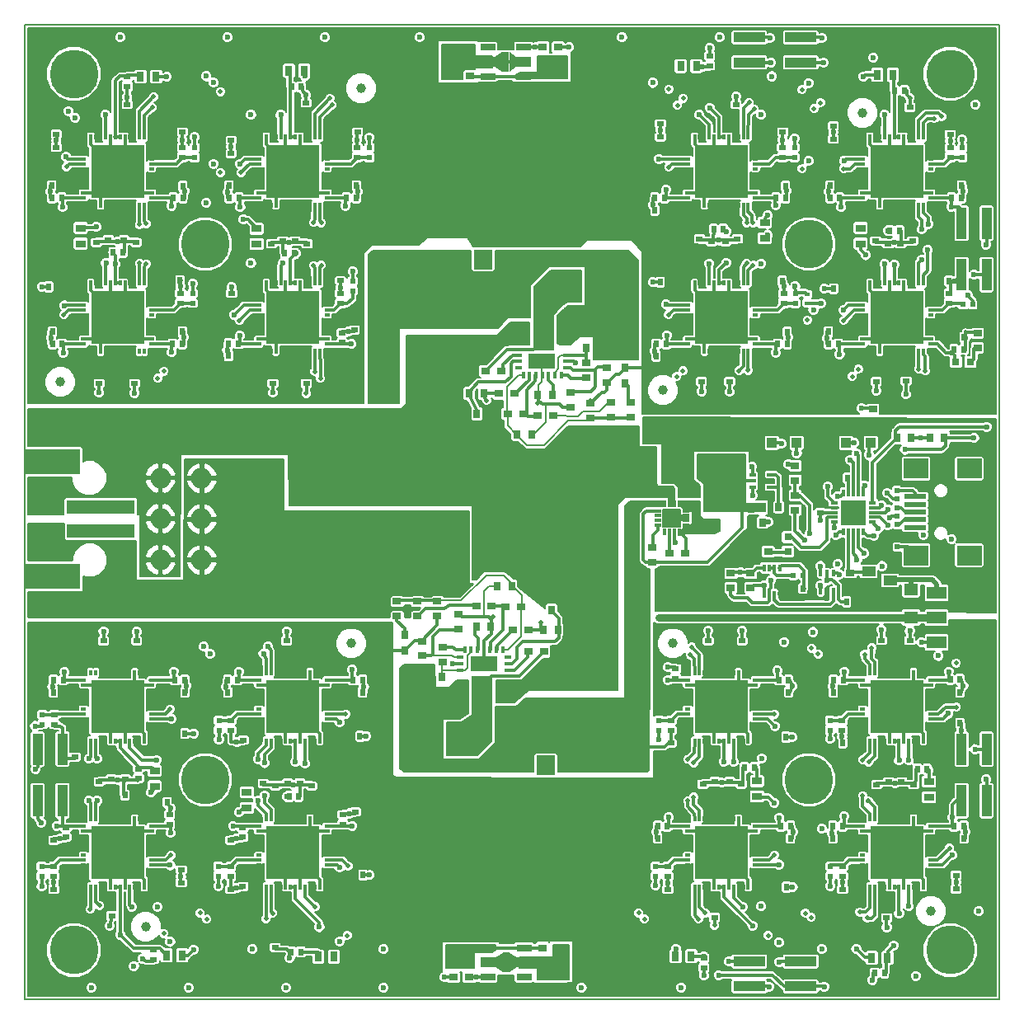
<source format=gtl>
G04 (created by PCBNEW (2013-05-16 BZR 4016)-stable) date 12. 1. 2014 16:41:27*
%MOIN*%
G04 Gerber Fmt 3.4, Leading zero omitted, Abs format*
%FSLAX34Y34*%
G01*
G70*
G90*
G04 APERTURE LIST*
%ADD10C,0.00590551*%
%ADD11R,0.0354331X0.0314961*%
%ADD12C,0.19685*%
%ADD13R,0.0255906X0.0334646*%
%ADD14R,0.0708X0.0629*%
%ADD15R,0.0885X0.0196*%
%ADD16R,0.0984X0.0787*%
%ADD17R,0.0259843X0.011811*%
%ADD18R,0.0393701X0.0393701*%
%ADD19R,0.0787402X0.05*%
%ADD20R,0.0236X0.0157*%
%ADD21C,0.0393701*%
%ADD22R,0.125984X0.0393701*%
%ADD23R,0.0393701X0.125984*%
%ADD24R,0.0196X0.0118*%
%ADD25R,0.0118X0.0196*%
%ADD26R,0.212598X0.212598*%
%ADD27R,0.0118X0.0295*%
%ADD28R,0.0295X0.0118*%
%ADD29R,0.0708661X0.0708661*%
%ADD30R,0.0393701X0.0314961*%
%ADD31R,0.0118X0.0275*%
%ADD32R,0.0275X0.0118*%
%ADD33R,0.0177165X0.0980315*%
%ADD34R,0.0838583X0.11378*%
%ADD35R,0.0401575X0.0980315*%
%ADD36R,0.105906X0.0610236*%
%ADD37R,0.023622X0.0169291*%
%ADD38R,0.0169291X0.0275591*%
%ADD39R,0.011811X0.0259843*%
%ADD40O,0.0826X0.0826*%
%ADD41R,0.019685X0.019685*%
%ADD42R,0.015748X0.0295276*%
%ADD43R,0.011811X0.0295276*%
%ADD44R,0.0551181X0.0393701*%
%ADD45R,0.0314961X0.0314961*%
%ADD46R,0.0551181X0.0511811*%
%ADD47R,0.0748031X0.0787402*%
%ADD48R,0.110236X0.122047*%
%ADD49R,0.0629921X0.0314961*%
%ADD50R,0.0314961X0.0393701*%
%ADD51R,0.0984252X0.15748*%
%ADD52R,0.0314961X0.0354331*%
%ADD53R,0.0354331X0.0275591*%
%ADD54R,0.0275591X0.0354331*%
%ADD55R,0.0275591X0.019685*%
%ADD56R,0.019685X0.0275591*%
%ADD57R,0.023622X0.019685*%
%ADD58R,0.019685X0.023622*%
%ADD59R,0.220472X0.104331*%
%ADD60R,0.275591X0.0551181*%
%ADD61R,0.0984252X0.0984252*%
%ADD62R,0.011811X0.0314961*%
%ADD63R,0.0314961X0.011811*%
%ADD64R,0.0315X0.011811*%
%ADD65R,0.0591X0.0276*%
%ADD66R,0.0591X0.0394*%
%ADD67R,0.0315X0.0787*%
%ADD68C,0.023622*%
%ADD69C,0.019685*%
%ADD70C,0.011811*%
%ADD71C,0.0314961*%
%ADD72C,0.00787402*%
%ADD73C,0.0118*%
%ADD74C,0.019685*%
%ADD75C,0.01*%
G04 APERTURE END LIST*
G54D10*
X38779Y-61023D02*
X78149Y-61023D01*
X78149Y-61023D02*
X78149Y-21653D01*
X78149Y-21653D02*
X38779Y-21653D01*
X38779Y-21653D02*
X38779Y-61023D01*
X65273Y-41231D02*
X64565Y-41231D01*
X64565Y-41231D02*
X64565Y-41939D01*
X64565Y-41939D02*
X65273Y-41939D01*
X65273Y-41939D02*
X65273Y-41231D01*
G54D11*
X59705Y-22550D03*
X60334Y-22550D03*
G54D12*
X46062Y-30511D03*
G54D13*
X69242Y-41151D03*
X68592Y-41151D03*
X69242Y-41761D03*
X68592Y-41761D03*
G54D14*
X56279Y-29960D03*
X56279Y-31062D03*
X55413Y-29960D03*
X55413Y-31062D03*
X61850Y-29980D03*
X61850Y-31082D03*
X62775Y-29980D03*
X62775Y-31082D03*
X60885Y-52607D03*
X60885Y-51505D03*
X61712Y-52587D03*
X61712Y-51485D03*
X55275Y-52657D03*
X55275Y-51555D03*
X54429Y-52657D03*
X54429Y-51555D03*
G54D15*
X74763Y-41338D03*
X74763Y-41652D03*
X74763Y-41967D03*
X74763Y-41024D03*
X74763Y-40709D03*
G54D16*
X74803Y-43089D03*
X74803Y-39587D03*
X76948Y-43089D03*
X76948Y-39587D03*
G54D17*
X68905Y-40334D03*
X68181Y-40078D03*
X68905Y-39822D03*
X68905Y-40078D03*
X68181Y-39822D03*
X68181Y-40334D03*
G54D18*
X71976Y-38543D03*
X70976Y-38543D03*
X69976Y-38543D03*
X72976Y-38543D03*
X68976Y-38543D03*
G54D19*
X75629Y-45610D03*
X75629Y-46614D03*
X75629Y-44606D03*
G54D20*
X70403Y-32539D03*
X70403Y-32893D03*
G54D21*
X72637Y-25196D03*
X75393Y-57480D03*
X43651Y-58100D03*
X52362Y-24212D03*
X40206Y-36082D03*
X64566Y-36417D03*
X51968Y-46653D03*
X64960Y-46653D03*
G54D22*
X68051Y-23159D03*
X68051Y-22155D03*
X70137Y-22155D03*
X70137Y-23159D03*
G54D23*
X76643Y-29665D03*
X77647Y-29665D03*
X77647Y-31751D03*
X76643Y-31751D03*
X76643Y-50925D03*
X77647Y-50925D03*
X77647Y-53011D03*
X76643Y-53011D03*
G54D22*
X70137Y-59517D03*
X70137Y-60521D03*
X68051Y-60521D03*
X68051Y-59517D03*
G54D24*
X43896Y-26477D03*
X43896Y-26674D03*
X43896Y-26871D03*
X43896Y-27067D03*
X43896Y-27264D03*
X43896Y-27461D03*
X43896Y-27657D03*
X43896Y-27854D03*
X43896Y-28051D03*
X43896Y-28247D03*
X43896Y-28444D03*
X43896Y-28641D03*
G54D25*
X43601Y-28936D03*
X43404Y-28936D03*
X43207Y-28936D03*
X43011Y-28936D03*
X42814Y-28936D03*
X42617Y-28936D03*
X42421Y-28936D03*
X42224Y-28936D03*
X42027Y-28936D03*
X41831Y-28936D03*
X41634Y-28936D03*
X41437Y-28936D03*
G54D24*
X41142Y-28641D03*
X41142Y-28444D03*
X41142Y-28247D03*
X41142Y-28051D03*
X41142Y-27854D03*
X41142Y-27657D03*
X41142Y-27461D03*
X41142Y-27264D03*
X41142Y-27067D03*
X41142Y-26871D03*
X41142Y-26674D03*
X41142Y-26477D03*
G54D25*
X41437Y-26182D03*
X41634Y-26182D03*
X41831Y-26182D03*
X42027Y-26182D03*
X42224Y-26182D03*
X42421Y-26182D03*
X42617Y-26182D03*
X42814Y-26182D03*
X43011Y-26182D03*
X43207Y-26182D03*
X43404Y-26182D03*
X43601Y-26182D03*
G54D26*
X42519Y-27559D03*
G54D24*
X43896Y-32382D03*
X43896Y-32579D03*
X43896Y-32776D03*
X43896Y-32972D03*
X43896Y-33169D03*
X43896Y-33366D03*
X43896Y-33562D03*
X43896Y-33759D03*
X43896Y-33956D03*
X43896Y-34152D03*
X43896Y-34349D03*
X43896Y-34546D03*
G54D25*
X43601Y-34841D03*
X43404Y-34841D03*
X43207Y-34841D03*
X43011Y-34841D03*
X42814Y-34841D03*
X42617Y-34841D03*
X42421Y-34841D03*
X42224Y-34841D03*
X42027Y-34841D03*
X41831Y-34841D03*
X41634Y-34841D03*
X41437Y-34841D03*
G54D24*
X41142Y-34546D03*
X41142Y-34349D03*
X41142Y-34152D03*
X41142Y-33956D03*
X41142Y-33759D03*
X41142Y-33562D03*
X41142Y-33366D03*
X41142Y-33169D03*
X41142Y-32972D03*
X41142Y-32776D03*
X41142Y-32579D03*
X41142Y-32382D03*
G54D25*
X41437Y-32087D03*
X41634Y-32087D03*
X41831Y-32087D03*
X42027Y-32087D03*
X42224Y-32087D03*
X42421Y-32087D03*
X42617Y-32087D03*
X42814Y-32087D03*
X43011Y-32087D03*
X43207Y-32087D03*
X43404Y-32087D03*
X43601Y-32087D03*
G54D26*
X42519Y-33464D03*
G54D24*
X50983Y-32382D03*
X50983Y-32579D03*
X50983Y-32776D03*
X50983Y-32972D03*
X50983Y-33169D03*
X50983Y-33366D03*
X50983Y-33562D03*
X50983Y-33759D03*
X50983Y-33956D03*
X50983Y-34152D03*
X50983Y-34349D03*
X50983Y-34546D03*
G54D25*
X50688Y-34841D03*
X50491Y-34841D03*
X50294Y-34841D03*
X50098Y-34841D03*
X49901Y-34841D03*
X49704Y-34841D03*
X49508Y-34841D03*
X49311Y-34841D03*
X49114Y-34841D03*
X48918Y-34841D03*
X48721Y-34841D03*
X48524Y-34841D03*
G54D24*
X48229Y-34546D03*
X48229Y-34349D03*
X48229Y-34152D03*
X48229Y-33956D03*
X48229Y-33759D03*
X48229Y-33562D03*
X48229Y-33366D03*
X48229Y-33169D03*
X48229Y-32972D03*
X48229Y-32776D03*
X48229Y-32579D03*
X48229Y-32382D03*
G54D25*
X48524Y-32087D03*
X48721Y-32087D03*
X48918Y-32087D03*
X49114Y-32087D03*
X49311Y-32087D03*
X49508Y-32087D03*
X49704Y-32087D03*
X49901Y-32087D03*
X50098Y-32087D03*
X50294Y-32087D03*
X50491Y-32087D03*
X50688Y-32087D03*
G54D26*
X49606Y-33464D03*
G54D24*
X50983Y-26477D03*
X50983Y-26674D03*
X50983Y-26871D03*
X50983Y-27067D03*
X50983Y-27264D03*
X50983Y-27461D03*
X50983Y-27657D03*
X50983Y-27854D03*
X50983Y-28051D03*
X50983Y-28247D03*
X50983Y-28444D03*
X50983Y-28641D03*
G54D25*
X50688Y-28936D03*
X50491Y-28936D03*
X50294Y-28936D03*
X50098Y-28936D03*
X49901Y-28936D03*
X49704Y-28936D03*
X49508Y-28936D03*
X49311Y-28936D03*
X49114Y-28936D03*
X48918Y-28936D03*
X48721Y-28936D03*
X48524Y-28936D03*
G54D24*
X48229Y-28641D03*
X48229Y-28444D03*
X48229Y-28247D03*
X48229Y-28051D03*
X48229Y-27854D03*
X48229Y-27657D03*
X48229Y-27461D03*
X48229Y-27264D03*
X48229Y-27067D03*
X48229Y-26871D03*
X48229Y-26674D03*
X48229Y-26477D03*
G54D25*
X48524Y-26182D03*
X48721Y-26182D03*
X48918Y-26182D03*
X49114Y-26182D03*
X49311Y-26182D03*
X49508Y-26182D03*
X49704Y-26182D03*
X49901Y-26182D03*
X50098Y-26182D03*
X50294Y-26182D03*
X50491Y-26182D03*
X50688Y-26182D03*
G54D26*
X49606Y-27559D03*
G54D24*
X41142Y-50294D03*
X41142Y-50097D03*
X41142Y-49900D03*
X41142Y-49704D03*
X41142Y-49507D03*
X41142Y-49310D03*
X41142Y-49114D03*
X41142Y-48917D03*
X41142Y-48720D03*
X41142Y-48524D03*
X41142Y-48327D03*
X41142Y-48130D03*
G54D25*
X41437Y-47835D03*
X41634Y-47835D03*
X41831Y-47835D03*
X42027Y-47835D03*
X42224Y-47835D03*
X42421Y-47835D03*
X42617Y-47835D03*
X42814Y-47835D03*
X43011Y-47835D03*
X43207Y-47835D03*
X43404Y-47835D03*
X43601Y-47835D03*
G54D24*
X43896Y-48130D03*
X43896Y-48327D03*
X43896Y-48524D03*
X43896Y-48720D03*
X43896Y-48917D03*
X43896Y-49114D03*
X43896Y-49310D03*
X43896Y-49507D03*
X43896Y-49704D03*
X43896Y-49900D03*
X43896Y-50097D03*
X43896Y-50294D03*
G54D25*
X43601Y-50589D03*
X43404Y-50589D03*
X43207Y-50589D03*
X43011Y-50589D03*
X42814Y-50589D03*
X42617Y-50589D03*
X42421Y-50589D03*
X42224Y-50589D03*
X42027Y-50589D03*
X41831Y-50589D03*
X41634Y-50589D03*
X41437Y-50589D03*
G54D26*
X42519Y-49212D03*
G54D24*
X41142Y-56200D03*
X41142Y-56003D03*
X41142Y-55806D03*
X41142Y-55610D03*
X41142Y-55413D03*
X41142Y-55216D03*
X41142Y-55020D03*
X41142Y-54823D03*
X41142Y-54626D03*
X41142Y-54430D03*
X41142Y-54233D03*
X41142Y-54036D03*
G54D25*
X41437Y-53741D03*
X41634Y-53741D03*
X41831Y-53741D03*
X42027Y-53741D03*
X42224Y-53741D03*
X42421Y-53741D03*
X42617Y-53741D03*
X42814Y-53741D03*
X43011Y-53741D03*
X43207Y-53741D03*
X43404Y-53741D03*
X43601Y-53741D03*
G54D24*
X43896Y-54036D03*
X43896Y-54233D03*
X43896Y-54430D03*
X43896Y-54626D03*
X43896Y-54823D03*
X43896Y-55020D03*
X43896Y-55216D03*
X43896Y-55413D03*
X43896Y-55610D03*
X43896Y-55806D03*
X43896Y-56003D03*
X43896Y-56200D03*
G54D25*
X43601Y-56495D03*
X43404Y-56495D03*
X43207Y-56495D03*
X43011Y-56495D03*
X42814Y-56495D03*
X42617Y-56495D03*
X42421Y-56495D03*
X42224Y-56495D03*
X42027Y-56495D03*
X41831Y-56495D03*
X41634Y-56495D03*
X41437Y-56495D03*
G54D26*
X42519Y-55118D03*
G54D24*
X48229Y-56200D03*
X48229Y-56003D03*
X48229Y-55806D03*
X48229Y-55610D03*
X48229Y-55413D03*
X48229Y-55216D03*
X48229Y-55020D03*
X48229Y-54823D03*
X48229Y-54626D03*
X48229Y-54430D03*
X48229Y-54233D03*
X48229Y-54036D03*
G54D25*
X48524Y-53741D03*
X48721Y-53741D03*
X48918Y-53741D03*
X49114Y-53741D03*
X49311Y-53741D03*
X49508Y-53741D03*
X49704Y-53741D03*
X49901Y-53741D03*
X50098Y-53741D03*
X50294Y-53741D03*
X50491Y-53741D03*
X50688Y-53741D03*
G54D24*
X50983Y-54036D03*
X50983Y-54233D03*
X50983Y-54430D03*
X50983Y-54626D03*
X50983Y-54823D03*
X50983Y-55020D03*
X50983Y-55216D03*
X50983Y-55413D03*
X50983Y-55610D03*
X50983Y-55806D03*
X50983Y-56003D03*
X50983Y-56200D03*
G54D25*
X50688Y-56495D03*
X50491Y-56495D03*
X50294Y-56495D03*
X50098Y-56495D03*
X49901Y-56495D03*
X49704Y-56495D03*
X49508Y-56495D03*
X49311Y-56495D03*
X49114Y-56495D03*
X48918Y-56495D03*
X48721Y-56495D03*
X48524Y-56495D03*
G54D26*
X49606Y-55118D03*
G54D24*
X48229Y-50294D03*
X48229Y-50097D03*
X48229Y-49900D03*
X48229Y-49704D03*
X48229Y-49507D03*
X48229Y-49310D03*
X48229Y-49114D03*
X48229Y-48917D03*
X48229Y-48720D03*
X48229Y-48524D03*
X48229Y-48327D03*
X48229Y-48130D03*
G54D25*
X48524Y-47835D03*
X48721Y-47835D03*
X48918Y-47835D03*
X49114Y-47835D03*
X49311Y-47835D03*
X49508Y-47835D03*
X49704Y-47835D03*
X49901Y-47835D03*
X50098Y-47835D03*
X50294Y-47835D03*
X50491Y-47835D03*
X50688Y-47835D03*
G54D24*
X50983Y-48130D03*
X50983Y-48327D03*
X50983Y-48524D03*
X50983Y-48720D03*
X50983Y-48917D03*
X50983Y-49114D03*
X50983Y-49310D03*
X50983Y-49507D03*
X50983Y-49704D03*
X50983Y-49900D03*
X50983Y-50097D03*
X50983Y-50294D03*
G54D25*
X50688Y-50589D03*
X50491Y-50589D03*
X50294Y-50589D03*
X50098Y-50589D03*
X49901Y-50589D03*
X49704Y-50589D03*
X49508Y-50589D03*
X49311Y-50589D03*
X49114Y-50589D03*
X48918Y-50589D03*
X48721Y-50589D03*
X48524Y-50589D03*
G54D26*
X49606Y-49212D03*
G54D24*
X65552Y-50294D03*
X65552Y-50097D03*
X65552Y-49900D03*
X65552Y-49704D03*
X65552Y-49507D03*
X65552Y-49310D03*
X65552Y-49114D03*
X65552Y-48917D03*
X65552Y-48720D03*
X65552Y-48524D03*
X65552Y-48327D03*
X65552Y-48130D03*
G54D25*
X65847Y-47835D03*
X66044Y-47835D03*
X66241Y-47835D03*
X66437Y-47835D03*
X66634Y-47835D03*
X66831Y-47835D03*
X67027Y-47835D03*
X67224Y-47835D03*
X67421Y-47835D03*
X67617Y-47835D03*
X67814Y-47835D03*
X68011Y-47835D03*
G54D24*
X68306Y-48130D03*
X68306Y-48327D03*
X68306Y-48524D03*
X68306Y-48720D03*
X68306Y-48917D03*
X68306Y-49114D03*
X68306Y-49310D03*
X68306Y-49507D03*
X68306Y-49704D03*
X68306Y-49900D03*
X68306Y-50097D03*
X68306Y-50294D03*
G54D25*
X68011Y-50589D03*
X67814Y-50589D03*
X67617Y-50589D03*
X67421Y-50589D03*
X67224Y-50589D03*
X67027Y-50589D03*
X66831Y-50589D03*
X66634Y-50589D03*
X66437Y-50589D03*
X66241Y-50589D03*
X66044Y-50589D03*
X65847Y-50589D03*
G54D26*
X66929Y-49212D03*
G54D24*
X65552Y-56200D03*
X65552Y-56003D03*
X65552Y-55806D03*
X65552Y-55610D03*
X65552Y-55413D03*
X65552Y-55216D03*
X65552Y-55020D03*
X65552Y-54823D03*
X65552Y-54626D03*
X65552Y-54430D03*
X65552Y-54233D03*
X65552Y-54036D03*
G54D25*
X65847Y-53741D03*
X66044Y-53741D03*
X66241Y-53741D03*
X66437Y-53741D03*
X66634Y-53741D03*
X66831Y-53741D03*
X67027Y-53741D03*
X67224Y-53741D03*
X67421Y-53741D03*
X67617Y-53741D03*
X67814Y-53741D03*
X68011Y-53741D03*
G54D24*
X68306Y-54036D03*
X68306Y-54233D03*
X68306Y-54430D03*
X68306Y-54626D03*
X68306Y-54823D03*
X68306Y-55020D03*
X68306Y-55216D03*
X68306Y-55413D03*
X68306Y-55610D03*
X68306Y-55806D03*
X68306Y-56003D03*
X68306Y-56200D03*
G54D25*
X68011Y-56495D03*
X67814Y-56495D03*
X67617Y-56495D03*
X67421Y-56495D03*
X67224Y-56495D03*
X67027Y-56495D03*
X66831Y-56495D03*
X66634Y-56495D03*
X66437Y-56495D03*
X66241Y-56495D03*
X66044Y-56495D03*
X65847Y-56495D03*
G54D26*
X66929Y-55118D03*
G54D24*
X72638Y-56200D03*
X72638Y-56003D03*
X72638Y-55806D03*
X72638Y-55610D03*
X72638Y-55413D03*
X72638Y-55216D03*
X72638Y-55020D03*
X72638Y-54823D03*
X72638Y-54626D03*
X72638Y-54430D03*
X72638Y-54233D03*
X72638Y-54036D03*
G54D25*
X72933Y-53741D03*
X73130Y-53741D03*
X73327Y-53741D03*
X73523Y-53741D03*
X73720Y-53741D03*
X73917Y-53741D03*
X74113Y-53741D03*
X74310Y-53741D03*
X74507Y-53741D03*
X74703Y-53741D03*
X74900Y-53741D03*
X75097Y-53741D03*
G54D24*
X75392Y-54036D03*
X75392Y-54233D03*
X75392Y-54430D03*
X75392Y-54626D03*
X75392Y-54823D03*
X75392Y-55020D03*
X75392Y-55216D03*
X75392Y-55413D03*
X75392Y-55610D03*
X75392Y-55806D03*
X75392Y-56003D03*
X75392Y-56200D03*
G54D25*
X75097Y-56495D03*
X74900Y-56495D03*
X74703Y-56495D03*
X74507Y-56495D03*
X74310Y-56495D03*
X74113Y-56495D03*
X73917Y-56495D03*
X73720Y-56495D03*
X73523Y-56495D03*
X73327Y-56495D03*
X73130Y-56495D03*
X72933Y-56495D03*
G54D26*
X74015Y-55118D03*
G54D24*
X72638Y-50294D03*
X72638Y-50097D03*
X72638Y-49900D03*
X72638Y-49704D03*
X72638Y-49507D03*
X72638Y-49310D03*
X72638Y-49114D03*
X72638Y-48917D03*
X72638Y-48720D03*
X72638Y-48524D03*
X72638Y-48327D03*
X72638Y-48130D03*
G54D25*
X72933Y-47835D03*
X73130Y-47835D03*
X73327Y-47835D03*
X73523Y-47835D03*
X73720Y-47835D03*
X73917Y-47835D03*
X74113Y-47835D03*
X74310Y-47835D03*
X74507Y-47835D03*
X74703Y-47835D03*
X74900Y-47835D03*
X75097Y-47835D03*
G54D24*
X75392Y-48130D03*
X75392Y-48327D03*
X75392Y-48524D03*
X75392Y-48720D03*
X75392Y-48917D03*
X75392Y-49114D03*
X75392Y-49310D03*
X75392Y-49507D03*
X75392Y-49704D03*
X75392Y-49900D03*
X75392Y-50097D03*
X75392Y-50294D03*
G54D25*
X75097Y-50589D03*
X74900Y-50589D03*
X74703Y-50589D03*
X74507Y-50589D03*
X74310Y-50589D03*
X74113Y-50589D03*
X73917Y-50589D03*
X73720Y-50589D03*
X73523Y-50589D03*
X73327Y-50589D03*
X73130Y-50589D03*
X72933Y-50589D03*
G54D26*
X74015Y-49212D03*
G54D24*
X75392Y-32382D03*
X75392Y-32579D03*
X75392Y-32776D03*
X75392Y-32972D03*
X75392Y-33169D03*
X75392Y-33366D03*
X75392Y-33562D03*
X75392Y-33759D03*
X75392Y-33956D03*
X75392Y-34152D03*
X75392Y-34349D03*
X75392Y-34546D03*
G54D25*
X75097Y-34841D03*
X74900Y-34841D03*
X74703Y-34841D03*
X74507Y-34841D03*
X74310Y-34841D03*
X74113Y-34841D03*
X73917Y-34841D03*
X73720Y-34841D03*
X73523Y-34841D03*
X73327Y-34841D03*
X73130Y-34841D03*
X72933Y-34841D03*
G54D24*
X72638Y-34546D03*
X72638Y-34349D03*
X72638Y-34152D03*
X72638Y-33956D03*
X72638Y-33759D03*
X72638Y-33562D03*
X72638Y-33366D03*
X72638Y-33169D03*
X72638Y-32972D03*
X72638Y-32776D03*
X72638Y-32579D03*
X72638Y-32382D03*
G54D25*
X72933Y-32087D03*
X73130Y-32087D03*
X73327Y-32087D03*
X73523Y-32087D03*
X73720Y-32087D03*
X73917Y-32087D03*
X74113Y-32087D03*
X74310Y-32087D03*
X74507Y-32087D03*
X74703Y-32087D03*
X74900Y-32087D03*
X75097Y-32087D03*
G54D26*
X74015Y-33464D03*
G54D24*
X75392Y-26477D03*
X75392Y-26674D03*
X75392Y-26871D03*
X75392Y-27067D03*
X75392Y-27264D03*
X75392Y-27461D03*
X75392Y-27657D03*
X75392Y-27854D03*
X75392Y-28051D03*
X75392Y-28247D03*
X75392Y-28444D03*
X75392Y-28641D03*
G54D25*
X75097Y-28936D03*
X74900Y-28936D03*
X74703Y-28936D03*
X74507Y-28936D03*
X74310Y-28936D03*
X74113Y-28936D03*
X73917Y-28936D03*
X73720Y-28936D03*
X73523Y-28936D03*
X73327Y-28936D03*
X73130Y-28936D03*
X72933Y-28936D03*
G54D24*
X72638Y-28641D03*
X72638Y-28444D03*
X72638Y-28247D03*
X72638Y-28051D03*
X72638Y-27854D03*
X72638Y-27657D03*
X72638Y-27461D03*
X72638Y-27264D03*
X72638Y-27067D03*
X72638Y-26871D03*
X72638Y-26674D03*
X72638Y-26477D03*
G54D25*
X72933Y-26182D03*
X73130Y-26182D03*
X73327Y-26182D03*
X73523Y-26182D03*
X73720Y-26182D03*
X73917Y-26182D03*
X74113Y-26182D03*
X74310Y-26182D03*
X74507Y-26182D03*
X74703Y-26182D03*
X74900Y-26182D03*
X75097Y-26182D03*
G54D26*
X74015Y-27559D03*
G54D24*
X68306Y-26477D03*
X68306Y-26674D03*
X68306Y-26871D03*
X68306Y-27067D03*
X68306Y-27264D03*
X68306Y-27461D03*
X68306Y-27657D03*
X68306Y-27854D03*
X68306Y-28051D03*
X68306Y-28247D03*
X68306Y-28444D03*
X68306Y-28641D03*
G54D25*
X68011Y-28936D03*
X67814Y-28936D03*
X67617Y-28936D03*
X67421Y-28936D03*
X67224Y-28936D03*
X67027Y-28936D03*
X66831Y-28936D03*
X66634Y-28936D03*
X66437Y-28936D03*
X66241Y-28936D03*
X66044Y-28936D03*
X65847Y-28936D03*
G54D24*
X65552Y-28641D03*
X65552Y-28444D03*
X65552Y-28247D03*
X65552Y-28051D03*
X65552Y-27854D03*
X65552Y-27657D03*
X65552Y-27461D03*
X65552Y-27264D03*
X65552Y-27067D03*
X65552Y-26871D03*
X65552Y-26674D03*
X65552Y-26477D03*
G54D25*
X65847Y-26182D03*
X66044Y-26182D03*
X66241Y-26182D03*
X66437Y-26182D03*
X66634Y-26182D03*
X66831Y-26182D03*
X67027Y-26182D03*
X67224Y-26182D03*
X67421Y-26182D03*
X67617Y-26182D03*
X67814Y-26182D03*
X68011Y-26182D03*
G54D26*
X66929Y-27559D03*
G54D24*
X68306Y-32382D03*
X68306Y-32579D03*
X68306Y-32776D03*
X68306Y-32972D03*
X68306Y-33169D03*
X68306Y-33366D03*
X68306Y-33562D03*
X68306Y-33759D03*
X68306Y-33956D03*
X68306Y-34152D03*
X68306Y-34349D03*
X68306Y-34546D03*
G54D25*
X68011Y-34841D03*
X67814Y-34841D03*
X67617Y-34841D03*
X67421Y-34841D03*
X67224Y-34841D03*
X67027Y-34841D03*
X66831Y-34841D03*
X66634Y-34841D03*
X66437Y-34841D03*
X66241Y-34841D03*
X66044Y-34841D03*
X65847Y-34841D03*
G54D24*
X65552Y-34546D03*
X65552Y-34349D03*
X65552Y-34152D03*
X65552Y-33956D03*
X65552Y-33759D03*
X65552Y-33562D03*
X65552Y-33366D03*
X65552Y-33169D03*
X65552Y-32972D03*
X65552Y-32776D03*
X65552Y-32579D03*
X65552Y-32382D03*
G54D25*
X65847Y-32087D03*
X66044Y-32087D03*
X66241Y-32087D03*
X66437Y-32087D03*
X66634Y-32087D03*
X66831Y-32087D03*
X67027Y-32087D03*
X67224Y-32087D03*
X67421Y-32087D03*
X67617Y-32087D03*
X67814Y-32087D03*
X68011Y-32087D03*
G54D26*
X66929Y-33464D03*
G54D27*
X65214Y-41015D03*
X65017Y-41015D03*
X64821Y-41015D03*
X64624Y-41015D03*
G54D28*
X64349Y-41290D03*
X64349Y-41487D03*
X64349Y-41683D03*
X64349Y-41880D03*
G54D27*
X64624Y-42155D03*
X64821Y-42155D03*
X65017Y-42155D03*
X65214Y-42155D03*
G54D28*
X65489Y-41880D03*
X65489Y-41683D03*
X65489Y-41487D03*
X65489Y-41290D03*
G54D29*
X64919Y-41585D03*
G54D30*
X65441Y-41585D03*
G54D31*
X58917Y-35816D03*
X59173Y-35816D03*
X59429Y-35816D03*
X59685Y-35816D03*
X59940Y-35816D03*
X60196Y-35816D03*
X60452Y-35816D03*
G54D32*
X60649Y-35501D03*
X60649Y-35245D03*
X60649Y-34989D03*
X58721Y-35501D03*
X58721Y-35245D03*
X58721Y-34989D03*
G54D33*
X60472Y-34123D03*
G54D34*
X59773Y-34192D03*
G54D35*
X59005Y-34123D03*
G54D36*
X59665Y-35245D03*
G54D37*
X58700Y-33710D03*
X58700Y-34123D03*
X58700Y-34536D03*
X60669Y-33710D03*
X60669Y-34123D03*
X60659Y-34536D03*
G54D38*
X59773Y-33483D03*
X59438Y-33483D03*
X60108Y-33483D03*
G54D31*
X58089Y-46902D03*
X57833Y-46902D03*
X57577Y-46902D03*
X57322Y-46902D03*
X57066Y-46902D03*
X56810Y-46902D03*
X56554Y-46902D03*
G54D32*
X56358Y-47218D03*
X56358Y-47474D03*
X56358Y-47730D03*
X58286Y-47218D03*
X58286Y-47474D03*
X58286Y-47730D03*
G54D33*
X56534Y-48595D03*
G54D34*
X57233Y-48526D03*
G54D35*
X58001Y-48595D03*
G54D36*
X57341Y-47473D03*
G54D37*
X58306Y-49008D03*
X58306Y-48595D03*
X58306Y-48182D03*
X56337Y-49008D03*
X56337Y-48595D03*
X56347Y-48182D03*
G54D38*
X57233Y-49235D03*
X57568Y-49235D03*
X56898Y-49235D03*
G54D23*
X40285Y-53011D03*
X39281Y-53011D03*
X39281Y-50925D03*
X40285Y-50925D03*
G54D12*
X40748Y-23622D03*
X40748Y-59055D03*
X46062Y-52165D03*
X70472Y-52165D03*
X76181Y-59055D03*
X76181Y-23622D03*
X70472Y-30511D03*
G54D39*
X70944Y-44545D03*
X71200Y-43820D03*
X71456Y-44545D03*
X71200Y-44545D03*
X71456Y-43820D03*
X70944Y-43820D03*
G54D40*
X44252Y-43267D03*
X44252Y-41614D03*
X44252Y-39961D03*
X45904Y-39961D03*
X45904Y-41614D03*
X45904Y-43267D03*
G54D41*
X74025Y-41496D03*
X74025Y-41850D03*
X74025Y-40807D03*
X74025Y-41161D03*
X74035Y-42401D03*
X74035Y-42755D03*
X74025Y-40118D03*
X74025Y-40472D03*
G54D42*
X69291Y-44685D03*
X68661Y-44685D03*
G54D43*
X68877Y-44685D03*
X69074Y-44685D03*
X69074Y-43602D03*
X68877Y-43602D03*
G54D42*
X68661Y-43602D03*
X69291Y-43602D03*
G54D44*
X72883Y-43740D03*
X72883Y-44488D03*
X73750Y-44104D03*
G54D45*
X69616Y-42352D03*
X69616Y-42942D03*
X76407Y-35275D03*
X76998Y-35275D03*
G54D46*
X74596Y-45600D03*
X74596Y-44458D03*
G54D47*
X57290Y-31123D03*
G54D48*
X60696Y-32205D03*
X60696Y-30040D03*
G54D47*
X59838Y-51588D03*
G54D48*
X56432Y-50505D03*
X56432Y-52670D03*
G54D49*
X66525Y-41840D03*
X66525Y-41131D03*
G54D50*
X44074Y-23740D03*
X43444Y-23740D03*
X50068Y-23494D03*
X49438Y-23494D03*
G54D30*
X48139Y-29881D03*
X48139Y-30511D03*
X41023Y-29862D03*
X41023Y-30492D03*
X44015Y-52431D03*
X44015Y-51801D03*
X47746Y-53307D03*
X47746Y-52677D03*
G54D50*
X45127Y-59261D03*
X44498Y-59261D03*
X51259Y-59320D03*
X50629Y-59320D03*
X65078Y-59301D03*
X65708Y-59301D03*
X73011Y-59360D03*
X73641Y-59360D03*
G54D30*
X68366Y-52844D03*
X68366Y-52214D03*
X75324Y-52874D03*
X75324Y-52244D03*
X68681Y-29645D03*
X68681Y-30275D03*
X72559Y-29862D03*
X72559Y-30492D03*
G54D50*
X65285Y-23307D03*
X65915Y-23307D03*
X73238Y-23661D03*
X73868Y-23661D03*
G54D51*
X50515Y-43141D03*
X50515Y-39992D03*
X54736Y-43141D03*
X54736Y-39992D03*
G54D52*
X59409Y-49015D03*
X59409Y-48385D03*
X57559Y-34370D03*
X57559Y-33740D03*
G54D11*
X53740Y-35984D03*
X54370Y-35984D03*
X56764Y-23720D03*
X56135Y-23720D03*
X56724Y-60145D03*
X56095Y-60145D03*
X59705Y-58960D03*
X60334Y-58960D03*
X66122Y-39173D03*
X65492Y-39173D03*
X66122Y-39783D03*
X65492Y-39783D03*
X64842Y-43011D03*
X65472Y-43011D03*
X58204Y-45159D03*
X58833Y-45159D03*
X57644Y-45151D03*
X57015Y-45151D03*
G54D52*
X54114Y-46929D03*
X54114Y-46299D03*
X62500Y-52293D03*
X62500Y-51663D03*
G54D11*
X59118Y-46985D03*
X59747Y-46985D03*
X62559Y-46732D03*
X63188Y-46732D03*
X58507Y-46103D03*
X59136Y-46103D03*
G54D52*
X55645Y-48017D03*
X55645Y-48646D03*
G54D11*
X58936Y-37375D03*
X58307Y-37375D03*
X59511Y-37422D03*
X60140Y-37422D03*
G54D52*
X63031Y-35511D03*
X63031Y-36141D03*
X54606Y-30354D03*
X54606Y-30984D03*
G54D11*
X58038Y-35635D03*
X57409Y-35635D03*
X58573Y-36548D03*
X57944Y-36548D03*
G54D52*
X61464Y-34713D03*
X61464Y-34084D03*
G54D18*
X63996Y-39881D03*
X64822Y-39881D03*
X63996Y-39074D03*
X64822Y-39074D03*
X60157Y-48287D03*
X60157Y-49114D03*
X60984Y-48287D03*
X60984Y-49114D03*
X61811Y-48287D03*
X61811Y-49114D03*
X62460Y-48267D03*
X63287Y-48267D03*
X62460Y-47440D03*
X63287Y-47440D03*
X56850Y-34468D03*
X56850Y-33641D03*
X56023Y-34468D03*
X56023Y-33641D03*
X55196Y-34468D03*
X55196Y-33641D03*
X54468Y-34488D03*
X53641Y-34488D03*
X54468Y-35275D03*
X53641Y-35275D03*
G54D53*
X68110Y-43818D03*
X68110Y-44409D03*
X67312Y-43818D03*
X67312Y-44409D03*
X72145Y-43799D03*
X72145Y-44389D03*
X68818Y-42942D03*
X68818Y-42352D03*
X77283Y-34704D03*
X77283Y-34114D03*
X73051Y-37185D03*
X73051Y-37775D03*
G54D54*
X75354Y-38346D03*
X75944Y-38346D03*
X74606Y-38346D03*
X74015Y-38346D03*
G54D53*
X69911Y-39468D03*
X69911Y-40059D03*
X69911Y-40669D03*
X69911Y-41259D03*
X64133Y-42775D03*
X64133Y-43366D03*
X56303Y-45477D03*
X56303Y-46068D03*
X54830Y-47154D03*
X54830Y-46563D03*
X54633Y-45540D03*
X54633Y-44949D03*
G54D54*
X57857Y-44340D03*
X58448Y-44340D03*
G54D53*
X53811Y-44945D03*
X53811Y-45536D03*
X55440Y-45540D03*
X55440Y-44949D03*
X55653Y-46815D03*
X55653Y-47406D03*
G54D54*
X60062Y-45304D03*
X60653Y-45304D03*
X59723Y-46103D03*
X60314Y-46103D03*
X57606Y-45970D03*
X57015Y-45970D03*
G54D53*
X60834Y-37095D03*
X60834Y-36504D03*
X62307Y-35516D03*
X62307Y-36107D03*
X62464Y-36914D03*
X62464Y-37505D03*
G54D54*
X59259Y-38194D03*
X58668Y-38194D03*
G54D53*
X63267Y-37509D03*
X63267Y-36918D03*
X61645Y-36945D03*
X61645Y-37536D03*
X61456Y-35902D03*
X61456Y-35311D03*
G54D54*
X57043Y-37375D03*
X56452Y-37375D03*
X57322Y-36548D03*
X56731Y-36548D03*
X59503Y-36596D03*
X60094Y-36596D03*
G54D55*
X70930Y-40963D03*
X70930Y-41356D03*
G54D56*
X71988Y-44970D03*
X72381Y-44970D03*
X69832Y-44429D03*
X70226Y-44429D03*
G54D55*
X43366Y-51722D03*
X43366Y-52116D03*
G54D56*
X49448Y-52834D03*
X49842Y-52834D03*
G54D55*
X43966Y-59045D03*
X43966Y-59438D03*
G54D56*
X49931Y-59124D03*
X49537Y-59124D03*
X68248Y-51673D03*
X67854Y-51673D03*
X75246Y-51732D03*
X74852Y-51732D03*
G54D55*
X66220Y-59370D03*
X66220Y-59763D03*
G54D56*
X73523Y-59980D03*
X73129Y-59980D03*
X73740Y-29960D03*
X74133Y-29960D03*
X67007Y-29901D03*
X66614Y-29901D03*
X73946Y-24301D03*
X74340Y-24301D03*
G54D55*
X66456Y-23297D03*
X66456Y-22903D03*
G54D56*
X49665Y-30885D03*
X49271Y-30885D03*
X42342Y-30846D03*
X42736Y-30846D03*
X49547Y-24153D03*
X49940Y-24153D03*
G54D55*
X42913Y-23740D03*
X42913Y-24133D03*
X68129Y-41259D03*
X68129Y-41653D03*
G54D56*
X71633Y-39970D03*
X72026Y-39970D03*
G54D55*
X41948Y-46948D03*
X41948Y-46555D03*
X40797Y-50846D03*
X40797Y-51240D03*
G54D56*
X40314Y-48622D03*
X39921Y-48622D03*
X43208Y-52785D03*
X42814Y-52785D03*
X44842Y-48622D03*
X45236Y-48622D03*
X44842Y-50295D03*
X45236Y-50295D03*
G54D55*
X42834Y-51732D03*
X42834Y-52125D03*
X42263Y-51732D03*
X42263Y-52125D03*
X39970Y-49537D03*
X39970Y-49931D03*
G54D56*
X40314Y-48129D03*
X39921Y-48129D03*
X44842Y-48129D03*
X45236Y-48129D03*
X51919Y-50403D03*
X52312Y-50403D03*
X47362Y-48622D03*
X46968Y-48622D03*
G54D55*
X48405Y-51919D03*
X48405Y-52312D03*
X49350Y-46948D03*
X49350Y-46555D03*
G54D56*
X52027Y-48622D03*
X52421Y-48622D03*
G54D55*
X47598Y-50177D03*
X47598Y-50570D03*
X49881Y-51909D03*
X49881Y-52303D03*
X49389Y-51909D03*
X49389Y-52303D03*
X47106Y-49763D03*
X47106Y-50157D03*
G54D56*
X47362Y-48129D03*
X46968Y-48129D03*
X52027Y-48129D03*
X52421Y-48129D03*
G54D55*
X42283Y-57273D03*
X42283Y-57667D03*
X39940Y-56988D03*
X39940Y-56594D03*
X39940Y-55000D03*
X39940Y-54606D03*
X41771Y-52637D03*
X41771Y-52244D03*
G54D56*
X44124Y-53080D03*
X44517Y-53080D03*
G54D55*
X43287Y-46948D03*
X43287Y-46555D03*
X45098Y-56732D03*
X45098Y-56338D03*
X45098Y-55413D03*
X45098Y-55807D03*
X39940Y-55669D03*
X39940Y-56062D03*
X40433Y-54094D03*
X40433Y-54488D03*
X44622Y-53976D03*
X44622Y-53582D03*
G54D56*
X52037Y-56013D03*
X52431Y-56013D03*
G54D55*
X47086Y-56988D03*
X47086Y-56594D03*
X47086Y-55000D03*
X47086Y-54606D03*
X50374Y-52814D03*
X50374Y-52421D03*
X52125Y-53070D03*
X52125Y-53464D03*
X47578Y-56082D03*
X47578Y-56476D03*
X48897Y-52814D03*
X48897Y-52421D03*
X48887Y-58553D03*
X48887Y-58946D03*
X47086Y-55669D03*
X47086Y-56062D03*
X47578Y-54094D03*
X47578Y-54488D03*
X51633Y-53976D03*
X51633Y-53582D03*
X67736Y-52736D03*
X67736Y-52342D03*
G54D56*
X64350Y-48720D03*
X63956Y-48720D03*
G54D55*
X67775Y-46948D03*
X67775Y-46555D03*
X66397Y-46948D03*
X66397Y-46555D03*
G54D56*
X69251Y-48622D03*
X69645Y-48622D03*
G54D55*
X64901Y-51082D03*
X64901Y-50688D03*
X67263Y-51830D03*
X67263Y-52224D03*
X66673Y-51830D03*
X66673Y-52224D03*
X64901Y-49763D03*
X64901Y-50157D03*
X65078Y-48070D03*
X65078Y-47677D03*
G54D56*
X69251Y-48129D03*
X69645Y-48129D03*
G54D55*
X74704Y-52755D03*
X74704Y-52362D03*
X74547Y-46929D03*
X74547Y-46535D03*
G54D56*
X71850Y-48622D03*
X71456Y-48622D03*
G54D55*
X73405Y-46929D03*
X73405Y-46535D03*
G54D56*
X76181Y-48622D03*
X76574Y-48622D03*
X72234Y-50669D03*
X71840Y-50669D03*
G54D55*
X74212Y-51850D03*
X74212Y-52244D03*
X73700Y-51850D03*
X73700Y-52244D03*
X71811Y-49763D03*
X71811Y-50157D03*
G54D56*
X71850Y-48129D03*
X71456Y-48129D03*
X76181Y-48110D03*
X76574Y-48110D03*
X69163Y-56505D03*
X69557Y-56505D03*
X64350Y-49212D03*
X63956Y-49212D03*
X64744Y-54527D03*
X64350Y-54527D03*
G54D55*
X66181Y-52736D03*
X66181Y-52342D03*
G54D56*
X69330Y-54527D03*
X69724Y-54527D03*
G54D55*
X64763Y-56988D03*
X64763Y-56594D03*
G54D56*
X69143Y-50442D03*
X69537Y-50442D03*
G54D55*
X66649Y-57334D03*
X66649Y-57728D03*
X64763Y-55669D03*
X64763Y-56062D03*
G54D56*
X64744Y-54035D03*
X64350Y-54035D03*
X69330Y-54035D03*
X69724Y-54035D03*
G54D55*
X73610Y-57350D03*
X73610Y-57744D03*
X76417Y-56968D03*
X76417Y-56574D03*
G54D56*
X71830Y-54527D03*
X71437Y-54527D03*
G54D55*
X73208Y-52755D03*
X73208Y-52362D03*
G54D56*
X76338Y-54527D03*
X76732Y-54527D03*
G54D55*
X71830Y-56988D03*
X71830Y-56594D03*
X76417Y-55629D03*
X76417Y-56023D03*
G54D56*
X76181Y-49881D03*
X76574Y-49881D03*
G54D55*
X71830Y-55669D03*
X71830Y-56062D03*
G54D56*
X71830Y-54035D03*
X71437Y-54035D03*
X76338Y-54035D03*
X76732Y-54035D03*
G54D55*
X73188Y-35669D03*
X73188Y-36062D03*
G54D56*
X76338Y-34281D03*
X76732Y-34281D03*
G54D55*
X67263Y-35673D03*
X67263Y-36066D03*
X74397Y-35653D03*
X74397Y-36047D03*
G54D56*
X71653Y-34055D03*
X71259Y-34055D03*
G54D55*
X73661Y-30885D03*
X73661Y-30492D03*
X74173Y-30885D03*
X74173Y-30492D03*
G54D56*
X75728Y-32007D03*
X76122Y-32007D03*
G54D55*
X76141Y-32893D03*
X76141Y-32500D03*
G54D56*
X76338Y-34763D03*
X76732Y-34763D03*
X71653Y-34547D03*
X71259Y-34547D03*
X69192Y-34074D03*
X69586Y-34074D03*
X64842Y-32047D03*
X64448Y-32047D03*
G54D55*
X66043Y-29901D03*
X66043Y-30295D03*
G54D56*
X68996Y-32007D03*
X69389Y-32007D03*
X64685Y-35039D03*
X64291Y-35039D03*
G54D55*
X66122Y-35669D03*
X66122Y-36062D03*
X67086Y-30807D03*
X67086Y-30413D03*
X66535Y-30807D03*
X66535Y-30413D03*
X69448Y-32913D03*
X69448Y-32519D03*
G54D56*
X69192Y-34547D03*
X69586Y-34547D03*
X64685Y-34547D03*
X64291Y-34547D03*
G54D55*
X71456Y-26653D03*
X71456Y-26259D03*
X76181Y-25688D03*
X76181Y-26082D03*
G54D56*
X76240Y-28149D03*
X76633Y-28149D03*
G54D55*
X74665Y-29980D03*
X74665Y-30374D03*
G54D56*
X71712Y-28149D03*
X71318Y-28149D03*
G54D55*
X71456Y-25334D03*
X71456Y-25728D03*
X73169Y-29980D03*
X73169Y-30374D03*
X74551Y-25370D03*
X74551Y-24976D03*
X76181Y-27007D03*
X76181Y-26614D03*
G54D56*
X76240Y-28641D03*
X76633Y-28641D03*
X71712Y-28641D03*
X71318Y-28641D03*
G54D55*
X64468Y-25255D03*
X64468Y-25649D03*
G54D56*
X69133Y-28169D03*
X69527Y-28169D03*
G54D55*
X69409Y-25590D03*
X69409Y-25984D03*
X67578Y-29901D03*
X67578Y-30295D03*
G54D56*
X71860Y-32312D03*
X71466Y-32312D03*
X64625Y-29133D03*
X64232Y-29133D03*
G54D55*
X64468Y-26574D03*
X64468Y-26181D03*
X67519Y-25255D03*
X67519Y-24862D03*
X69389Y-27007D03*
X69389Y-26614D03*
G54D56*
X69133Y-28641D03*
X69527Y-28641D03*
X64625Y-28641D03*
X64232Y-28641D03*
G54D55*
X47125Y-32893D03*
X47125Y-32500D03*
X50177Y-30885D03*
X50177Y-30492D03*
X48740Y-30885D03*
X48740Y-30492D03*
X52086Y-33582D03*
X52086Y-33976D03*
X49192Y-29980D03*
X49192Y-30374D03*
X48799Y-35748D03*
X48799Y-36141D03*
G54D56*
X47401Y-35019D03*
X47007Y-35019D03*
G54D55*
X51535Y-31594D03*
X51535Y-31988D03*
X51535Y-32913D03*
X51535Y-32519D03*
X51594Y-34488D03*
X51594Y-34094D03*
G54D56*
X47401Y-34527D03*
X47007Y-34527D03*
G54D55*
X43208Y-35748D03*
X43208Y-36141D03*
X43259Y-30842D03*
X43259Y-30448D03*
X41653Y-30846D03*
X41653Y-30452D03*
G54D56*
X44744Y-34055D03*
X45137Y-34055D03*
G54D55*
X41771Y-35748D03*
X41771Y-36141D03*
G54D56*
X40275Y-34055D03*
X39881Y-34055D03*
X44645Y-31988D03*
X45039Y-31988D03*
X40127Y-32234D03*
X39734Y-32234D03*
G54D55*
X45059Y-32893D03*
X45059Y-32500D03*
G54D56*
X40275Y-34547D03*
X39881Y-34547D03*
X44744Y-34547D03*
X45137Y-34547D03*
G54D55*
X50137Y-25188D03*
X50137Y-24795D03*
X47106Y-27244D03*
X47106Y-26850D03*
X52224Y-25590D03*
X52224Y-25984D03*
X50149Y-35748D03*
X50149Y-36141D03*
G54D56*
X51771Y-28149D03*
X52165Y-28149D03*
G54D55*
X49685Y-29980D03*
X49685Y-30374D03*
X47106Y-25925D03*
X47106Y-26318D03*
G54D56*
X47421Y-28149D03*
X47027Y-28149D03*
G54D55*
X52204Y-27007D03*
X52204Y-26614D03*
G54D56*
X47421Y-28641D03*
X47027Y-28641D03*
X51771Y-28641D03*
X52165Y-28641D03*
G54D55*
X40039Y-26988D03*
X40039Y-26594D03*
X42145Y-29940D03*
X42145Y-30334D03*
X42775Y-29940D03*
X42775Y-30334D03*
G54D56*
X44763Y-28169D03*
X45157Y-28169D03*
G54D55*
X45137Y-25590D03*
X45137Y-25984D03*
G54D56*
X40255Y-28149D03*
X39862Y-28149D03*
G54D55*
X45137Y-27007D03*
X45137Y-26614D03*
G54D56*
X44763Y-28641D03*
X45157Y-28641D03*
G54D55*
X40039Y-25669D03*
X40039Y-26062D03*
X42905Y-25251D03*
X42905Y-24858D03*
G54D56*
X40255Y-28641D03*
X39862Y-28641D03*
G54D57*
X45629Y-27007D03*
X45629Y-26614D03*
X45551Y-32893D03*
X45551Y-32500D03*
X52027Y-32401D03*
X52027Y-32007D03*
X52696Y-27007D03*
X52696Y-26614D03*
X46614Y-49763D03*
X46614Y-50157D03*
X46594Y-55669D03*
X46594Y-56062D03*
X39448Y-55669D03*
X39448Y-56062D03*
X39478Y-49537D03*
X39478Y-49931D03*
G54D58*
X70216Y-43897D03*
X69822Y-43897D03*
G54D57*
X76673Y-27007D03*
X76673Y-26614D03*
G54D58*
X76692Y-32952D03*
X77086Y-32952D03*
G54D57*
X69921Y-32913D03*
X69921Y-32519D03*
X69881Y-27007D03*
X69881Y-26614D03*
X64409Y-49763D03*
X64409Y-50157D03*
X64271Y-55669D03*
X64271Y-56062D03*
X71338Y-55669D03*
X71338Y-56062D03*
X71318Y-49763D03*
X71318Y-50157D03*
G54D59*
X39911Y-43937D03*
X39911Y-39311D03*
G54D60*
X41840Y-41131D03*
X41840Y-42116D03*
G54D61*
X72263Y-41358D03*
G54D62*
X71870Y-42131D03*
X72066Y-42131D03*
X72263Y-42131D03*
X72460Y-42131D03*
X72657Y-42131D03*
G54D63*
X73037Y-41751D03*
X73037Y-41555D03*
X73037Y-41358D03*
X73037Y-41161D03*
X73037Y-40964D03*
G54D62*
X72657Y-40584D03*
X72460Y-40584D03*
X72263Y-40584D03*
X72066Y-40584D03*
X71870Y-40584D03*
G54D64*
X71490Y-40964D03*
X71490Y-41161D03*
X71490Y-41358D03*
X71490Y-41555D03*
X71490Y-41751D03*
G54D10*
G36*
X58348Y-22746D02*
X58643Y-22943D01*
X58643Y-23337D01*
X58348Y-23534D01*
X58348Y-22746D01*
X58348Y-22746D01*
G37*
G54D65*
X58939Y-22549D03*
X58939Y-23731D03*
X57481Y-22549D03*
G54D66*
X57481Y-23140D03*
G54D65*
X57481Y-23731D03*
G54D66*
X58939Y-23140D03*
G54D10*
G36*
X58071Y-23534D02*
X57776Y-23337D01*
X57776Y-22943D01*
X58071Y-22746D01*
X58071Y-23534D01*
X58071Y-23534D01*
G37*
G54D67*
X58210Y-23140D03*
G54D10*
G36*
X58081Y-59944D02*
X57786Y-59747D01*
X57786Y-59353D01*
X58081Y-59156D01*
X58081Y-59944D01*
X58081Y-59944D01*
G37*
G54D65*
X57491Y-60141D03*
X57491Y-58959D03*
X58949Y-60141D03*
G54D66*
X58949Y-59550D03*
G54D65*
X58949Y-58959D03*
G54D66*
X57491Y-59550D03*
G54D10*
G36*
X58358Y-59156D02*
X58653Y-59353D01*
X58653Y-59747D01*
X58358Y-59944D01*
X58358Y-59156D01*
X58358Y-59156D01*
G37*
G54D67*
X58220Y-59550D03*
G54D68*
X62578Y-45610D03*
X64389Y-45610D03*
X57952Y-48267D03*
X56062Y-47480D03*
X59015Y-34389D03*
X61023Y-35314D03*
X62519Y-42559D03*
X65078Y-42559D03*
G54D69*
X59665Y-35393D03*
X59665Y-35098D03*
X60039Y-35393D03*
X59291Y-35393D03*
X60039Y-35098D03*
X59311Y-35098D03*
X57437Y-36828D03*
X59484Y-36946D03*
X57342Y-47323D03*
X57342Y-47618D03*
X57716Y-47618D03*
X56968Y-47618D03*
X57716Y-47322D03*
X56988Y-47322D03*
X57688Y-45578D03*
X59641Y-45804D03*
G54D68*
X59390Y-22550D03*
X65266Y-23307D03*
X72559Y-29862D03*
X72667Y-23730D03*
X50098Y-23720D03*
X47608Y-29517D03*
X41653Y-29812D03*
X44507Y-23740D03*
X68976Y-23724D03*
X46102Y-23720D03*
X46102Y-28838D03*
X68809Y-29350D03*
X57035Y-60140D03*
X53270Y-59015D03*
X65088Y-58996D03*
X45590Y-59025D03*
X47972Y-59015D03*
X70984Y-59011D03*
X70984Y-54143D03*
X72381Y-59005D03*
X47421Y-53484D03*
X69074Y-53100D03*
X75344Y-52844D03*
X43877Y-52677D03*
X51278Y-59320D03*
X73523Y-31318D03*
X49212Y-31279D03*
X49114Y-25275D03*
X68543Y-31299D03*
X66437Y-31299D03*
X42047Y-31259D03*
X42027Y-25275D03*
X47913Y-25275D03*
X47913Y-31279D03*
X68169Y-39507D03*
X68543Y-25275D03*
X73523Y-25275D03*
X66043Y-25275D03*
X68188Y-40669D03*
X44094Y-51358D03*
X67421Y-51437D03*
X74507Y-51377D03*
X50098Y-51515D03*
G54D69*
X50511Y-57303D03*
G54D68*
X43090Y-57303D03*
X68562Y-51299D03*
X68543Y-57283D03*
X74507Y-57283D03*
X67785Y-57303D03*
X44129Y-57307D03*
X68818Y-41751D03*
X71490Y-41960D03*
G54D69*
X73011Y-46830D03*
X70570Y-46850D03*
X70326Y-57559D03*
X66271Y-57549D03*
X72724Y-47090D03*
X70846Y-47086D03*
X70561Y-57724D03*
X66003Y-57793D03*
X72889Y-51448D03*
X72866Y-53019D03*
X72645Y-52807D03*
X72641Y-51358D03*
X65807Y-52870D03*
X65807Y-51484D03*
X65580Y-51338D03*
X65578Y-53015D03*
X48789Y-57559D03*
X63582Y-57549D03*
X65728Y-46801D03*
X48523Y-57785D03*
X63818Y-57795D03*
X65669Y-47106D03*
G54D68*
X48602Y-46781D03*
X46003Y-46781D03*
G54D69*
X45856Y-57549D03*
X41791Y-57253D03*
X41407Y-57401D03*
X46122Y-57805D03*
G54D68*
X46259Y-47076D03*
X48415Y-47066D03*
X48464Y-51486D03*
X48464Y-52795D03*
X48198Y-53001D03*
X48198Y-51328D03*
X41692Y-51318D03*
X41692Y-53021D03*
X41358Y-53021D03*
X41358Y-51318D03*
G54D69*
X50492Y-35657D03*
X44393Y-35645D03*
X43980Y-24555D03*
X50716Y-35937D03*
X44145Y-35937D03*
X43917Y-24984D03*
X65381Y-24610D03*
X65374Y-35633D03*
X67645Y-35625D03*
X51098Y-24618D03*
X65149Y-24889D03*
X65127Y-35860D03*
X68011Y-35606D03*
X51181Y-24881D03*
X43405Y-31287D03*
X43397Y-29716D03*
X43677Y-31311D03*
X43673Y-29688D03*
X50440Y-31374D03*
X50444Y-29633D03*
X50751Y-29641D03*
X50751Y-31366D03*
X68051Y-24779D03*
X70935Y-24789D03*
X72468Y-35570D03*
X74909Y-35561D03*
X75177Y-35637D03*
X72214Y-35856D03*
X70679Y-25033D03*
X68248Y-25043D03*
G54D68*
X73100Y-42290D03*
X76240Y-42440D03*
G54D69*
X75836Y-25354D03*
G54D68*
X73280Y-41990D03*
X75098Y-42263D03*
G54D69*
X75531Y-25437D03*
X67952Y-29641D03*
X67952Y-31283D03*
X68212Y-29645D03*
X68208Y-31370D03*
G54D68*
X75031Y-31133D03*
X75031Y-29909D03*
X75275Y-30748D03*
X75283Y-29696D03*
X72700Y-43020D03*
X71643Y-43445D03*
G54D69*
X72824Y-57755D03*
G54D68*
X72411Y-43277D03*
G54D69*
X72529Y-57507D03*
G54D68*
X69350Y-38582D03*
X72391Y-38986D03*
X69980Y-38956D03*
X72145Y-39232D03*
X72893Y-39025D03*
X71560Y-42270D03*
X70290Y-42470D03*
X73650Y-41880D03*
X73415Y-43523D03*
X71692Y-43868D03*
X73400Y-41080D03*
X70935Y-43523D03*
X69251Y-58750D03*
X51496Y-58700D03*
X44645Y-58710D03*
X44694Y-49704D03*
X44645Y-55620D03*
X51496Y-55718D03*
X51496Y-49852D03*
X69251Y-55590D03*
X69094Y-50000D03*
X76259Y-55216D03*
X76102Y-49488D03*
X40374Y-32992D03*
X40433Y-26988D03*
X47224Y-33366D03*
X47480Y-27263D03*
X46397Y-27263D03*
X64153Y-23986D03*
X64685Y-32952D03*
X64409Y-27066D03*
X71870Y-33169D03*
X70649Y-33169D03*
X71889Y-27145D03*
X70452Y-27145D03*
X70944Y-44320D03*
X68917Y-44104D03*
X75708Y-47155D03*
X70452Y-23996D03*
X46397Y-23976D03*
X40531Y-25127D03*
G54D69*
X44675Y-55216D03*
X44645Y-49311D03*
X44389Y-58375D03*
X51830Y-55649D03*
X51742Y-49507D03*
X68818Y-58464D03*
X51801Y-58464D03*
X69074Y-55206D03*
X69074Y-49507D03*
X76151Y-54931D03*
X76427Y-49222D03*
G54D68*
X69468Y-46594D03*
G54D69*
X76427Y-47440D03*
X40344Y-33366D03*
X40452Y-27381D03*
X47440Y-33602D03*
X47509Y-27618D03*
X46673Y-24340D03*
X46673Y-27618D03*
X64793Y-33366D03*
X64803Y-27391D03*
X64803Y-24242D03*
X71879Y-27460D03*
X70196Y-27460D03*
X71870Y-33592D03*
X70403Y-33572D03*
G54D68*
X68651Y-44320D03*
G54D69*
X70196Y-24271D03*
G54D68*
X40807Y-25403D03*
X77145Y-38346D03*
X74350Y-38820D03*
X73680Y-41240D03*
X39202Y-51722D03*
X77185Y-50925D03*
X68897Y-22185D03*
X68858Y-60531D03*
X77145Y-31751D03*
X43179Y-59704D03*
X39429Y-53897D03*
X66820Y-60059D03*
X77637Y-52145D03*
X70984Y-22185D03*
X71082Y-60531D03*
X77618Y-30531D03*
X77657Y-37893D03*
X70500Y-42210D03*
X70639Y-46190D03*
X75019Y-46614D03*
X72720Y-40270D03*
X70964Y-32903D03*
X72598Y-37145D03*
X60560Y-59550D03*
X59685Y-59550D03*
X59685Y-60070D03*
X60130Y-60070D03*
X60130Y-59550D03*
X65310Y-60565D03*
X66220Y-60078D03*
X61280Y-60570D03*
X60560Y-60070D03*
X41456Y-60570D03*
X45393Y-60570D03*
X49330Y-60570D03*
X53267Y-60570D03*
X42194Y-58070D03*
X55735Y-60145D03*
X55840Y-23140D03*
X56720Y-22640D03*
X56720Y-23150D03*
X56280Y-22640D03*
X56280Y-23150D03*
X46960Y-22150D03*
X54730Y-22150D03*
X55850Y-22650D03*
X50910Y-22150D03*
X42620Y-22150D03*
X60770Y-22550D03*
X73385Y-44576D03*
X73769Y-44566D03*
X73779Y-44891D03*
X72696Y-44468D03*
X73385Y-44891D03*
G54D69*
X55954Y-43129D03*
X55954Y-42736D03*
X55954Y-42342D03*
X53582Y-43129D03*
X53582Y-42736D03*
X53582Y-42342D03*
X53582Y-41948D03*
X53976Y-41948D03*
X53976Y-42342D03*
X53976Y-42736D03*
X51299Y-43129D03*
X51692Y-43139D03*
X51692Y-42746D03*
X51692Y-42352D03*
X51692Y-41958D03*
X51299Y-41958D03*
X51299Y-42352D03*
X51299Y-42746D03*
X49744Y-43120D03*
X49350Y-43129D03*
X49350Y-42736D03*
X49350Y-42342D03*
X49350Y-41948D03*
X49744Y-41948D03*
X49744Y-42342D03*
X49744Y-42736D03*
G54D68*
X73041Y-60265D03*
X67244Y-59517D03*
X66456Y-22588D03*
X49478Y-59370D03*
X71210Y-44822D03*
X69448Y-44429D03*
X67805Y-45068D03*
X64586Y-45088D03*
X43523Y-59389D03*
X40285Y-50925D03*
X47125Y-32244D03*
X74393Y-36578D03*
X67519Y-24537D03*
X50137Y-24488D03*
X42906Y-24562D03*
G54D69*
X74015Y-55551D03*
X74015Y-55984D03*
X74448Y-55984D03*
X74881Y-55984D03*
X74881Y-55551D03*
X74448Y-55551D03*
X74015Y-55118D03*
X74015Y-55137D03*
X74448Y-54704D03*
X74448Y-54271D03*
X74881Y-54271D03*
X74881Y-54704D03*
X74881Y-55137D03*
X74448Y-55137D03*
X74005Y-54694D03*
X74005Y-54261D03*
X73572Y-54261D03*
X73139Y-54261D03*
X73139Y-54694D03*
X73572Y-54694D03*
X74005Y-55127D03*
X74005Y-55127D03*
X73572Y-55561D03*
X73572Y-55994D03*
X73139Y-55994D03*
X73139Y-55561D03*
X73139Y-55127D03*
X73572Y-55127D03*
X66929Y-55551D03*
X66929Y-55984D03*
X67362Y-55984D03*
X67795Y-55984D03*
X67795Y-55551D03*
X67362Y-55551D03*
X66929Y-55118D03*
X66929Y-55137D03*
X67362Y-54704D03*
X67362Y-54271D03*
X67795Y-54271D03*
X67795Y-54704D03*
X67795Y-55137D03*
X67362Y-55137D03*
X66919Y-54694D03*
X66919Y-54261D03*
X66486Y-54261D03*
X66053Y-54261D03*
X66053Y-54694D03*
X66486Y-54694D03*
X66919Y-55127D03*
X66919Y-55127D03*
X66486Y-55561D03*
X66486Y-55994D03*
X66053Y-55994D03*
X66053Y-55561D03*
X66053Y-55127D03*
X66486Y-55127D03*
X74015Y-49645D03*
X74015Y-50078D03*
X74448Y-50078D03*
X74881Y-50078D03*
X74881Y-49645D03*
X74448Y-49645D03*
X74015Y-49212D03*
X74015Y-49232D03*
X74448Y-48799D03*
X74448Y-48366D03*
X74881Y-48366D03*
X74881Y-48799D03*
X74881Y-49232D03*
X74448Y-49232D03*
X74005Y-48789D03*
X74005Y-48356D03*
X73572Y-48356D03*
X73139Y-48356D03*
X73139Y-48789D03*
X73572Y-48789D03*
X74005Y-49222D03*
X74005Y-49222D03*
X73572Y-49655D03*
X73572Y-50088D03*
X73139Y-50088D03*
X73139Y-49655D03*
X73139Y-49222D03*
X73572Y-49222D03*
X66486Y-49222D03*
X66053Y-49222D03*
X66053Y-49655D03*
X66053Y-50088D03*
X66486Y-50088D03*
X66486Y-49655D03*
X66919Y-49222D03*
X66919Y-49222D03*
X66486Y-48789D03*
X66053Y-48789D03*
X66053Y-48356D03*
X66486Y-48356D03*
X66919Y-48356D03*
X66919Y-48789D03*
X67362Y-49232D03*
X67795Y-49232D03*
X67795Y-48799D03*
X67795Y-48366D03*
X67362Y-48366D03*
X67362Y-48799D03*
X66929Y-49232D03*
X66929Y-49212D03*
X67362Y-49645D03*
X67795Y-49645D03*
X67795Y-50078D03*
X67362Y-50078D03*
X66929Y-50078D03*
X66929Y-49645D03*
X49163Y-55127D03*
X48730Y-55127D03*
X48730Y-55561D03*
X48730Y-55994D03*
X49163Y-55994D03*
X49163Y-55561D03*
X49596Y-55127D03*
X49596Y-55127D03*
X49163Y-54694D03*
X48730Y-54694D03*
X48730Y-54261D03*
X49163Y-54261D03*
X49596Y-54261D03*
X49596Y-54694D03*
X50039Y-55137D03*
X50472Y-55137D03*
X50472Y-54704D03*
X50472Y-54271D03*
X50039Y-54271D03*
X50039Y-54704D03*
X49606Y-55137D03*
X49606Y-55118D03*
X50039Y-55551D03*
X50472Y-55551D03*
X50472Y-55984D03*
X50039Y-55984D03*
X49606Y-55984D03*
X49606Y-55551D03*
X49163Y-49222D03*
X48730Y-49222D03*
X48730Y-49655D03*
X48730Y-50088D03*
X49163Y-50088D03*
X49163Y-49655D03*
X49596Y-49222D03*
X49596Y-49222D03*
X49163Y-48789D03*
X48730Y-48789D03*
X48730Y-48356D03*
X49163Y-48356D03*
X49596Y-48356D03*
X49596Y-48789D03*
X50039Y-49232D03*
X50472Y-49232D03*
X50472Y-48799D03*
X50472Y-48366D03*
X50039Y-48366D03*
X50039Y-48799D03*
X49606Y-49232D03*
X49606Y-49212D03*
X50039Y-49645D03*
X50472Y-49645D03*
X50472Y-50078D03*
X50039Y-50078D03*
X49606Y-50078D03*
X49606Y-49645D03*
X42076Y-55127D03*
X41643Y-55127D03*
X41643Y-55561D03*
X41643Y-55994D03*
X42076Y-55994D03*
X42076Y-55561D03*
X42509Y-55127D03*
X42509Y-55127D03*
X42076Y-54694D03*
X41643Y-54694D03*
X41643Y-54261D03*
X42076Y-54261D03*
X42509Y-54261D03*
X42509Y-54694D03*
X42952Y-55137D03*
X43385Y-55137D03*
X43385Y-54704D03*
X43385Y-54271D03*
X42952Y-54271D03*
X42952Y-54704D03*
X42519Y-55137D03*
X42519Y-55118D03*
X42952Y-55551D03*
X43385Y-55551D03*
X43385Y-55984D03*
X42952Y-55984D03*
X42519Y-55984D03*
X42519Y-55551D03*
X42519Y-49645D03*
X42519Y-50078D03*
X42952Y-50078D03*
X43385Y-50078D03*
X43385Y-49645D03*
X42952Y-49645D03*
X42519Y-49212D03*
X42519Y-49232D03*
X42952Y-48799D03*
X42952Y-48366D03*
X43385Y-48366D03*
X43385Y-48799D03*
X43385Y-49232D03*
X42952Y-49232D03*
X42509Y-48789D03*
X42509Y-48356D03*
X42076Y-48356D03*
X41643Y-48356D03*
X41643Y-48789D03*
X42076Y-48789D03*
X42509Y-49222D03*
X42509Y-49222D03*
X42076Y-49655D03*
X42076Y-50088D03*
X41643Y-50088D03*
X41643Y-49655D03*
X41643Y-49222D03*
X42076Y-49222D03*
X74458Y-33454D03*
X74891Y-33454D03*
X74891Y-33021D03*
X74891Y-32588D03*
X74458Y-32588D03*
X74458Y-33021D03*
X74025Y-33454D03*
X74025Y-33454D03*
X74458Y-33887D03*
X74891Y-33887D03*
X74891Y-34320D03*
X74458Y-34320D03*
X74025Y-34320D03*
X74025Y-33887D03*
X73582Y-33444D03*
X73149Y-33444D03*
X73149Y-33877D03*
X73149Y-34311D03*
X73582Y-34311D03*
X73582Y-33877D03*
X74015Y-33444D03*
X74015Y-33464D03*
X73582Y-33031D03*
X73149Y-33031D03*
X73149Y-32598D03*
X73582Y-32598D03*
X74015Y-32598D03*
X74015Y-33031D03*
X67372Y-33454D03*
X67805Y-33454D03*
X67805Y-33021D03*
X67805Y-32588D03*
X67372Y-32588D03*
X67372Y-33021D03*
X66938Y-33454D03*
X66938Y-33454D03*
X67372Y-33887D03*
X67805Y-33887D03*
X67805Y-34320D03*
X67372Y-34320D03*
X66938Y-34320D03*
X66938Y-33887D03*
X66496Y-33444D03*
X66062Y-33444D03*
X66062Y-33877D03*
X66062Y-34311D03*
X66496Y-34311D03*
X66496Y-33877D03*
X66929Y-33444D03*
X66929Y-33464D03*
X66496Y-33031D03*
X66062Y-33031D03*
X66062Y-32598D03*
X66496Y-32598D03*
X66929Y-32598D03*
X66929Y-33031D03*
X74458Y-27549D03*
X74891Y-27549D03*
X74891Y-27116D03*
X74891Y-26683D03*
X74458Y-26683D03*
X74458Y-27116D03*
X74025Y-27549D03*
X74025Y-27549D03*
X74458Y-27982D03*
X74891Y-27982D03*
X74891Y-28415D03*
X74458Y-28415D03*
X74025Y-28415D03*
X74025Y-27982D03*
X73582Y-27539D03*
X73149Y-27539D03*
X73149Y-27972D03*
X73149Y-28405D03*
X73582Y-28405D03*
X73582Y-27972D03*
X74015Y-27539D03*
X74015Y-27559D03*
X73582Y-27125D03*
X73149Y-27125D03*
X73149Y-26692D03*
X73582Y-26692D03*
X74015Y-26692D03*
X74015Y-27125D03*
X66929Y-27125D03*
X66929Y-26692D03*
X66496Y-26692D03*
X66062Y-26692D03*
X66062Y-27125D03*
X66496Y-27125D03*
X66929Y-27559D03*
X66929Y-27539D03*
X66496Y-27972D03*
X66496Y-28405D03*
X66062Y-28405D03*
X66062Y-27972D03*
X66062Y-27539D03*
X66496Y-27539D03*
X66938Y-27982D03*
X66938Y-28415D03*
X67372Y-28415D03*
X67805Y-28415D03*
X67805Y-27982D03*
X67372Y-27982D03*
X66938Y-27549D03*
X66938Y-27549D03*
X67372Y-27116D03*
X67372Y-26683D03*
X67805Y-26683D03*
X67805Y-27116D03*
X67805Y-27549D03*
X67372Y-27549D03*
X49606Y-33031D03*
X49606Y-32598D03*
X49173Y-32598D03*
X48740Y-32598D03*
X48740Y-33031D03*
X49173Y-33031D03*
X49606Y-33464D03*
X49606Y-33444D03*
X49173Y-33877D03*
X49173Y-34311D03*
X48740Y-34311D03*
X48740Y-33877D03*
X48740Y-33444D03*
X49173Y-33444D03*
X49616Y-33887D03*
X49616Y-34320D03*
X50049Y-34320D03*
X50482Y-34320D03*
X50482Y-33887D03*
X50049Y-33887D03*
X49616Y-33454D03*
X49616Y-33454D03*
X50049Y-33021D03*
X50049Y-32588D03*
X50482Y-32588D03*
X50482Y-33021D03*
X50482Y-33454D03*
X50049Y-33454D03*
X42519Y-33031D03*
X42519Y-32598D03*
X42086Y-32598D03*
X41653Y-32598D03*
X41653Y-33031D03*
X42086Y-33031D03*
X42519Y-33464D03*
X42519Y-33444D03*
X42086Y-33877D03*
X42086Y-34311D03*
X41653Y-34311D03*
X41653Y-33877D03*
X41653Y-33444D03*
X42086Y-33444D03*
X42529Y-33887D03*
X42529Y-34320D03*
X42962Y-34320D03*
X43395Y-34320D03*
X43395Y-33887D03*
X42962Y-33887D03*
X42529Y-33454D03*
X42529Y-33454D03*
X42962Y-33021D03*
X42962Y-32588D03*
X43395Y-32588D03*
X43395Y-33021D03*
X43395Y-33454D03*
X42962Y-33454D03*
X49606Y-27125D03*
X49606Y-26692D03*
X49173Y-26692D03*
X48740Y-26692D03*
X48740Y-27125D03*
X49173Y-27125D03*
X49606Y-27559D03*
X49606Y-27539D03*
X49173Y-27972D03*
X49173Y-28405D03*
X48740Y-28405D03*
X48740Y-27972D03*
X48740Y-27539D03*
X49173Y-27539D03*
X49616Y-27982D03*
X49616Y-28415D03*
X50049Y-28415D03*
X50482Y-28415D03*
X50482Y-27982D03*
X50049Y-27982D03*
X49616Y-27549D03*
X49616Y-27549D03*
X50049Y-27116D03*
X50049Y-26683D03*
X50482Y-26683D03*
X50482Y-27116D03*
X50482Y-27549D03*
X50049Y-27549D03*
X42962Y-27549D03*
X43395Y-27549D03*
X43395Y-27116D03*
X43395Y-26683D03*
X42962Y-26683D03*
X42962Y-27116D03*
X42529Y-27549D03*
X42529Y-27549D03*
X42962Y-27982D03*
X43395Y-27982D03*
X43395Y-28415D03*
X42962Y-28415D03*
X42529Y-28415D03*
X42529Y-27982D03*
X42086Y-27539D03*
X41653Y-27539D03*
X41653Y-27972D03*
X41653Y-28405D03*
X42086Y-28405D03*
X42086Y-27972D03*
X42519Y-27539D03*
X42519Y-27559D03*
X42086Y-27125D03*
X41653Y-27125D03*
X41653Y-26692D03*
X42086Y-26692D03*
X42519Y-26692D03*
X42519Y-27125D03*
G54D68*
X62913Y-22145D03*
X66850Y-22145D03*
X77204Y-24862D03*
X76417Y-56318D03*
X77342Y-57480D03*
X74783Y-60098D03*
X73614Y-58122D03*
X68031Y-42322D03*
X67362Y-42992D03*
X66535Y-43759D03*
X65433Y-43799D03*
X64566Y-43996D03*
X68110Y-37775D03*
X66535Y-37775D03*
X64566Y-37775D03*
X63700Y-44350D03*
X63700Y-46318D03*
X63700Y-48287D03*
X63700Y-51043D03*
X63070Y-51574D03*
X59448Y-49625D03*
X59842Y-49625D03*
X60236Y-49625D03*
X60629Y-49625D03*
X61023Y-49625D03*
X61417Y-49625D03*
X61811Y-49625D03*
X59055Y-51555D03*
X57165Y-51555D03*
X54133Y-51082D03*
X54133Y-49507D03*
X54133Y-48326D03*
G54D69*
X74551Y-24598D03*
G54D68*
X73070Y-22972D03*
X57559Y-33110D03*
X57165Y-33110D03*
X56771Y-33110D03*
X56377Y-33110D03*
X55984Y-33110D03*
X55590Y-33110D03*
X55196Y-33110D03*
X63307Y-31377D03*
X63307Y-32952D03*
X63307Y-34704D03*
X61988Y-34704D03*
X58031Y-31082D03*
X59881Y-31082D03*
X53661Y-36732D03*
X52992Y-36732D03*
X52992Y-34960D03*
X52992Y-32992D03*
X52992Y-31023D03*
X54133Y-30984D03*
G54D69*
X48188Y-45098D03*
X48582Y-45098D03*
X48976Y-45098D03*
X49370Y-45098D03*
X49763Y-45098D03*
X52125Y-45098D03*
X51732Y-45098D03*
X51338Y-45098D03*
X50944Y-45098D03*
X50551Y-45098D03*
X50157Y-45098D03*
X53976Y-43129D03*
X55954Y-41948D03*
X55561Y-41948D03*
X55561Y-42342D03*
X55561Y-42736D03*
X55561Y-43129D03*
G54D68*
X66948Y-52282D03*
X71830Y-56318D03*
X76377Y-32007D03*
G54D69*
X50141Y-36555D03*
X66653Y-58055D03*
G54D68*
X39823Y-34291D03*
X76181Y-26338D03*
X39940Y-56318D03*
X43287Y-46181D03*
X45610Y-50295D03*
X45294Y-48366D03*
X46969Y-28405D03*
X39804Y-28385D03*
X76692Y-28366D03*
X67775Y-46141D03*
X64763Y-47618D03*
X69783Y-48385D03*
X66397Y-46141D03*
X64763Y-56338D03*
X64292Y-54271D03*
X69842Y-54271D03*
X76790Y-34291D03*
X76790Y-54271D03*
X73956Y-52302D03*
X74547Y-46141D03*
X73405Y-46102D03*
X71811Y-50413D03*
X71201Y-34311D03*
X76712Y-48366D03*
X76643Y-50177D03*
X71260Y-28385D03*
X71092Y-32312D03*
X71456Y-25984D03*
X73917Y-30433D03*
X66830Y-30355D03*
X67263Y-36480D03*
X69448Y-32204D03*
X66141Y-36456D03*
X73188Y-36437D03*
X52204Y-26299D03*
X43208Y-36535D03*
X48799Y-36515D03*
X45059Y-32204D03*
X41771Y-36515D03*
X64232Y-34822D03*
X69409Y-26299D03*
X64173Y-28917D03*
X52706Y-56013D03*
X45078Y-56082D03*
X52480Y-48405D03*
X49350Y-46161D03*
X49625Y-52361D03*
X51889Y-53524D03*
X44655Y-53316D03*
X42539Y-52184D03*
X51535Y-32263D03*
X46948Y-34803D03*
X49448Y-30432D03*
X42519Y-30392D03*
X68937Y-23169D03*
X62224Y-33169D03*
X62224Y-33562D03*
X62224Y-33956D03*
X62224Y-34350D03*
X63425Y-41968D03*
X63425Y-41574D03*
X63425Y-41181D03*
X55118Y-49507D03*
X55118Y-49114D03*
X55118Y-48720D03*
X55118Y-48326D03*
X66496Y-38543D03*
X66102Y-38543D03*
X65708Y-38543D03*
X65314Y-38543D03*
G54D69*
X65098Y-41751D03*
X64744Y-41751D03*
X65098Y-41417D03*
X64744Y-41417D03*
G54D68*
X68543Y-40078D03*
X47342Y-56534D03*
X41948Y-46161D03*
X47342Y-50629D03*
X52568Y-50403D03*
X69793Y-50442D03*
X69812Y-56505D03*
X69566Y-28346D03*
X64468Y-25905D03*
X69625Y-34271D03*
X64153Y-32047D03*
X51850Y-34034D03*
X52224Y-28385D03*
X45196Y-34271D03*
X45137Y-26299D03*
X45216Y-28366D03*
X47106Y-26574D03*
X39458Y-32234D03*
X40039Y-26318D03*
X46909Y-48405D03*
X71397Y-54330D03*
X47322Y-54546D03*
X40196Y-54546D03*
X39881Y-48405D03*
X71417Y-48385D03*
X71230Y-40320D03*
X73630Y-40570D03*
X71620Y-40700D03*
X73730Y-41560D03*
X49723Y-30885D03*
X48238Y-30551D03*
X75305Y-51791D03*
X74114Y-51377D03*
X66456Y-25000D03*
X66171Y-23346D03*
X42421Y-31318D03*
X41092Y-30511D03*
X66220Y-59311D03*
X68188Y-58061D03*
X67125Y-31259D03*
X67125Y-30000D03*
X68809Y-30147D03*
X72765Y-30954D03*
X73917Y-31338D03*
X73661Y-29960D03*
X74114Y-57559D03*
X73897Y-58858D03*
X47746Y-52658D03*
X49350Y-52854D03*
X49704Y-51437D03*
X42618Y-58425D03*
X68306Y-51673D03*
X67027Y-51427D03*
X50679Y-58120D03*
X50620Y-59370D03*
X70930Y-41660D03*
X60150Y-23050D03*
X60570Y-23050D03*
X59730Y-23050D03*
X56360Y-59620D03*
X55940Y-59620D03*
X56780Y-59620D03*
X69635Y-39419D03*
X69133Y-34901D03*
X71200Y-44094D03*
X67706Y-43780D03*
X76279Y-34901D03*
X39183Y-49990D03*
X76663Y-26279D03*
X47480Y-29015D03*
X40314Y-34901D03*
X64409Y-50551D03*
X64763Y-48129D03*
X69192Y-47755D03*
X64271Y-56437D03*
X64803Y-53681D03*
X69271Y-53700D03*
X71338Y-56456D03*
X76279Y-53681D03*
X71889Y-53641D03*
X71318Y-50511D03*
X71712Y-34960D03*
X76122Y-47795D03*
X71909Y-47795D03*
X71771Y-29015D03*
X76889Y-32578D03*
X76220Y-28996D03*
X69911Y-32214D03*
X64724Y-34192D03*
X69881Y-26240D03*
X69133Y-28937D03*
X64685Y-28307D03*
X52007Y-47716D03*
X46614Y-50531D03*
X47421Y-47795D03*
X46594Y-56456D03*
X52007Y-54035D03*
X47185Y-54035D03*
X44665Y-54311D03*
X39448Y-56476D03*
X40059Y-54035D03*
X40374Y-47814D03*
X44783Y-47795D03*
X52027Y-31614D03*
X51968Y-34547D03*
X47460Y-34212D03*
X45551Y-32106D03*
X52696Y-26200D03*
X45629Y-26181D03*
X40295Y-29015D03*
X72303Y-38543D03*
X67086Y-40019D03*
X66692Y-40019D03*
X66692Y-39625D03*
X67086Y-39625D03*
X67086Y-39232D03*
X66692Y-39232D03*
X75000Y-38346D03*
X51732Y-28956D03*
X44704Y-34881D03*
X44704Y-28956D03*
X69271Y-59527D03*
X71062Y-23169D03*
G54D70*
X74596Y-45600D02*
X75620Y-45600D01*
X75620Y-45600D02*
X75629Y-45610D01*
G54D71*
X75629Y-45610D02*
X64389Y-45610D01*
G54D70*
X56358Y-47474D02*
X56069Y-47474D01*
X56069Y-47474D02*
X56062Y-47480D01*
X60649Y-35245D02*
X60953Y-35245D01*
X60953Y-35245D02*
X61023Y-35314D01*
X65017Y-42155D02*
X65017Y-42497D01*
X65017Y-42497D02*
X65078Y-42559D01*
X59666Y-35225D02*
X59666Y-35393D01*
X59666Y-35393D02*
X59665Y-35393D01*
X59666Y-35225D02*
X59666Y-35099D01*
X59666Y-35099D02*
X59665Y-35098D01*
X59666Y-35225D02*
X59870Y-35225D01*
X59870Y-35225D02*
X60039Y-35393D01*
X59666Y-35225D02*
X59460Y-35225D01*
X59460Y-35225D02*
X59291Y-35393D01*
X59666Y-35225D02*
X59912Y-35225D01*
X59912Y-35225D02*
X60039Y-35098D01*
X59666Y-35225D02*
X59437Y-35225D01*
X59437Y-35225D02*
X59311Y-35098D01*
G54D72*
X59665Y-35816D02*
X59665Y-36056D01*
X59523Y-36198D02*
X59523Y-36537D01*
X59665Y-35816D02*
X59665Y-35226D01*
X59665Y-36056D02*
X59523Y-36198D01*
G54D73*
X59523Y-36537D02*
X59464Y-36596D01*
X57362Y-36548D02*
X57925Y-36548D01*
X59523Y-36537D02*
X59523Y-36828D01*
X57437Y-36828D02*
X57358Y-36741D01*
X57358Y-36741D02*
X57362Y-36548D01*
G54D72*
X59299Y-38194D02*
X59338Y-38194D01*
X59838Y-37694D02*
X59838Y-36985D01*
X59338Y-38194D02*
X59838Y-37694D01*
G54D73*
X59563Y-36867D02*
X59681Y-36985D01*
X59523Y-36828D02*
X59563Y-36867D01*
X59484Y-36946D02*
X59563Y-36867D01*
X59838Y-36985D02*
X60389Y-36985D01*
X59838Y-36985D02*
X59681Y-36985D01*
X60389Y-36985D02*
X60507Y-37103D01*
X60811Y-37159D02*
X60834Y-37135D01*
X60507Y-37103D02*
X60803Y-37103D01*
X60803Y-37103D02*
X60834Y-37135D01*
G54D70*
X57341Y-47494D02*
X57341Y-47324D01*
X57341Y-47324D02*
X57342Y-47323D01*
X57341Y-47494D02*
X57341Y-47616D01*
X57341Y-47616D02*
X57342Y-47618D01*
X57341Y-47494D02*
X57592Y-47494D01*
X57592Y-47494D02*
X57716Y-47618D01*
X57341Y-47494D02*
X57092Y-47494D01*
X57092Y-47494D02*
X56968Y-47618D01*
X57341Y-47494D02*
X57545Y-47494D01*
X57545Y-47494D02*
X57716Y-47322D01*
X57341Y-47494D02*
X57159Y-47494D01*
X57159Y-47494D02*
X56988Y-47322D01*
G54D72*
X57818Y-44340D02*
X57523Y-44340D01*
X57338Y-45529D02*
X57318Y-45568D01*
X57338Y-44525D02*
X57338Y-45529D01*
X57523Y-44340D02*
X57338Y-44525D01*
G54D73*
X57515Y-45568D02*
X57318Y-45568D01*
X57645Y-45698D02*
X57515Y-45568D01*
X57621Y-45645D02*
X57688Y-45578D01*
X57342Y-46903D02*
X57342Y-46548D01*
X57342Y-46548D02*
X57633Y-46257D01*
X57342Y-46903D02*
X57342Y-47493D01*
X59685Y-46103D02*
X59157Y-46103D01*
X57633Y-46257D02*
X57633Y-45981D01*
X57633Y-45981D02*
X57645Y-45970D01*
X57645Y-45970D02*
X57645Y-45698D01*
X59641Y-45804D02*
X59641Y-46060D01*
X59641Y-46060D02*
X59685Y-46103D01*
X57645Y-45970D02*
X57621Y-45645D01*
X57318Y-45568D02*
X56433Y-45568D01*
X56433Y-45568D02*
X56303Y-45438D01*
G54D70*
X59390Y-22550D02*
X59705Y-22550D01*
X58939Y-22549D02*
X59389Y-22549D01*
X59389Y-22549D02*
X59390Y-22550D01*
X72559Y-29843D02*
X72559Y-29862D01*
X73219Y-23661D02*
X72736Y-23661D01*
X72736Y-23661D02*
X72667Y-23730D01*
X68681Y-29626D02*
X68681Y-29478D01*
X68681Y-29478D02*
X68809Y-29350D01*
X50087Y-23494D02*
X50087Y-23709D01*
X50087Y-23709D02*
X50098Y-23720D01*
X47608Y-29517D02*
X47794Y-29517D01*
X47794Y-29517D02*
X48139Y-29862D01*
X41023Y-29843D02*
X41623Y-29843D01*
X41623Y-29843D02*
X41653Y-29812D01*
X44093Y-23740D02*
X44507Y-23740D01*
X57035Y-60140D02*
X57490Y-60140D01*
X57490Y-60140D02*
X57491Y-60141D01*
X57035Y-60140D02*
X56704Y-60140D01*
X56704Y-60140D02*
X56699Y-60145D01*
X53270Y-59015D02*
X53270Y-59015D01*
X45354Y-59261D02*
X45590Y-59025D01*
X72381Y-59005D02*
X72726Y-59350D01*
X65059Y-59024D02*
X65088Y-58996D01*
X68837Y-52863D02*
X68366Y-52863D01*
X69074Y-53100D02*
X68837Y-52863D01*
X72726Y-59350D02*
X72942Y-59350D01*
X65059Y-59301D02*
X65059Y-59024D01*
X75334Y-52834D02*
X75334Y-52814D01*
X75344Y-52844D02*
X75334Y-52834D01*
X44015Y-52450D02*
X43887Y-52686D01*
X43887Y-52686D02*
X43877Y-52677D01*
X47746Y-53326D02*
X47579Y-53326D01*
X47579Y-53326D02*
X47421Y-53484D01*
X45146Y-59261D02*
X45354Y-59261D01*
X73523Y-31555D02*
X73523Y-32087D01*
X73524Y-31319D02*
X73523Y-31555D01*
X73523Y-31318D02*
X73524Y-31319D01*
X73523Y-32087D02*
X73523Y-32087D01*
X66446Y-25679D02*
X66437Y-25728D01*
X66437Y-25728D02*
X66437Y-26181D01*
X66437Y-26181D02*
X66437Y-26182D01*
X49114Y-32087D02*
X49114Y-31377D01*
X49114Y-31377D02*
X49212Y-31279D01*
X49114Y-26182D02*
X49114Y-25275D01*
X49114Y-25275D02*
X49114Y-25275D01*
X42027Y-32087D02*
X42027Y-31279D01*
X42027Y-31279D02*
X42047Y-31259D01*
X66437Y-31496D02*
X66437Y-31300D01*
X66437Y-31299D02*
X66437Y-31300D01*
X73524Y-25276D02*
X73523Y-26181D01*
X73523Y-25275D02*
X73524Y-25276D01*
X66044Y-25276D02*
X66446Y-25679D01*
X66446Y-25679D02*
X66446Y-25679D01*
X66043Y-25275D02*
X66044Y-25276D01*
X42048Y-31260D02*
X42047Y-31259D01*
X42047Y-31259D02*
X42047Y-31259D01*
X42047Y-31259D02*
X42047Y-31259D01*
X42047Y-31259D02*
X42048Y-31260D01*
X66437Y-32086D02*
X66437Y-31496D01*
X42027Y-25708D02*
X42027Y-25885D01*
X42027Y-25551D02*
X42027Y-25708D01*
X42027Y-25275D02*
X42027Y-25551D01*
X42027Y-26181D02*
X42027Y-26182D01*
X42027Y-25885D02*
X42027Y-26181D01*
X68181Y-39519D02*
X68169Y-39507D01*
X68181Y-39822D02*
X68181Y-39519D01*
X68181Y-40661D02*
X68181Y-40334D01*
X68181Y-40661D02*
X68188Y-40669D01*
X74507Y-57283D02*
X74507Y-56495D01*
X74507Y-56495D02*
X74507Y-56495D01*
X43011Y-50589D02*
X43011Y-50862D01*
X43507Y-51358D02*
X44094Y-51358D01*
X43011Y-50862D02*
X43507Y-51358D01*
X67421Y-50589D02*
X67421Y-51436D01*
X67421Y-51436D02*
X67421Y-51437D01*
X67421Y-56495D02*
X67421Y-56938D01*
X67421Y-56938D02*
X67785Y-57303D01*
X67785Y-57303D02*
X67785Y-57303D01*
X74507Y-51377D02*
X74507Y-50589D01*
X74507Y-51377D02*
X74507Y-51377D01*
X50082Y-50589D02*
X50098Y-50589D01*
X50082Y-51499D02*
X50082Y-50589D01*
X50098Y-51515D02*
X50082Y-51499D01*
X50098Y-56495D02*
X50098Y-56889D01*
X50098Y-56889D02*
X50511Y-57303D01*
X50511Y-57303D02*
X50511Y-57303D01*
X43011Y-56495D02*
X43011Y-57224D01*
X43011Y-57224D02*
X43090Y-57303D01*
X74507Y-57283D02*
X74506Y-57282D01*
X67785Y-57303D02*
X67784Y-57302D01*
X68818Y-41751D02*
X68809Y-41761D01*
X68592Y-41761D02*
X68809Y-41761D01*
X71490Y-41959D02*
X71490Y-41960D01*
X71490Y-41959D02*
X71490Y-41751D01*
X74763Y-41338D02*
X74360Y-41338D01*
X74183Y-41161D02*
X74025Y-41161D01*
X74360Y-41338D02*
X74183Y-41161D01*
X74763Y-41652D02*
X74321Y-41652D01*
X74124Y-41850D02*
X74025Y-41850D01*
X74321Y-41652D02*
X74124Y-41850D01*
X73011Y-46830D02*
X73000Y-47271D01*
X73130Y-47402D02*
X73130Y-47835D01*
X73000Y-47271D02*
X73130Y-47402D01*
X66044Y-56495D02*
X66044Y-57321D01*
X66044Y-57321D02*
X66271Y-57549D01*
X66271Y-57549D02*
X66261Y-57559D01*
X72933Y-47835D02*
X72933Y-47507D01*
X72723Y-47287D02*
X72724Y-47090D01*
X72933Y-47507D02*
X72723Y-47287D01*
X65847Y-56495D02*
X65847Y-57636D01*
X65847Y-57636D02*
X66003Y-57793D01*
X73130Y-53741D02*
X73130Y-53284D01*
X73130Y-53284D02*
X72866Y-53019D01*
X73130Y-50589D02*
X73130Y-51207D01*
X72846Y-53019D02*
X72866Y-53019D01*
X72846Y-53019D02*
X72827Y-53038D01*
X73130Y-51207D02*
X72889Y-51448D01*
X72933Y-50589D02*
X72933Y-51062D01*
X72933Y-53524D02*
X72933Y-53741D01*
X72645Y-52807D02*
X72641Y-53240D01*
X72641Y-53240D02*
X72933Y-53524D01*
X72933Y-51062D02*
X72641Y-51358D01*
X66044Y-50589D02*
X66044Y-51247D01*
X66044Y-51247D02*
X65807Y-51484D01*
X66044Y-53741D02*
X66044Y-53406D01*
X65807Y-51484D02*
X65807Y-51444D01*
X65807Y-53169D02*
X65807Y-52870D01*
X66044Y-53406D02*
X65807Y-53169D01*
X65570Y-53247D02*
X65570Y-53023D01*
X65846Y-51072D02*
X65640Y-51278D01*
X65846Y-51072D02*
X65847Y-50589D01*
X65640Y-51278D02*
X65580Y-51338D01*
X65570Y-53023D02*
X65578Y-53015D01*
X65578Y-53255D02*
X65570Y-53247D01*
X65570Y-53247D02*
X65846Y-53535D01*
X65846Y-53535D02*
X65847Y-53741D01*
X48721Y-56495D02*
X48721Y-57490D01*
X48721Y-57490D02*
X48789Y-57559D01*
X66044Y-47835D02*
X66043Y-47116D01*
X66043Y-47116D02*
X65728Y-46801D01*
X48524Y-57784D02*
X48524Y-56495D01*
X48523Y-57785D02*
X48524Y-57784D01*
X65847Y-47835D02*
X65846Y-47283D01*
X65846Y-47283D02*
X65669Y-47106D01*
X41791Y-57253D02*
X41781Y-57253D01*
X48721Y-47835D02*
X48720Y-46948D01*
X48602Y-46781D02*
X48720Y-46948D01*
X41634Y-57107D02*
X41634Y-56495D01*
X41781Y-57253D02*
X41634Y-57107D01*
X48524Y-47835D02*
X48523Y-47303D01*
X41437Y-57371D02*
X41437Y-56495D01*
X41407Y-57401D02*
X41437Y-57371D01*
X48523Y-47303D02*
X48415Y-47066D01*
X48464Y-51486D02*
X48464Y-51141D01*
X48720Y-53375D02*
X48464Y-53120D01*
X48464Y-53120D02*
X48464Y-52795D01*
X48720Y-53395D02*
X48720Y-53375D01*
X48721Y-50885D02*
X48721Y-50589D01*
X48464Y-51141D02*
X48721Y-50885D01*
X48721Y-53741D02*
X48720Y-53395D01*
X48720Y-53395D02*
X48720Y-53395D01*
X48198Y-51092D02*
X48198Y-51328D01*
X48524Y-53741D02*
X48523Y-53543D01*
X48198Y-53218D02*
X48523Y-53543D01*
X48207Y-53010D02*
X48198Y-53001D01*
X48523Y-50767D02*
X48524Y-50589D01*
X48198Y-51092D02*
X48523Y-50767D01*
X48198Y-53218D02*
X48207Y-53010D01*
X41634Y-53741D02*
X41634Y-53079D01*
X41634Y-51260D02*
X41634Y-50589D01*
X41692Y-51318D02*
X41634Y-51260D01*
X41634Y-53079D02*
X41692Y-53021D01*
X41437Y-50589D02*
X41437Y-51239D01*
X41437Y-53101D02*
X41437Y-53741D01*
X41358Y-53021D02*
X41437Y-53101D01*
X41437Y-51239D02*
X41358Y-51318D01*
X50491Y-34841D02*
X50491Y-35656D01*
X50491Y-35656D02*
X50492Y-35657D01*
X50491Y-35656D02*
X50492Y-35657D01*
X43404Y-25130D02*
X43404Y-26182D01*
X43980Y-24555D02*
X43404Y-25130D01*
X50716Y-35177D02*
X50688Y-35148D01*
X50688Y-34841D02*
X50688Y-35148D01*
X50716Y-35937D02*
X50716Y-35177D01*
X43601Y-25299D02*
X43601Y-26182D01*
X43917Y-24984D02*
X43601Y-25299D01*
X67645Y-35625D02*
X67818Y-35452D01*
X67818Y-34846D02*
X67814Y-34841D01*
X67818Y-35452D02*
X67818Y-34846D01*
X67644Y-35625D02*
X67645Y-35625D01*
X50492Y-25224D02*
X50491Y-26182D01*
X51098Y-24618D02*
X50492Y-25224D01*
X68011Y-35606D02*
X68011Y-34842D01*
X68011Y-34842D02*
X68011Y-34841D01*
X68011Y-35606D02*
X68031Y-35586D01*
X50688Y-25374D02*
X50688Y-26182D01*
X51181Y-24881D02*
X50688Y-25374D01*
X43404Y-32087D02*
X43404Y-31288D01*
X43404Y-31288D02*
X43405Y-31287D01*
X43404Y-29709D02*
X43404Y-28936D01*
X43397Y-29716D02*
X43404Y-29709D01*
X43594Y-31433D02*
X43601Y-32087D01*
X43677Y-31311D02*
X43594Y-31433D01*
X43601Y-28936D02*
X43594Y-29570D01*
X43594Y-29570D02*
X43673Y-29688D01*
X50491Y-28936D02*
X50488Y-29507D01*
X50484Y-31488D02*
X50491Y-32087D01*
X50440Y-31374D02*
X50484Y-31488D01*
X50488Y-29507D02*
X50444Y-29633D01*
X50688Y-32087D02*
X50692Y-31425D01*
X50692Y-29582D02*
X50688Y-28936D01*
X50751Y-29641D02*
X50692Y-29582D01*
X50692Y-31425D02*
X50751Y-31366D01*
X74900Y-34841D02*
X74908Y-35560D01*
X67822Y-25007D02*
X67814Y-26182D01*
X68051Y-24779D02*
X67822Y-25007D01*
X74908Y-35560D02*
X74909Y-35561D01*
X68011Y-26182D02*
X68015Y-25279D01*
X75098Y-34960D02*
X75097Y-34841D01*
X75177Y-35049D02*
X75098Y-34960D01*
X75177Y-35637D02*
X75177Y-35049D01*
X68015Y-25279D02*
X68248Y-25043D01*
X73100Y-42290D02*
X72815Y-42290D01*
X72815Y-42290D02*
X72657Y-42131D01*
X75836Y-25354D02*
X75836Y-25348D01*
X75836Y-25348D02*
X75688Y-25206D01*
X75688Y-25206D02*
X75204Y-25204D01*
X75204Y-25204D02*
X74900Y-25508D01*
X74900Y-25508D02*
X74900Y-26182D01*
X73280Y-41990D02*
X73275Y-41990D01*
X75531Y-25437D02*
X75251Y-25437D01*
X75251Y-25437D02*
X75097Y-25591D01*
X75097Y-26182D02*
X75097Y-25591D01*
X73275Y-41990D02*
X73037Y-41751D01*
X67952Y-29641D02*
X67952Y-29460D01*
X67814Y-29322D02*
X67814Y-28936D01*
X67952Y-29460D02*
X67814Y-29322D01*
X67814Y-32087D02*
X67814Y-31426D01*
X67952Y-29622D02*
X67952Y-29641D01*
X67814Y-31426D02*
X67952Y-31283D01*
X68011Y-32087D02*
X68011Y-31566D01*
X68011Y-31566D02*
X68168Y-31410D01*
X68172Y-29605D02*
X68173Y-29350D01*
X68173Y-29350D02*
X68011Y-29192D01*
X68011Y-29192D02*
X68011Y-28936D01*
X68212Y-29645D02*
X68172Y-29605D01*
X68168Y-31410D02*
X68208Y-31370D01*
X75031Y-29909D02*
X75031Y-29551D01*
X74900Y-31264D02*
X75031Y-31133D01*
X74900Y-32087D02*
X74900Y-31264D01*
X74900Y-29420D02*
X74900Y-28936D01*
X75031Y-29551D02*
X74900Y-29420D01*
X75097Y-28936D02*
X75097Y-29255D01*
X75287Y-29444D02*
X75283Y-29696D01*
X75097Y-29255D02*
X75287Y-29444D01*
X75275Y-30748D02*
X75279Y-31586D01*
X75097Y-31768D02*
X75097Y-32087D01*
X75279Y-31586D02*
X75097Y-31768D01*
X75255Y-30748D02*
X75275Y-30748D01*
X72460Y-42131D02*
X72460Y-42780D01*
X72460Y-42780D02*
X72700Y-43020D01*
X72834Y-57765D02*
X73011Y-57765D01*
X72824Y-57755D02*
X72834Y-57765D01*
X73011Y-57765D02*
X73130Y-57646D01*
X73130Y-57646D02*
X73130Y-56495D01*
X72411Y-43277D02*
X72411Y-43161D01*
X72263Y-43013D02*
X72263Y-42131D01*
X72411Y-43161D02*
X72263Y-43013D01*
X72933Y-56495D02*
X72933Y-56633D01*
X72411Y-43277D02*
X72396Y-43262D01*
X72771Y-57507D02*
X72529Y-57507D01*
X72933Y-56633D02*
X72937Y-57346D01*
X72937Y-57346D02*
X72771Y-57507D01*
G54D74*
X74596Y-44458D02*
X74596Y-44084D01*
X73700Y-44084D02*
X74596Y-44084D01*
X74596Y-44084D02*
X75462Y-44084D01*
X75462Y-44084D02*
X75636Y-44258D01*
X75636Y-44258D02*
X75629Y-44606D01*
G54D70*
X72460Y-40584D02*
X72460Y-39055D01*
X69350Y-38582D02*
X69311Y-38543D01*
X69311Y-38543D02*
X68976Y-38543D01*
X72460Y-39055D02*
X72391Y-38986D01*
X72263Y-40584D02*
X72263Y-39350D01*
X69980Y-38956D02*
X69976Y-38952D01*
X69976Y-38952D02*
X69976Y-38543D01*
X72263Y-39350D02*
X72145Y-39232D01*
X71490Y-41555D02*
X71214Y-41555D01*
X69752Y-42352D02*
X69616Y-42352D01*
X70170Y-42770D02*
X70900Y-42770D01*
X69752Y-42352D02*
X70170Y-42770D01*
X71190Y-42480D02*
X70900Y-42770D01*
X71190Y-41580D02*
X71190Y-42480D01*
X71214Y-41555D02*
X71190Y-41580D01*
X72907Y-39011D02*
X72893Y-39025D01*
X72913Y-38553D02*
X72907Y-39011D01*
X71698Y-42131D02*
X71560Y-42270D01*
X71870Y-42131D02*
X71698Y-42131D01*
X69911Y-42091D02*
X70290Y-42470D01*
X69911Y-42091D02*
X69911Y-41259D01*
X73325Y-41555D02*
X73650Y-41880D01*
X73037Y-41555D02*
X73325Y-41555D01*
X71456Y-43820D02*
X71645Y-43820D01*
X73415Y-43523D02*
X73405Y-43513D01*
X71645Y-43820D02*
X71692Y-43868D01*
X73037Y-41161D02*
X73318Y-41161D01*
X73318Y-41161D02*
X73400Y-41080D01*
X70944Y-43533D02*
X70935Y-43523D01*
X70944Y-43820D02*
X70944Y-43533D01*
X44694Y-49704D02*
X43896Y-49704D01*
X44694Y-49704D02*
X44694Y-49704D01*
X44635Y-55610D02*
X44645Y-55620D01*
X43896Y-55610D02*
X44635Y-55610D01*
X51387Y-55610D02*
X51496Y-55718D01*
X50983Y-55610D02*
X51387Y-55610D01*
X51348Y-49704D02*
X51496Y-49852D01*
X51348Y-49704D02*
X50983Y-49704D01*
X68306Y-55610D02*
X69232Y-55610D01*
X69232Y-55610D02*
X69251Y-55590D01*
X68306Y-49704D02*
X68799Y-49704D01*
X68799Y-49704D02*
X69094Y-50000D01*
X75392Y-55610D02*
X75866Y-55610D01*
X75866Y-55610D02*
X76259Y-55216D01*
X75885Y-49704D02*
X76102Y-49488D01*
X75885Y-49704D02*
X75392Y-49704D01*
X40393Y-32972D02*
X40374Y-32992D01*
X41142Y-32972D02*
X40393Y-32972D01*
X41142Y-27067D02*
X40511Y-27067D01*
X40511Y-27067D02*
X40433Y-26988D01*
X48229Y-32972D02*
X47617Y-32972D01*
X47617Y-32972D02*
X47224Y-33366D01*
X47677Y-27067D02*
X47480Y-27263D01*
X47677Y-27067D02*
X48229Y-27067D01*
X65552Y-32972D02*
X64704Y-32972D01*
X64409Y-27067D02*
X65552Y-27067D01*
X64409Y-27067D02*
X64409Y-27066D01*
X64704Y-32972D02*
X64685Y-32952D01*
X72066Y-32972D02*
X71870Y-33169D01*
X72066Y-32972D02*
X72638Y-32972D01*
X71968Y-27067D02*
X71889Y-27145D01*
X71968Y-27067D02*
X72638Y-27067D01*
X70954Y-44311D02*
X70944Y-44545D01*
X70944Y-44320D02*
X70954Y-44311D01*
X68877Y-44685D02*
X68877Y-44931D01*
X68877Y-44931D02*
X68809Y-45000D01*
X68809Y-45000D02*
X68179Y-45000D01*
X68179Y-45000D02*
X67992Y-44812D01*
X67992Y-44812D02*
X67421Y-44812D01*
X67421Y-44812D02*
X67312Y-44704D01*
X67312Y-44704D02*
X67312Y-44448D01*
X68917Y-44104D02*
X68917Y-44409D01*
X68877Y-44507D02*
X68877Y-44685D01*
X68877Y-44470D02*
X68877Y-44507D01*
X68917Y-44409D02*
X68877Y-44470D01*
X43896Y-55413D02*
X44478Y-55413D01*
X44478Y-55413D02*
X44675Y-55216D01*
X43896Y-49507D02*
X44449Y-49507D01*
X44449Y-49507D02*
X44645Y-49311D01*
X50983Y-55413D02*
X51594Y-55413D01*
X51594Y-55413D02*
X51830Y-55649D01*
X50983Y-49507D02*
X51741Y-49507D01*
X51741Y-49507D02*
X51742Y-49507D01*
X68868Y-55413D02*
X69074Y-55206D01*
X68868Y-55413D02*
X68306Y-55413D01*
X68306Y-49507D02*
X69074Y-49507D01*
X69074Y-49507D02*
X69074Y-49507D01*
X75392Y-55413D02*
X75669Y-55413D01*
X75669Y-55413D02*
X76151Y-54931D01*
X75392Y-49507D02*
X75708Y-49507D01*
X75994Y-49222D02*
X76427Y-49222D01*
X75708Y-49507D02*
X75994Y-49222D01*
X40541Y-33169D02*
X40344Y-33366D01*
X41142Y-33169D02*
X40541Y-33169D01*
X40570Y-27264D02*
X40452Y-27381D01*
X41142Y-27264D02*
X40570Y-27264D01*
X48229Y-33169D02*
X47873Y-33169D01*
X47873Y-33169D02*
X47440Y-33602D01*
X48229Y-27264D02*
X47863Y-27264D01*
X47863Y-27264D02*
X47509Y-27618D01*
X65552Y-33169D02*
X64989Y-33169D01*
X64989Y-33169D02*
X64793Y-33366D01*
X64930Y-27264D02*
X65552Y-27264D01*
X64930Y-27264D02*
X64803Y-27391D01*
X72342Y-27264D02*
X72145Y-27460D01*
X72145Y-27460D02*
X71879Y-27460D01*
X72342Y-27264D02*
X72638Y-27264D01*
X72293Y-33169D02*
X71870Y-33592D01*
X72638Y-33169D02*
X72293Y-33169D01*
X68651Y-44320D02*
X68237Y-44320D01*
X68237Y-44320D02*
X68110Y-44448D01*
X68651Y-44320D02*
X68651Y-44657D01*
X68651Y-44657D02*
X68679Y-44685D01*
X68632Y-44339D02*
X68651Y-44320D01*
X68651Y-44320D02*
X68651Y-44320D01*
X68651Y-44320D02*
X68637Y-44334D01*
X68877Y-43602D02*
X69074Y-43602D01*
X69074Y-43602D02*
X69074Y-43809D01*
X69074Y-43809D02*
X69163Y-43897D01*
X69163Y-43897D02*
X69764Y-43897D01*
X74350Y-38820D02*
X75845Y-38820D01*
X76614Y-38346D02*
X77027Y-38346D01*
X77145Y-38346D02*
X77027Y-38346D01*
X75846Y-38818D02*
X75983Y-38681D01*
X75983Y-38681D02*
X75983Y-38346D01*
X75983Y-38346D02*
X76614Y-38346D01*
X73561Y-41358D02*
X73037Y-41358D01*
X73561Y-41358D02*
X73680Y-41240D01*
X75845Y-38820D02*
X75846Y-38818D01*
X39281Y-51643D02*
X39281Y-50925D01*
X39202Y-51722D02*
X39281Y-51643D01*
X77647Y-50925D02*
X77185Y-50925D01*
X68868Y-22155D02*
X68051Y-22155D01*
X68897Y-22185D02*
X68868Y-22155D01*
X68848Y-60521D02*
X68090Y-60521D01*
X68858Y-60531D02*
X68848Y-60521D01*
X77647Y-31751D02*
X77145Y-31751D01*
X73037Y-40964D02*
X73037Y-39324D01*
X73037Y-39324D02*
X74015Y-38346D01*
X73977Y-38346D02*
X73977Y-38395D01*
X39429Y-53897D02*
X39281Y-53750D01*
X39281Y-53011D02*
X39281Y-53750D01*
X70137Y-60521D02*
X69448Y-60521D01*
X69448Y-60521D02*
X68986Y-60059D01*
X68986Y-60059D02*
X66820Y-60059D01*
X77647Y-53011D02*
X77647Y-52155D01*
X77647Y-52155D02*
X77637Y-52145D01*
X70984Y-22185D02*
X70954Y-22155D01*
X70954Y-22155D02*
X70137Y-22155D01*
X71082Y-60531D02*
X71072Y-60521D01*
X73977Y-38346D02*
X73977Y-38050D01*
X73977Y-38050D02*
X74133Y-37893D01*
X71072Y-60521D02*
X70177Y-60521D01*
X77647Y-29665D02*
X77647Y-30501D01*
X77647Y-30501D02*
X77618Y-30531D01*
X77086Y-37893D02*
X77657Y-37893D01*
X77657Y-37893D02*
X77677Y-37893D01*
X76555Y-37893D02*
X77086Y-37893D01*
X74133Y-37893D02*
X76555Y-37893D01*
G54D73*
X59759Y-34348D02*
X59759Y-33873D01*
X59759Y-33873D02*
X59753Y-33867D01*
X59326Y-34781D02*
X59759Y-34348D01*
X58263Y-34781D02*
X59326Y-34781D01*
X57389Y-35635D02*
X57409Y-35635D01*
X57409Y-35635D02*
X58263Y-34781D01*
X57259Y-48324D02*
X57259Y-48846D01*
X57259Y-48846D02*
X57253Y-48852D01*
X57614Y-47970D02*
X57259Y-48324D01*
X58775Y-47970D02*
X57614Y-47970D01*
X59334Y-47411D02*
X58775Y-47970D01*
X59767Y-46985D02*
X59334Y-47411D01*
G54D70*
X65214Y-42155D02*
X65492Y-42401D01*
X65492Y-42401D02*
X65492Y-43011D01*
X70099Y-40669D02*
X70500Y-41070D01*
X70099Y-40669D02*
X69911Y-40669D01*
X70500Y-42210D02*
X70500Y-41070D01*
X75629Y-46614D02*
X75019Y-46614D01*
X70059Y-40748D02*
X69901Y-40620D01*
X69911Y-40630D02*
X69911Y-40097D01*
X72657Y-40584D02*
X72657Y-40332D01*
X72657Y-40332D02*
X72720Y-40270D01*
X70954Y-32893D02*
X70403Y-32893D01*
X70964Y-32903D02*
X70954Y-32893D01*
X72599Y-37146D02*
X73051Y-37146D01*
X72598Y-37145D02*
X72599Y-37146D01*
X63031Y-35492D02*
X63799Y-35492D01*
X63799Y-35492D02*
X63818Y-35511D01*
X61645Y-36907D02*
X61675Y-36907D01*
X62307Y-36393D02*
X62307Y-36146D01*
X62204Y-36496D02*
X62307Y-36393D01*
X62086Y-36496D02*
X62204Y-36496D01*
X61675Y-36907D02*
X62086Y-36496D01*
X63031Y-35492D02*
X63031Y-35551D01*
X63031Y-35551D02*
X62795Y-35787D01*
X62795Y-35787D02*
X62665Y-35787D01*
X62665Y-35787D02*
X62307Y-36146D01*
X63031Y-35492D02*
X62960Y-35492D01*
X61645Y-36808D02*
X61645Y-36907D01*
X48917Y-32086D02*
X48918Y-32087D01*
X54114Y-46948D02*
X53583Y-46948D01*
X53583Y-46948D02*
X53582Y-46948D01*
X54830Y-46525D02*
X54537Y-46525D01*
X54537Y-46525D02*
X54114Y-46948D01*
G54D73*
X55440Y-45580D02*
X55440Y-45915D01*
X55440Y-45915D02*
X54830Y-46525D01*
G54D70*
X57924Y-23140D02*
X58210Y-23140D01*
X60130Y-59550D02*
X59685Y-59550D01*
X59685Y-60070D02*
X60130Y-60070D01*
X59685Y-59550D02*
X59685Y-60070D01*
X60130Y-60070D02*
X60560Y-60070D01*
X60560Y-59550D02*
X60130Y-59550D01*
X60560Y-59185D02*
X60334Y-58960D01*
X60560Y-59550D02*
X60560Y-59185D01*
X66220Y-59821D02*
X66220Y-60078D01*
X42283Y-57716D02*
X42194Y-58070D01*
X55735Y-60145D02*
X56070Y-60145D01*
X57934Y-59550D02*
X58220Y-59550D01*
X58949Y-59550D02*
X58506Y-59550D01*
X58220Y-59550D02*
X58949Y-59550D01*
X57491Y-59550D02*
X58220Y-59550D01*
X56280Y-23150D02*
X56720Y-23150D01*
X55840Y-22640D02*
X55840Y-23140D01*
X56065Y-23365D02*
X55840Y-23140D01*
X56065Y-23365D02*
X56065Y-23730D01*
X56720Y-22640D02*
X56720Y-23150D01*
X56280Y-22640D02*
X56720Y-22640D01*
X55840Y-22640D02*
X56280Y-22640D01*
X57924Y-23140D02*
X57481Y-23140D01*
X58496Y-23140D02*
X58939Y-23140D01*
X58939Y-23140D02*
X57481Y-23140D01*
X60334Y-22550D02*
X60770Y-22550D01*
X43601Y-50589D02*
X43601Y-50294D01*
X43601Y-50294D02*
X42519Y-49212D01*
X43601Y-56495D02*
X43601Y-56200D01*
X43601Y-56200D02*
X42519Y-55118D01*
X43207Y-53741D02*
X43207Y-54430D01*
X43207Y-54430D02*
X42519Y-55118D01*
X43207Y-47835D02*
X43207Y-48524D01*
X43207Y-48524D02*
X42519Y-49212D01*
X50688Y-56495D02*
X50688Y-56200D01*
X50688Y-56200D02*
X49606Y-55118D01*
X50294Y-53741D02*
X50294Y-54430D01*
X50294Y-54430D02*
X49606Y-55118D01*
X50688Y-50589D02*
X50688Y-50294D01*
X50688Y-50294D02*
X49606Y-49212D01*
X50294Y-47835D02*
X50294Y-48524D01*
X50294Y-48524D02*
X49606Y-49212D01*
X68011Y-56495D02*
X68011Y-56200D01*
X68011Y-56200D02*
X66929Y-55118D01*
X67617Y-53741D02*
X67617Y-54430D01*
X67617Y-54430D02*
X66929Y-55118D01*
X68011Y-50589D02*
X68011Y-50294D01*
X68011Y-50294D02*
X66929Y-49212D01*
X67617Y-47835D02*
X67617Y-48524D01*
X67617Y-48524D02*
X66929Y-49212D01*
X75097Y-56495D02*
X75097Y-56200D01*
X75097Y-56200D02*
X74015Y-55118D01*
X74703Y-53741D02*
X74703Y-54430D01*
X74703Y-54430D02*
X74015Y-55118D01*
X75097Y-50589D02*
X75097Y-50294D01*
X75097Y-50294D02*
X74015Y-49212D01*
X74703Y-47835D02*
X74703Y-48524D01*
X74703Y-48524D02*
X74015Y-49212D01*
X41437Y-32087D02*
X41437Y-32382D01*
X41437Y-32382D02*
X42519Y-33464D01*
X41831Y-34841D02*
X41831Y-34152D01*
X41831Y-34152D02*
X42519Y-33464D01*
X41437Y-26182D02*
X41437Y-26477D01*
X41437Y-26477D02*
X42519Y-27559D01*
X41831Y-28936D02*
X41831Y-28247D01*
X41831Y-28247D02*
X42519Y-27559D01*
X48524Y-32087D02*
X48524Y-32382D01*
X48524Y-32382D02*
X49606Y-33464D01*
X48918Y-34841D02*
X48918Y-34152D01*
X48918Y-34152D02*
X49606Y-33464D01*
X48524Y-26182D02*
X48524Y-26477D01*
X48524Y-26477D02*
X49606Y-27559D01*
X48918Y-28936D02*
X48918Y-28247D01*
X48918Y-28247D02*
X49606Y-27559D01*
X65847Y-32087D02*
X65847Y-32382D01*
X65847Y-32382D02*
X66929Y-33464D01*
X66241Y-34841D02*
X66241Y-34152D01*
X66241Y-34152D02*
X66929Y-33464D01*
X65847Y-26182D02*
X65847Y-26477D01*
X65847Y-26477D02*
X66929Y-27559D01*
X66241Y-28936D02*
X66241Y-28247D01*
X66241Y-28247D02*
X66929Y-27559D01*
X72933Y-32087D02*
X72933Y-32382D01*
X72933Y-32382D02*
X74015Y-33464D01*
X73327Y-34841D02*
X73327Y-34152D01*
X73327Y-34152D02*
X74015Y-33464D01*
X72933Y-26182D02*
X72933Y-26477D01*
X72933Y-26477D02*
X74015Y-27559D01*
X73327Y-28936D02*
X73327Y-28247D01*
X73327Y-28247D02*
X74015Y-27559D01*
X73375Y-44566D02*
X73385Y-44576D01*
X73769Y-44566D02*
X73779Y-44576D01*
X73779Y-44576D02*
X73779Y-44891D01*
X73248Y-44458D02*
X73375Y-44566D01*
X73248Y-44458D02*
X72696Y-44468D01*
X55954Y-42342D02*
X55954Y-42736D01*
X53582Y-42342D02*
X53582Y-42736D01*
X53976Y-41948D02*
X53582Y-41948D01*
X53976Y-42736D02*
X53976Y-42342D01*
X51291Y-43121D02*
X51299Y-43129D01*
X50492Y-43120D02*
X51291Y-43121D01*
X51692Y-42352D02*
X51692Y-42746D01*
X51299Y-41958D02*
X51692Y-41958D01*
X51299Y-42746D02*
X51299Y-42352D01*
X49752Y-43112D02*
X49744Y-43120D01*
X50472Y-43110D02*
X49752Y-43112D01*
X49350Y-42342D02*
X49350Y-42736D01*
X49744Y-41948D02*
X49350Y-41948D01*
X49744Y-42736D02*
X49744Y-42342D01*
X73071Y-59980D02*
X73071Y-60235D01*
X73071Y-60235D02*
X73041Y-60265D01*
X67796Y-51673D02*
X67796Y-52224D01*
X67796Y-52224D02*
X67736Y-52284D01*
X68051Y-59517D02*
X67244Y-59517D01*
X74794Y-51732D02*
X74794Y-52214D01*
X74794Y-52214D02*
X74704Y-52304D01*
X66456Y-22845D02*
X66456Y-22588D01*
X42756Y-52785D02*
X42756Y-52261D01*
X42756Y-52261D02*
X42834Y-52184D01*
X49479Y-59124D02*
X49479Y-59369D01*
X49479Y-59369D02*
X49478Y-59370D01*
X48887Y-59005D02*
X49360Y-59005D01*
X49360Y-59005D02*
X49479Y-59124D01*
X71200Y-44812D02*
X71200Y-44545D01*
X71210Y-44822D02*
X71200Y-44812D01*
X69774Y-44429D02*
X69448Y-44429D01*
X69273Y-44604D02*
X69273Y-44685D01*
X69448Y-44429D02*
X69273Y-44604D01*
X64606Y-45068D02*
X67805Y-45068D01*
X64586Y-45088D02*
X64606Y-45068D01*
X48897Y-52363D02*
X48413Y-52363D01*
X48413Y-52363D02*
X48405Y-52371D01*
X68002Y-23111D02*
X68051Y-23159D01*
X43966Y-59497D02*
X43661Y-59498D01*
X43523Y-59407D02*
X43523Y-59389D01*
X43661Y-59498D02*
X43523Y-59407D01*
X77283Y-34075D02*
X76810Y-34075D01*
X76810Y-34075D02*
X76790Y-34055D01*
X40797Y-51298D02*
X40285Y-51299D01*
X40285Y-51299D02*
X40295Y-50078D01*
X39970Y-49989D02*
X40206Y-49990D01*
X40206Y-49990D02*
X40206Y-49990D01*
X40206Y-49990D02*
X40295Y-50078D01*
X65441Y-41585D02*
X64919Y-41585D01*
X47125Y-32441D02*
X47125Y-32244D01*
X74393Y-36578D02*
X74397Y-36098D01*
X43336Y-52194D02*
X43328Y-52184D01*
X43328Y-52184D02*
X43326Y-52185D01*
X49900Y-52834D02*
X49900Y-52380D01*
X49900Y-52380D02*
X49881Y-52361D01*
X74211Y-52303D02*
X74212Y-52302D01*
X73603Y-58132D02*
X73614Y-58122D01*
X74192Y-29960D02*
X74192Y-30415D01*
X74192Y-30415D02*
X74173Y-30433D01*
X66614Y-29901D02*
X66604Y-30334D01*
X66604Y-30334D02*
X66583Y-30355D01*
X74419Y-24311D02*
X74421Y-24468D01*
X74421Y-24468D02*
X74551Y-24598D01*
X67519Y-24537D02*
X67519Y-24804D01*
X42794Y-30846D02*
X42794Y-30411D01*
X42794Y-30411D02*
X42775Y-30392D01*
X49213Y-30885D02*
X49213Y-30452D01*
X49213Y-30452D02*
X49192Y-30432D01*
X49999Y-24153D02*
X49999Y-24303D01*
X50137Y-24488D02*
X50136Y-24736D01*
X49999Y-24303D02*
X50137Y-24488D01*
X42906Y-24562D02*
X42906Y-24179D01*
X42906Y-24818D02*
X42906Y-24562D01*
X42906Y-24179D02*
X42912Y-24173D01*
X74015Y-55551D02*
X74015Y-55984D01*
X74448Y-55984D02*
X74881Y-55984D01*
X74448Y-55551D02*
X74881Y-55551D01*
X74448Y-54704D02*
X74448Y-54271D01*
X74881Y-54704D02*
X74881Y-54271D01*
X74448Y-55137D02*
X74881Y-55137D01*
X74005Y-54694D02*
X74005Y-54261D01*
X73572Y-54261D02*
X73139Y-54261D01*
X73572Y-54694D02*
X73139Y-54694D01*
X73572Y-55561D02*
X73572Y-55994D01*
X73139Y-55561D02*
X73139Y-55994D01*
X73572Y-55127D02*
X73139Y-55127D01*
X74920Y-54233D02*
X74881Y-54271D01*
X75392Y-54233D02*
X74920Y-54233D01*
X73111Y-54233D02*
X73139Y-54261D01*
X72638Y-54233D02*
X73111Y-54233D01*
X73720Y-56142D02*
X73572Y-55994D01*
X73720Y-56495D02*
X73720Y-56142D01*
X74310Y-56122D02*
X74448Y-55984D01*
X74310Y-56495D02*
X74310Y-56122D01*
X66929Y-55551D02*
X66929Y-55984D01*
X67362Y-55984D02*
X67795Y-55984D01*
X67362Y-55551D02*
X67795Y-55551D01*
X67362Y-54704D02*
X67362Y-54271D01*
X67795Y-54704D02*
X67795Y-54271D01*
X67362Y-55137D02*
X67795Y-55137D01*
X66919Y-54694D02*
X66919Y-54261D01*
X66486Y-54261D02*
X66053Y-54261D01*
X66486Y-54694D02*
X66053Y-54694D01*
X66486Y-55561D02*
X66486Y-55994D01*
X66053Y-55561D02*
X66053Y-55994D01*
X66486Y-55127D02*
X66053Y-55127D01*
X67833Y-54233D02*
X67795Y-54271D01*
X68306Y-54233D02*
X67833Y-54233D01*
X66024Y-54233D02*
X66053Y-54261D01*
X65552Y-54233D02*
X66024Y-54233D01*
X66634Y-56142D02*
X66486Y-55994D01*
X66634Y-56495D02*
X66634Y-56142D01*
X67224Y-56122D02*
X67362Y-55984D01*
X67224Y-56495D02*
X67224Y-56122D01*
X74015Y-49645D02*
X74015Y-50078D01*
X74448Y-50078D02*
X74881Y-50078D01*
X74448Y-49645D02*
X74881Y-49645D01*
X74448Y-48799D02*
X74448Y-48366D01*
X74881Y-48799D02*
X74881Y-48366D01*
X74448Y-49232D02*
X74881Y-49232D01*
X74005Y-48789D02*
X74005Y-48356D01*
X73572Y-48356D02*
X73139Y-48356D01*
X73572Y-48789D02*
X73139Y-48789D01*
X73572Y-49655D02*
X73572Y-50088D01*
X73139Y-49655D02*
X73139Y-50088D01*
X73572Y-49222D02*
X73139Y-49222D01*
X74920Y-48327D02*
X74881Y-48366D01*
X75392Y-48327D02*
X74920Y-48327D01*
X73111Y-48327D02*
X73139Y-48356D01*
X72638Y-48327D02*
X73111Y-48327D01*
X73720Y-50236D02*
X73572Y-50088D01*
X73720Y-50589D02*
X73720Y-50236D01*
X74310Y-50216D02*
X74448Y-50078D01*
X74310Y-50589D02*
X74310Y-50216D01*
X67224Y-50589D02*
X67224Y-50216D01*
X67224Y-50216D02*
X67362Y-50078D01*
X66634Y-50589D02*
X66634Y-50236D01*
X66634Y-50236D02*
X66486Y-50088D01*
X65552Y-48327D02*
X66024Y-48327D01*
X66024Y-48327D02*
X66053Y-48356D01*
X68306Y-48327D02*
X67833Y-48327D01*
X67833Y-48327D02*
X67795Y-48366D01*
X66486Y-49222D02*
X66053Y-49222D01*
X66053Y-49655D02*
X66053Y-50088D01*
X66486Y-49655D02*
X66486Y-50088D01*
X66486Y-48789D02*
X66053Y-48789D01*
X66486Y-48356D02*
X66053Y-48356D01*
X66919Y-48789D02*
X66919Y-48356D01*
X67362Y-49232D02*
X67795Y-49232D01*
X67795Y-48799D02*
X67795Y-48366D01*
X67362Y-48799D02*
X67362Y-48366D01*
X67362Y-49645D02*
X67795Y-49645D01*
X67362Y-50078D02*
X67795Y-50078D01*
X66929Y-49645D02*
X66929Y-50078D01*
X49901Y-56495D02*
X49901Y-56122D01*
X49901Y-56122D02*
X50039Y-55984D01*
X49311Y-56495D02*
X49311Y-56142D01*
X49311Y-56142D02*
X49163Y-55994D01*
X48229Y-54233D02*
X48701Y-54233D01*
X48701Y-54233D02*
X48730Y-54261D01*
X50983Y-54233D02*
X50510Y-54233D01*
X50510Y-54233D02*
X50472Y-54271D01*
X49163Y-55127D02*
X48730Y-55127D01*
X48730Y-55561D02*
X48730Y-55994D01*
X49163Y-55561D02*
X49163Y-55994D01*
X49163Y-54694D02*
X48730Y-54694D01*
X49163Y-54261D02*
X48730Y-54261D01*
X49596Y-54694D02*
X49596Y-54261D01*
X50039Y-55137D02*
X50472Y-55137D01*
X50472Y-54704D02*
X50472Y-54271D01*
X50039Y-54704D02*
X50039Y-54271D01*
X50039Y-55551D02*
X50472Y-55551D01*
X50039Y-55984D02*
X50472Y-55984D01*
X49606Y-55551D02*
X49606Y-55984D01*
X49901Y-50589D02*
X49901Y-50216D01*
X49901Y-50216D02*
X50039Y-50078D01*
X49311Y-50589D02*
X49311Y-50236D01*
X49311Y-50236D02*
X49163Y-50088D01*
X48229Y-48327D02*
X48701Y-48327D01*
X48701Y-48327D02*
X48730Y-48356D01*
X50983Y-48327D02*
X50510Y-48327D01*
X50510Y-48327D02*
X50472Y-48366D01*
X49163Y-49222D02*
X48730Y-49222D01*
X48730Y-49655D02*
X48730Y-50088D01*
X49163Y-49655D02*
X49163Y-50088D01*
X49163Y-48789D02*
X48730Y-48789D01*
X49163Y-48356D02*
X48730Y-48356D01*
X49596Y-48789D02*
X49596Y-48356D01*
X50039Y-49232D02*
X50472Y-49232D01*
X50472Y-48799D02*
X50472Y-48366D01*
X50039Y-48799D02*
X50039Y-48366D01*
X50039Y-49645D02*
X50472Y-49645D01*
X50039Y-50078D02*
X50472Y-50078D01*
X49606Y-49645D02*
X49606Y-50078D01*
X42814Y-56495D02*
X42814Y-56122D01*
X42814Y-56122D02*
X42952Y-55984D01*
X42224Y-56495D02*
X42224Y-56142D01*
X42224Y-56142D02*
X42076Y-55994D01*
X41142Y-54233D02*
X41615Y-54233D01*
X41615Y-54233D02*
X41643Y-54261D01*
X43896Y-54233D02*
X43424Y-54233D01*
X43424Y-54233D02*
X43385Y-54271D01*
X42076Y-55127D02*
X41643Y-55127D01*
X41643Y-55561D02*
X41643Y-55994D01*
X42076Y-55561D02*
X42076Y-55994D01*
X42076Y-54694D02*
X41643Y-54694D01*
X42076Y-54261D02*
X41643Y-54261D01*
X42509Y-54694D02*
X42509Y-54261D01*
X42952Y-55137D02*
X43385Y-55137D01*
X43385Y-54704D02*
X43385Y-54271D01*
X42952Y-54704D02*
X42952Y-54271D01*
X42952Y-55551D02*
X43385Y-55551D01*
X42952Y-55984D02*
X43385Y-55984D01*
X42519Y-55551D02*
X42519Y-55984D01*
X42519Y-49645D02*
X42519Y-50078D01*
X42952Y-50078D02*
X43385Y-50078D01*
X42952Y-49645D02*
X43385Y-49645D01*
X42952Y-48799D02*
X42952Y-48366D01*
X43385Y-48799D02*
X43385Y-48366D01*
X42952Y-49232D02*
X43385Y-49232D01*
X42509Y-48789D02*
X42509Y-48356D01*
X42076Y-48356D02*
X41643Y-48356D01*
X42076Y-48789D02*
X41643Y-48789D01*
X42076Y-49655D02*
X42076Y-50088D01*
X41643Y-49655D02*
X41643Y-50088D01*
X42076Y-49222D02*
X41643Y-49222D01*
X43424Y-48327D02*
X43385Y-48366D01*
X43896Y-48327D02*
X43424Y-48327D01*
X41615Y-48327D02*
X41643Y-48356D01*
X41142Y-48327D02*
X41615Y-48327D01*
X42224Y-50236D02*
X42076Y-50088D01*
X42224Y-50589D02*
X42224Y-50236D01*
X42814Y-50216D02*
X42952Y-50078D01*
X42814Y-50589D02*
X42814Y-50216D01*
X73720Y-32087D02*
X73720Y-32460D01*
X73720Y-32460D02*
X73582Y-32598D01*
X74310Y-32087D02*
X74310Y-32440D01*
X74310Y-32440D02*
X74458Y-32588D01*
X75392Y-34349D02*
X74920Y-34349D01*
X74920Y-34349D02*
X74891Y-34320D01*
X72638Y-34349D02*
X73111Y-34349D01*
X73111Y-34349D02*
X73149Y-34311D01*
X74458Y-33454D02*
X74891Y-33454D01*
X74891Y-33021D02*
X74891Y-32588D01*
X74458Y-33021D02*
X74458Y-32588D01*
X74458Y-33887D02*
X74891Y-33887D01*
X74458Y-34320D02*
X74891Y-34320D01*
X74025Y-33887D02*
X74025Y-34320D01*
X73582Y-33444D02*
X73149Y-33444D01*
X73149Y-33877D02*
X73149Y-34311D01*
X73582Y-33877D02*
X73582Y-34311D01*
X73582Y-33031D02*
X73149Y-33031D01*
X73582Y-32598D02*
X73149Y-32598D01*
X74015Y-33031D02*
X74015Y-32598D01*
X66634Y-32087D02*
X66634Y-32460D01*
X66634Y-32460D02*
X66496Y-32598D01*
X67224Y-32087D02*
X67224Y-32440D01*
X67224Y-32440D02*
X67372Y-32588D01*
X68306Y-34349D02*
X67833Y-34349D01*
X67833Y-34349D02*
X67805Y-34320D01*
X65552Y-34349D02*
X66024Y-34349D01*
X66024Y-34349D02*
X66062Y-34311D01*
X67372Y-33454D02*
X67805Y-33454D01*
X67805Y-33021D02*
X67805Y-32588D01*
X67372Y-33021D02*
X67372Y-32588D01*
X67372Y-33887D02*
X67805Y-33887D01*
X67372Y-34320D02*
X67805Y-34320D01*
X66938Y-33887D02*
X66938Y-34320D01*
X66496Y-33444D02*
X66062Y-33444D01*
X66062Y-33877D02*
X66062Y-34311D01*
X66496Y-33877D02*
X66496Y-34311D01*
X66496Y-33031D02*
X66062Y-33031D01*
X66496Y-32598D02*
X66062Y-32598D01*
X66929Y-33031D02*
X66929Y-32598D01*
X73720Y-26182D02*
X73720Y-26554D01*
X73720Y-26554D02*
X73582Y-26692D01*
X74310Y-26182D02*
X74310Y-26535D01*
X74310Y-26535D02*
X74458Y-26683D01*
X75392Y-28444D02*
X74920Y-28444D01*
X74920Y-28444D02*
X74891Y-28415D01*
X72638Y-28444D02*
X73111Y-28444D01*
X73111Y-28444D02*
X73149Y-28405D01*
X74458Y-27549D02*
X74891Y-27549D01*
X74891Y-27116D02*
X74891Y-26683D01*
X74458Y-27116D02*
X74458Y-26683D01*
X74458Y-27982D02*
X74891Y-27982D01*
X74458Y-28415D02*
X74891Y-28415D01*
X74025Y-27982D02*
X74025Y-28415D01*
X73582Y-27539D02*
X73149Y-27539D01*
X73149Y-27972D02*
X73149Y-28405D01*
X73582Y-27972D02*
X73582Y-28405D01*
X73582Y-27125D02*
X73149Y-27125D01*
X73582Y-26692D02*
X73149Y-26692D01*
X74015Y-27125D02*
X74015Y-26692D01*
X66929Y-27125D02*
X66929Y-26692D01*
X66496Y-26692D02*
X66062Y-26692D01*
X66496Y-27125D02*
X66062Y-27125D01*
X66496Y-27972D02*
X66496Y-28405D01*
X66062Y-27972D02*
X66062Y-28405D01*
X66496Y-27539D02*
X66062Y-27539D01*
X66938Y-27982D02*
X66938Y-28415D01*
X67372Y-28415D02*
X67805Y-28415D01*
X67372Y-27982D02*
X67805Y-27982D01*
X67372Y-27116D02*
X67372Y-26683D01*
X67805Y-27116D02*
X67805Y-26683D01*
X67372Y-27549D02*
X67805Y-27549D01*
X66024Y-28444D02*
X66062Y-28405D01*
X65552Y-28444D02*
X66024Y-28444D01*
X67833Y-28444D02*
X67805Y-28415D01*
X68306Y-28444D02*
X67833Y-28444D01*
X67224Y-26535D02*
X67372Y-26683D01*
X67224Y-26182D02*
X67224Y-26535D01*
X66634Y-26554D02*
X66496Y-26692D01*
X66634Y-26182D02*
X66634Y-26554D01*
X49606Y-33031D02*
X49606Y-32598D01*
X49173Y-32598D02*
X48740Y-32598D01*
X49173Y-33031D02*
X48740Y-33031D01*
X49173Y-33877D02*
X49173Y-34311D01*
X48740Y-33877D02*
X48740Y-34311D01*
X49173Y-33444D02*
X48740Y-33444D01*
X49616Y-33887D02*
X49616Y-34320D01*
X50049Y-34320D02*
X50482Y-34320D01*
X50049Y-33887D02*
X50482Y-33887D01*
X50049Y-33021D02*
X50049Y-32588D01*
X50482Y-33021D02*
X50482Y-32588D01*
X50049Y-33454D02*
X50482Y-33454D01*
X48701Y-34349D02*
X48740Y-34311D01*
X48229Y-34349D02*
X48701Y-34349D01*
X50510Y-34349D02*
X50482Y-34320D01*
X50983Y-34349D02*
X50510Y-34349D01*
X49901Y-32440D02*
X50049Y-32588D01*
X49901Y-32087D02*
X49901Y-32440D01*
X49311Y-32460D02*
X49173Y-32598D01*
X49311Y-32087D02*
X49311Y-32460D01*
X42519Y-33031D02*
X42519Y-32598D01*
X42086Y-32598D02*
X41653Y-32598D01*
X42086Y-33031D02*
X41653Y-33031D01*
X42086Y-33877D02*
X42086Y-34311D01*
X41653Y-33877D02*
X41653Y-34311D01*
X42086Y-33444D02*
X41653Y-33444D01*
X42529Y-33887D02*
X42529Y-34320D01*
X42962Y-34320D02*
X43395Y-34320D01*
X42962Y-33887D02*
X43395Y-33887D01*
X42962Y-33021D02*
X42962Y-32588D01*
X43395Y-33021D02*
X43395Y-32588D01*
X42962Y-33454D02*
X43395Y-33454D01*
X41615Y-34349D02*
X41653Y-34311D01*
X41142Y-34349D02*
X41615Y-34349D01*
X43424Y-34349D02*
X43395Y-34320D01*
X43896Y-34349D02*
X43424Y-34349D01*
X42814Y-32440D02*
X42962Y-32588D01*
X42814Y-32087D02*
X42814Y-32440D01*
X42224Y-32460D02*
X42086Y-32598D01*
X42224Y-32087D02*
X42224Y-32460D01*
X49606Y-27125D02*
X49606Y-26692D01*
X49173Y-26692D02*
X48740Y-26692D01*
X49173Y-27125D02*
X48740Y-27125D01*
X49173Y-27972D02*
X49173Y-28405D01*
X48740Y-27972D02*
X48740Y-28405D01*
X49173Y-27539D02*
X48740Y-27539D01*
X49616Y-27982D02*
X49616Y-28415D01*
X50049Y-28415D02*
X50482Y-28415D01*
X50049Y-27982D02*
X50482Y-27982D01*
X50049Y-27116D02*
X50049Y-26683D01*
X50482Y-27116D02*
X50482Y-26683D01*
X50049Y-27549D02*
X50482Y-27549D01*
X48701Y-28444D02*
X48740Y-28405D01*
X48229Y-28444D02*
X48701Y-28444D01*
X50510Y-28444D02*
X50482Y-28415D01*
X50983Y-28444D02*
X50510Y-28444D01*
X49901Y-26535D02*
X50049Y-26683D01*
X49901Y-26182D02*
X49901Y-26535D01*
X49311Y-26554D02*
X49173Y-26692D01*
X49311Y-26182D02*
X49311Y-26554D01*
X42224Y-26182D02*
X42224Y-26554D01*
X42224Y-26554D02*
X42086Y-26692D01*
X42814Y-26182D02*
X42814Y-26535D01*
X42814Y-26535D02*
X42962Y-26683D01*
X43896Y-28444D02*
X43424Y-28444D01*
X43424Y-28444D02*
X43395Y-28415D01*
X41142Y-28444D02*
X41615Y-28444D01*
X41615Y-28444D02*
X41653Y-28405D01*
X42962Y-27549D02*
X43395Y-27549D01*
X43395Y-27116D02*
X43395Y-26683D01*
X42962Y-27116D02*
X42962Y-26683D01*
X42962Y-27982D02*
X43395Y-27982D01*
X42962Y-28415D02*
X43395Y-28415D01*
X42529Y-27982D02*
X42529Y-28415D01*
X42086Y-27539D02*
X41653Y-27539D01*
X41653Y-27972D02*
X41653Y-28405D01*
X42086Y-27972D02*
X42086Y-28405D01*
X42086Y-27125D02*
X41653Y-27125D01*
X42086Y-26692D02*
X41653Y-26692D01*
X42519Y-27125D02*
X42519Y-26692D01*
X73610Y-58118D02*
X73614Y-58122D01*
X73610Y-57802D02*
X73610Y-58118D01*
X68129Y-42224D02*
X68031Y-42322D01*
X67362Y-42992D02*
X66594Y-43759D01*
X66594Y-43759D02*
X66535Y-43759D01*
X65433Y-43799D02*
X65236Y-43996D01*
X65236Y-43996D02*
X64566Y-43996D01*
X68129Y-41711D02*
X68129Y-42224D01*
X62519Y-51555D02*
X63051Y-51555D01*
X63700Y-46318D02*
X63700Y-44350D01*
X63700Y-51043D02*
X63700Y-48287D01*
X63051Y-51555D02*
X63070Y-51574D01*
X61811Y-49074D02*
X61811Y-49625D01*
X59842Y-49625D02*
X59448Y-49625D01*
X60629Y-49625D02*
X60236Y-49625D01*
X61417Y-49625D02*
X61023Y-49625D01*
X55275Y-51555D02*
X57165Y-51555D01*
X57165Y-51555D02*
X57165Y-51555D01*
X55118Y-48326D02*
X54133Y-48326D01*
X54133Y-49507D02*
X54133Y-51082D01*
X74551Y-24918D02*
X74551Y-24598D01*
X55196Y-33681D02*
X55196Y-33110D01*
X57165Y-33110D02*
X57559Y-33110D01*
X56377Y-33110D02*
X56771Y-33110D01*
X55590Y-33110D02*
X55984Y-33110D01*
X62224Y-34350D02*
X62224Y-34724D01*
X63307Y-34704D02*
X63307Y-32952D01*
X62224Y-34724D02*
X61988Y-34704D01*
X61850Y-31082D02*
X59882Y-31082D01*
X59882Y-31082D02*
X59881Y-31082D01*
X54606Y-30963D02*
X54154Y-30963D01*
X52992Y-34960D02*
X52992Y-36732D01*
X52992Y-31023D02*
X52992Y-32992D01*
X54154Y-30963D02*
X54133Y-30984D01*
X50157Y-45098D02*
X49763Y-45098D01*
X48582Y-45098D02*
X48188Y-45098D01*
X49370Y-45098D02*
X48976Y-45098D01*
X50515Y-43121D02*
X50515Y-45094D01*
X51338Y-45098D02*
X51732Y-45098D01*
X50551Y-45098D02*
X50944Y-45098D01*
X50161Y-45094D02*
X50157Y-45098D01*
X54714Y-43120D02*
X53984Y-43121D01*
X53984Y-43121D02*
X53976Y-43129D01*
X54734Y-43120D02*
X55553Y-43121D01*
X55561Y-41948D02*
X55954Y-41948D01*
X55561Y-42736D02*
X55561Y-42342D01*
X55553Y-43121D02*
X55561Y-43129D01*
X64901Y-50630D02*
X64821Y-50630D01*
X64625Y-50826D02*
X63996Y-50826D01*
X64821Y-50630D02*
X64625Y-50826D01*
X67263Y-52282D02*
X67734Y-52282D01*
X67734Y-52282D02*
X67736Y-52284D01*
X66673Y-52282D02*
X66948Y-52282D01*
X66948Y-52282D02*
X67263Y-52282D01*
X66181Y-52284D02*
X66671Y-52284D01*
X66671Y-52284D02*
X66673Y-52282D01*
X71830Y-56121D02*
X71830Y-56318D01*
X71830Y-56318D02*
X71830Y-56536D01*
X42834Y-52184D02*
X42539Y-52184D01*
X42263Y-52184D02*
X42539Y-52184D01*
X76180Y-32007D02*
X76377Y-32007D01*
X76377Y-32007D02*
X76387Y-32007D01*
X76387Y-32007D02*
X76643Y-31751D01*
X76181Y-32461D02*
X76181Y-32008D01*
X76181Y-32008D02*
X76180Y-32007D01*
X49685Y-30432D02*
X50175Y-30432D01*
X50175Y-30432D02*
X50177Y-30433D01*
X49448Y-30432D02*
X49685Y-30432D01*
X50149Y-36199D02*
X50149Y-36547D01*
X50149Y-36547D02*
X50141Y-36555D01*
X66649Y-57786D02*
X66649Y-58051D01*
X66649Y-58051D02*
X66653Y-58055D01*
X64901Y-50215D02*
X64901Y-50630D01*
X39823Y-34291D02*
X39823Y-34547D01*
X39823Y-34055D02*
X39823Y-34291D01*
X76181Y-26556D02*
X76181Y-26338D01*
X76181Y-26338D02*
X76181Y-26140D01*
X43287Y-46496D02*
X43287Y-46181D01*
X45274Y-50295D02*
X45610Y-50295D01*
X45294Y-48129D02*
X45294Y-48366D01*
X45294Y-48366D02*
X45294Y-48622D01*
X46969Y-28149D02*
X46969Y-28405D01*
X46969Y-28405D02*
X46969Y-28641D01*
X39804Y-28149D02*
X39804Y-28385D01*
X39804Y-28385D02*
X39804Y-28641D01*
X76692Y-28641D02*
X76692Y-28366D01*
X76692Y-28366D02*
X76710Y-28130D01*
X76710Y-28130D02*
X76712Y-28129D01*
X67775Y-46496D02*
X67775Y-46141D01*
X65078Y-47619D02*
X64763Y-47618D01*
X69703Y-48129D02*
X69783Y-48385D01*
X69783Y-48385D02*
X69703Y-48622D01*
X66397Y-46496D02*
X66397Y-46141D01*
X64763Y-56121D02*
X64763Y-56338D01*
X64763Y-56338D02*
X64763Y-56536D01*
X64292Y-54035D02*
X64292Y-54271D01*
X64292Y-54271D02*
X64292Y-54527D01*
X69782Y-54035D02*
X69842Y-54271D01*
X69842Y-54271D02*
X69782Y-54527D01*
X76790Y-34055D02*
X76790Y-34291D01*
X76790Y-34291D02*
X76791Y-34803D01*
X76417Y-56516D02*
X76417Y-56318D01*
X76417Y-56318D02*
X76417Y-56081D01*
X76790Y-54035D02*
X76790Y-54271D01*
X76790Y-54271D02*
X76790Y-54527D01*
X74212Y-52302D02*
X74702Y-52302D01*
X74702Y-52302D02*
X74704Y-52304D01*
X73700Y-52302D02*
X73956Y-52302D01*
X73956Y-52302D02*
X74212Y-52302D01*
X73208Y-52304D02*
X73698Y-52304D01*
X73698Y-52304D02*
X73700Y-52302D01*
X74547Y-46477D02*
X74547Y-46141D01*
X73405Y-46477D02*
X73405Y-46102D01*
X71811Y-50215D02*
X71811Y-50413D01*
X71811Y-50413D02*
X71811Y-50630D01*
X71201Y-34547D02*
X71201Y-34311D01*
X71201Y-34311D02*
X71201Y-34055D01*
X76632Y-48110D02*
X76712Y-48366D01*
X76712Y-48366D02*
X76632Y-48622D01*
X76643Y-50925D02*
X76643Y-50177D01*
X76643Y-50177D02*
X76643Y-49892D01*
X76643Y-49892D02*
X76632Y-49881D01*
X71260Y-28641D02*
X71260Y-28385D01*
X71260Y-28385D02*
X71260Y-28149D01*
X69389Y-26556D02*
X69389Y-26318D01*
X69389Y-26318D02*
X69409Y-26299D01*
X71408Y-32312D02*
X71092Y-32312D01*
X71456Y-26201D02*
X71456Y-25984D01*
X71456Y-25984D02*
X71456Y-25786D01*
X74173Y-30433D02*
X74663Y-30433D01*
X74663Y-30433D02*
X74665Y-30432D01*
X73661Y-30433D02*
X73917Y-30433D01*
X73917Y-30433D02*
X74173Y-30433D01*
X73169Y-30432D02*
X73659Y-30432D01*
X73659Y-30432D02*
X73661Y-30433D01*
X67086Y-30355D02*
X67576Y-30355D01*
X67576Y-30355D02*
X67578Y-30353D01*
X66583Y-30355D02*
X66830Y-30355D01*
X66830Y-30355D02*
X67086Y-30355D01*
X66043Y-30353D02*
X66581Y-30353D01*
X66581Y-30353D02*
X66583Y-30355D01*
X67263Y-36125D02*
X67263Y-36480D01*
X69448Y-32461D02*
X69448Y-32204D01*
X69448Y-32204D02*
X69448Y-32008D01*
X69448Y-32008D02*
X69447Y-32007D01*
X66141Y-36121D02*
X66141Y-36456D01*
X73188Y-36121D02*
X73188Y-36437D01*
X52204Y-26556D02*
X52204Y-26299D01*
X52204Y-26299D02*
X52204Y-26062D01*
X52204Y-26062D02*
X52224Y-26042D01*
X43208Y-36199D02*
X43208Y-36535D01*
X48799Y-36199D02*
X48799Y-36515D01*
X45059Y-32441D02*
X45059Y-32204D01*
X45059Y-32204D02*
X45059Y-32026D01*
X45059Y-32026D02*
X45097Y-31988D01*
X41771Y-36199D02*
X41771Y-36515D01*
X64232Y-34547D02*
X64232Y-34822D01*
X64232Y-34822D02*
X64234Y-35058D01*
X64234Y-35058D02*
X64232Y-35059D01*
X69409Y-26042D02*
X69409Y-26299D01*
X64173Y-28641D02*
X64173Y-28917D01*
X64173Y-28917D02*
X64194Y-29152D01*
X64194Y-29152D02*
X64192Y-29154D01*
X42854Y-30392D02*
X43344Y-30392D01*
X43344Y-30392D02*
X43346Y-30394D01*
X42519Y-30392D02*
X42854Y-30392D01*
X39676Y-32234D02*
X39458Y-32234D01*
X40059Y-26121D02*
X40059Y-26299D01*
X40059Y-26299D02*
X40039Y-26318D01*
X45078Y-56279D02*
X45078Y-56082D01*
X52460Y-48149D02*
X52480Y-48405D01*
X52480Y-48405D02*
X52480Y-48641D01*
X49350Y-46496D02*
X49350Y-46161D01*
X49881Y-52361D02*
X50372Y-52361D01*
X50372Y-52361D02*
X50374Y-52363D01*
X49389Y-52361D02*
X49625Y-52361D01*
X49625Y-52361D02*
X49881Y-52361D01*
X48897Y-52363D02*
X49387Y-52363D01*
X49387Y-52363D02*
X49389Y-52361D01*
X47106Y-50215D02*
X47106Y-50630D01*
X47086Y-56536D02*
X47086Y-56121D01*
X51633Y-53524D02*
X51889Y-53524D01*
X51889Y-53524D02*
X52125Y-53524D01*
X45078Y-56082D02*
X45078Y-55865D01*
X44629Y-53531D02*
X44655Y-53316D01*
X44655Y-53316D02*
X44537Y-53090D01*
X39940Y-56536D02*
X39940Y-56318D01*
X39940Y-56318D02*
X39940Y-56121D01*
X41771Y-52185D02*
X42261Y-52185D01*
X42261Y-52185D02*
X42263Y-52184D01*
X42539Y-52184D02*
X43324Y-52184D01*
X43324Y-52184D02*
X43326Y-52185D01*
X51535Y-32461D02*
X51535Y-32263D01*
X51535Y-32263D02*
X51535Y-32046D01*
X46948Y-35039D02*
X46948Y-34803D01*
X48740Y-30433D02*
X49210Y-30433D01*
X49210Y-30433D02*
X49212Y-30432D01*
X49212Y-30432D02*
X49448Y-30432D01*
X49448Y-30432D02*
X49448Y-30432D01*
X41653Y-30394D02*
X42143Y-30394D01*
X42143Y-30394D02*
X42145Y-30392D01*
X42145Y-30392D02*
X42519Y-30392D01*
X68051Y-23159D02*
X68927Y-23159D01*
X68927Y-23159D02*
X68937Y-23169D01*
X61464Y-34065D02*
X61939Y-34065D01*
X62224Y-33956D02*
X62224Y-33562D01*
X61939Y-34065D02*
X62224Y-34350D01*
X64624Y-41015D02*
X63669Y-41015D01*
X63425Y-41574D02*
X63425Y-41968D01*
X63669Y-41015D02*
X63425Y-41181D01*
X55645Y-48666D02*
X55457Y-48666D01*
X55118Y-48720D02*
X55118Y-49114D01*
X55457Y-48666D02*
X55118Y-48326D01*
X64783Y-39074D02*
X64783Y-39074D01*
X65708Y-38543D02*
X66102Y-38543D01*
X64783Y-39074D02*
X65314Y-38543D01*
X64919Y-41585D02*
X64932Y-41585D01*
X64932Y-41585D02*
X65098Y-41751D01*
X64919Y-41585D02*
X64910Y-41585D01*
X64910Y-41585D02*
X64744Y-41751D01*
X64919Y-41585D02*
X64929Y-41585D01*
X64929Y-41585D02*
X65098Y-41417D01*
X64919Y-41585D02*
X64912Y-41585D01*
X64912Y-41585D02*
X64744Y-41417D01*
X68905Y-40078D02*
X68543Y-40078D01*
X52706Y-56013D02*
X52489Y-56013D01*
X47578Y-56534D02*
X47342Y-56534D01*
X47342Y-56534D02*
X47088Y-56534D01*
X47088Y-56534D02*
X47086Y-56536D01*
X47322Y-54546D02*
X47088Y-54546D01*
X47088Y-54546D02*
X47086Y-54548D01*
X40196Y-54546D02*
X39942Y-54546D01*
X39942Y-54546D02*
X39940Y-54548D01*
X41948Y-46496D02*
X41948Y-46161D01*
X39881Y-48405D02*
X39883Y-48640D01*
X39883Y-48640D02*
X39881Y-48642D01*
X46909Y-48405D02*
X46930Y-48640D01*
X46930Y-48640D02*
X46929Y-48642D01*
X47598Y-50629D02*
X47342Y-50629D01*
X47342Y-50629D02*
X47108Y-50629D01*
X47108Y-50629D02*
X47106Y-50630D01*
X52372Y-50403D02*
X52568Y-50403D01*
X69596Y-50442D02*
X69793Y-50442D01*
X69616Y-56505D02*
X69812Y-56505D01*
X71397Y-54330D02*
X71399Y-54546D01*
X71399Y-54546D02*
X71397Y-54548D01*
X71417Y-48385D02*
X71419Y-48640D01*
X71419Y-48640D02*
X71417Y-48642D01*
X69566Y-28641D02*
X69566Y-28346D01*
X69566Y-28346D02*
X69565Y-28130D01*
X69565Y-28130D02*
X69566Y-28129D01*
X64468Y-26122D02*
X64468Y-25905D01*
X64468Y-25905D02*
X64468Y-25708D01*
X69625Y-34566D02*
X69625Y-34271D01*
X69625Y-34271D02*
X69624Y-34036D01*
X69624Y-34036D02*
X69625Y-34034D01*
X64370Y-32047D02*
X64153Y-32047D01*
X52086Y-34034D02*
X51850Y-34034D01*
X51850Y-34034D02*
X51596Y-34034D01*
X51596Y-34034D02*
X51594Y-34036D01*
X52224Y-28641D02*
X52224Y-28385D01*
X52224Y-28385D02*
X52222Y-28130D01*
X52222Y-28130D02*
X52224Y-28129D01*
X45196Y-34566D02*
X45196Y-34271D01*
X45196Y-34271D02*
X45195Y-34036D01*
X45195Y-34036D02*
X45196Y-34034D01*
X45137Y-26555D02*
X45137Y-26299D01*
X45137Y-26299D02*
X45135Y-26044D01*
X45135Y-26044D02*
X45137Y-26042D01*
X45216Y-28661D02*
X45216Y-28366D01*
X45216Y-28366D02*
X45196Y-28129D01*
X45196Y-28129D02*
X45198Y-28128D01*
X47106Y-26358D02*
X47106Y-26574D01*
X47106Y-26574D02*
X47106Y-26792D01*
X40039Y-26536D02*
X40039Y-26318D01*
X46948Y-34803D02*
X46948Y-34507D01*
X39881Y-48129D02*
X39881Y-48405D01*
X40433Y-54546D02*
X40196Y-54546D01*
X47578Y-54546D02*
X47322Y-54546D01*
X46909Y-48129D02*
X46909Y-48405D01*
X71417Y-48149D02*
X71417Y-48385D01*
X71397Y-54055D02*
X71397Y-54330D01*
X72696Y-44468D02*
X72185Y-44468D01*
X72185Y-44468D02*
X72145Y-44428D01*
X72700Y-44464D02*
X72696Y-44468D01*
X73064Y-44464D02*
X72700Y-44464D01*
G54D73*
X56996Y-45151D02*
X56921Y-45151D01*
X56921Y-45151D02*
X56885Y-45115D01*
X56885Y-45115D02*
X55925Y-45111D01*
X55925Y-45111D02*
X55744Y-45253D01*
X55744Y-45253D02*
X54960Y-45253D01*
X54960Y-45253D02*
X54633Y-45580D01*
X56535Y-46903D02*
X56192Y-46903D01*
X56192Y-46903D02*
X56078Y-46789D01*
X56078Y-46789D02*
X55665Y-46789D01*
X55665Y-46789D02*
X55653Y-46777D01*
X58559Y-47733D02*
X58291Y-47733D01*
X58291Y-47733D02*
X58287Y-47729D01*
X59098Y-47194D02*
X58559Y-47733D01*
X59098Y-46985D02*
X59098Y-47194D01*
G54D70*
X54114Y-46280D02*
X54114Y-46043D01*
X53811Y-45740D02*
X53811Y-45575D01*
X54114Y-46043D02*
X53811Y-45740D01*
X72638Y-55413D02*
X72086Y-55413D01*
X72086Y-55413D02*
X71830Y-55669D01*
X71831Y-55610D02*
X71830Y-55611D01*
X71830Y-55611D02*
X71338Y-55611D01*
X71831Y-55610D02*
X71830Y-55611D01*
X57664Y-45151D02*
X58177Y-45151D01*
X58177Y-45151D02*
X58185Y-45159D01*
G54D73*
X57598Y-46903D02*
X57598Y-46607D01*
X57598Y-46607D02*
X58086Y-46119D01*
X58086Y-46119D02*
X58086Y-45237D01*
X58086Y-45237D02*
X58185Y-45159D01*
X58421Y-35863D02*
X58421Y-35332D01*
X58421Y-35332D02*
X58500Y-35253D01*
X58500Y-35253D02*
X58712Y-35253D01*
X58712Y-35253D02*
X58720Y-35245D01*
X58204Y-36080D02*
X58421Y-35863D01*
X57397Y-36080D02*
X58204Y-36080D01*
X57086Y-36076D02*
X57397Y-36080D01*
X56692Y-36548D02*
X57086Y-36076D01*
X56692Y-36548D02*
X57047Y-37261D01*
X57047Y-37261D02*
X57082Y-37375D01*
G54D70*
X57853Y-46903D02*
X57853Y-46738D01*
X57853Y-46738D02*
X58488Y-46103D01*
G54D73*
X63322Y-36934D02*
X63148Y-36760D01*
X63148Y-36760D02*
X63148Y-36248D01*
X63148Y-36248D02*
X63118Y-36218D01*
X57086Y-46903D02*
X57086Y-46438D01*
X57086Y-46438D02*
X56964Y-46316D01*
X56964Y-46316D02*
X56964Y-45981D01*
X56964Y-45981D02*
X56976Y-45970D01*
X58287Y-47474D02*
X58464Y-47474D01*
X58464Y-47474D02*
X58677Y-47261D01*
X58677Y-47261D02*
X58677Y-46808D01*
X58677Y-46808D02*
X58913Y-46572D01*
X58913Y-46572D02*
X60212Y-46572D01*
X60212Y-46572D02*
X60350Y-46434D01*
X60350Y-46434D02*
X60350Y-46127D01*
X60350Y-46127D02*
X60354Y-46103D01*
X60354Y-46103D02*
X60354Y-45635D01*
X60354Y-45635D02*
X60023Y-45304D01*
G54D72*
X62464Y-36875D02*
X62389Y-36875D01*
X60232Y-37452D02*
X60197Y-37416D01*
X61137Y-37458D02*
X60232Y-37452D01*
X61334Y-37261D02*
X61137Y-37458D01*
X62003Y-37261D02*
X61334Y-37261D01*
X62389Y-36875D02*
X62003Y-37261D01*
G54D73*
X59405Y-35820D02*
X59409Y-35816D01*
X59405Y-35820D02*
X59405Y-36041D01*
X59405Y-36041D02*
X59051Y-36395D01*
X59051Y-36395D02*
X59051Y-37281D01*
X59051Y-37281D02*
X58956Y-37375D01*
X59051Y-37281D02*
X59051Y-37418D01*
X59051Y-37418D02*
X59090Y-37458D01*
X59090Y-37458D02*
X59456Y-37458D01*
X59456Y-37458D02*
X59492Y-37422D01*
G54D70*
X71230Y-40320D02*
X71230Y-40704D01*
X74025Y-40807D02*
X73867Y-40807D01*
X73867Y-40807D02*
X73630Y-40570D01*
X71230Y-40704D02*
X71490Y-40964D01*
G54D72*
X56358Y-47218D02*
X56114Y-47218D01*
X56039Y-47143D02*
X55212Y-47143D01*
X56114Y-47218D02*
X56039Y-47143D01*
G54D73*
X55252Y-46375D02*
X55252Y-47103D01*
X55252Y-47103D02*
X55212Y-47143D01*
X55519Y-46107D02*
X55252Y-46375D01*
X55212Y-47143D02*
X54881Y-47143D01*
X54881Y-47143D02*
X54830Y-47194D01*
X56303Y-46107D02*
X55519Y-46107D01*
G54D70*
X71620Y-40700D02*
X71754Y-40700D01*
X71870Y-40584D02*
X71754Y-40700D01*
X73793Y-41496D02*
X73730Y-41560D01*
X73836Y-41496D02*
X74025Y-41496D01*
X73836Y-41496D02*
X73793Y-41496D01*
X74005Y-41515D02*
X74025Y-41496D01*
G54D73*
X64821Y-42156D02*
X64822Y-42992D01*
X64822Y-42992D02*
X64830Y-43039D01*
G54D70*
X72066Y-40584D02*
X72066Y-39970D01*
X72066Y-39970D02*
X72066Y-39970D01*
G54D73*
X64175Y-42258D02*
X64173Y-42755D01*
X64349Y-41881D02*
X64349Y-42085D01*
X64349Y-42085D02*
X64175Y-42258D01*
X60649Y-34989D02*
X61405Y-34989D01*
G54D72*
X60196Y-35826D02*
X60216Y-35688D01*
X60216Y-35688D02*
X60330Y-35548D01*
X60330Y-35548D02*
X60330Y-35096D01*
X60330Y-35096D02*
X60429Y-34997D01*
X60429Y-34997D02*
X60622Y-34997D01*
X60622Y-34997D02*
X60649Y-34989D01*
G54D73*
X61456Y-35273D02*
X61456Y-34938D01*
X61456Y-34938D02*
X61456Y-34741D01*
X61456Y-34741D02*
X61464Y-34733D01*
X61405Y-34989D02*
X61456Y-34938D01*
G54D72*
X60744Y-37654D02*
X61565Y-37654D01*
X61565Y-37654D02*
X61645Y-37575D01*
G54D70*
X62464Y-37544D02*
X61676Y-37544D01*
X61676Y-37544D02*
X61645Y-37575D01*
G54D72*
X58736Y-35820D02*
X58897Y-35816D01*
X59074Y-38639D02*
X58629Y-38194D01*
X59759Y-38639D02*
X59074Y-38639D01*
X60744Y-37654D02*
X59759Y-38639D01*
X58263Y-37352D02*
X58287Y-37375D01*
X58263Y-36277D02*
X58263Y-37352D01*
X58287Y-37852D02*
X58629Y-38194D01*
X58287Y-37375D02*
X58287Y-37852D01*
X58263Y-36277D02*
X58736Y-35820D01*
G54D73*
X63267Y-37548D02*
X62468Y-37548D01*
X62468Y-37548D02*
X62464Y-37544D01*
G54D72*
X56358Y-47729D02*
X55669Y-47729D01*
X55669Y-47729D02*
X55645Y-47753D01*
X56830Y-46903D02*
X56830Y-46981D01*
X56830Y-46981D02*
X56669Y-47143D01*
X56669Y-47143D02*
X56669Y-47635D01*
X56669Y-47635D02*
X56570Y-47733D01*
X56570Y-47733D02*
X56362Y-47733D01*
X56362Y-47733D02*
X56358Y-47729D01*
X55645Y-47753D02*
X55645Y-47997D01*
X55645Y-47997D02*
X55645Y-47454D01*
X55645Y-47454D02*
X55653Y-47446D01*
X58110Y-46903D02*
X58287Y-46903D01*
X58500Y-44328D02*
X58488Y-44340D01*
X58480Y-44229D02*
X58500Y-44328D01*
X58126Y-43895D02*
X58480Y-44229D01*
X57417Y-43895D02*
X58126Y-43895D01*
X56401Y-44911D02*
X57417Y-43895D01*
X55440Y-44911D02*
X56401Y-44911D01*
X58854Y-44706D02*
X58488Y-44340D01*
X58854Y-45159D02*
X58854Y-44706D01*
X58815Y-45316D02*
X58854Y-45159D01*
X58815Y-46375D02*
X58815Y-45316D01*
X58287Y-46903D02*
X58815Y-46375D01*
G54D73*
X53811Y-44907D02*
X54610Y-44907D01*
X54610Y-44907D02*
X54633Y-44911D01*
X54633Y-44911D02*
X55440Y-44911D01*
G54D70*
X74478Y-42755D02*
X74035Y-42755D01*
X74803Y-43089D02*
X74478Y-42755D01*
X74763Y-40709D02*
X74763Y-40570D01*
X74763Y-40570D02*
X74655Y-40472D01*
X74655Y-40472D02*
X74025Y-40472D01*
X69074Y-44685D02*
X69074Y-44891D01*
X69074Y-44891D02*
X69252Y-45069D01*
X69252Y-45069D02*
X71320Y-45063D01*
X71320Y-45063D02*
X71456Y-44922D01*
X71456Y-44922D02*
X71456Y-44545D01*
X70274Y-43897D02*
X70274Y-43719D01*
X69362Y-43513D02*
X69273Y-43602D01*
X70068Y-43513D02*
X69362Y-43513D01*
X70274Y-43719D02*
X70068Y-43513D01*
X70274Y-43897D02*
X70274Y-44419D01*
X70274Y-44419D02*
X70284Y-44429D01*
X72066Y-42131D02*
X72066Y-43720D01*
X72066Y-43720D02*
X72145Y-43799D01*
X72904Y-43741D02*
X72933Y-43769D01*
X72933Y-43769D02*
X72214Y-43769D01*
X69242Y-41151D02*
X69242Y-40344D01*
X69242Y-40344D02*
X69232Y-40334D01*
X68905Y-40334D02*
X69232Y-40334D01*
X68905Y-39822D02*
X69114Y-39822D01*
X69232Y-39940D02*
X69232Y-40334D01*
X69114Y-39822D02*
X69232Y-39940D01*
X49508Y-32087D02*
X49704Y-32087D01*
X49507Y-31101D02*
X49723Y-30885D01*
X48217Y-30530D02*
X48139Y-30530D01*
X48238Y-30551D02*
X48217Y-30530D01*
X49508Y-32087D02*
X49507Y-31102D01*
X50983Y-33169D02*
X51279Y-33169D01*
X51279Y-33169D02*
X51535Y-32913D01*
X51535Y-32913D02*
X51811Y-32913D01*
X51811Y-32913D02*
X52027Y-32696D01*
X52027Y-32696D02*
X52027Y-32401D01*
X43896Y-33169D02*
X44783Y-33169D01*
X44783Y-33169D02*
X45059Y-32893D01*
X45059Y-32893D02*
X45551Y-32893D01*
X74113Y-50589D02*
X73917Y-50589D01*
X75314Y-52097D02*
X75314Y-51801D01*
X75314Y-51801D02*
X75305Y-51791D01*
X74113Y-50589D02*
X74113Y-51377D01*
X74114Y-51377D02*
X74113Y-51377D01*
X66831Y-26182D02*
X67027Y-26182D01*
X66456Y-23355D02*
X66180Y-23355D01*
X66180Y-23355D02*
X66171Y-23346D01*
X66830Y-25383D02*
X66457Y-25000D01*
X66831Y-26182D02*
X66830Y-25383D01*
X66457Y-25000D02*
X66456Y-25000D01*
X66131Y-23307D02*
X65934Y-23307D01*
X66171Y-23346D02*
X66131Y-23307D01*
X69389Y-27007D02*
X69881Y-27007D01*
X69389Y-27007D02*
X69124Y-27007D01*
X68867Y-27264D02*
X68306Y-27264D01*
X69124Y-27007D02*
X68867Y-27264D01*
X42617Y-26182D02*
X42405Y-26182D01*
X42405Y-26182D02*
X42421Y-26182D01*
X42913Y-23682D02*
X43367Y-23682D01*
X43367Y-23682D02*
X43425Y-23740D01*
X42421Y-23956D02*
X42421Y-23907D01*
X42421Y-26182D02*
X42421Y-23956D01*
X42874Y-23720D02*
X42913Y-23682D01*
X42608Y-23720D02*
X42874Y-23720D01*
X42421Y-23907D02*
X42608Y-23720D01*
X42421Y-26182D02*
X42405Y-26182D01*
X43896Y-27264D02*
X44881Y-27264D01*
X44881Y-27264D02*
X45137Y-27007D01*
X45137Y-27007D02*
X45629Y-27007D01*
X42421Y-32087D02*
X42617Y-32087D01*
X42421Y-31259D02*
X42421Y-31318D01*
X41091Y-30511D02*
X41023Y-30511D01*
X41092Y-30511D02*
X41091Y-30511D01*
X42421Y-31259D02*
X42421Y-30983D01*
X42421Y-30983D02*
X42284Y-30846D01*
X42421Y-31328D02*
X42421Y-32087D01*
X49508Y-26182D02*
X49704Y-26182D01*
X49489Y-24153D02*
X49489Y-23563D01*
X49489Y-23563D02*
X49419Y-23494D01*
X49508Y-26182D02*
X49508Y-24172D01*
X49508Y-24172D02*
X49489Y-24153D01*
X52204Y-27007D02*
X52696Y-27007D01*
X50983Y-27264D02*
X51948Y-27264D01*
X51948Y-27264D02*
X52204Y-27007D01*
X72638Y-49507D02*
X72067Y-49507D01*
X72067Y-49507D02*
X71811Y-49763D01*
X71811Y-49763D02*
X71318Y-49763D01*
X65552Y-55413D02*
X65019Y-55413D01*
X65019Y-55413D02*
X64763Y-55669D01*
X64763Y-55669D02*
X64271Y-55669D01*
X66831Y-56495D02*
X67027Y-56495D01*
X67027Y-56495D02*
X67027Y-56899D01*
X67027Y-56899D02*
X68188Y-58061D01*
X66209Y-59301D02*
X66220Y-59311D01*
X66209Y-59301D02*
X65727Y-59301D01*
X66831Y-32087D02*
X67027Y-32087D01*
X67007Y-29901D02*
X67027Y-29901D01*
X67027Y-29901D02*
X67125Y-30000D01*
X66831Y-32087D02*
X66830Y-31555D01*
X67125Y-31259D02*
X66830Y-31555D01*
X68681Y-30275D02*
X68681Y-30294D01*
X68809Y-30147D02*
X68681Y-30275D01*
X69921Y-32913D02*
X69448Y-32913D01*
X68306Y-33169D02*
X69192Y-33169D01*
X69192Y-33169D02*
X69448Y-32913D01*
X73917Y-26182D02*
X74113Y-26182D01*
X73888Y-24301D02*
X73888Y-23662D01*
X73888Y-23662D02*
X73887Y-23661D01*
X73917Y-24311D02*
X73917Y-26182D01*
X75392Y-27264D02*
X75924Y-27264D01*
X75924Y-27264D02*
X76181Y-27007D01*
X76181Y-27007D02*
X76673Y-27007D01*
X73917Y-32087D02*
X74113Y-32087D01*
X72559Y-30511D02*
X72559Y-30748D01*
X72559Y-30748D02*
X72765Y-30954D01*
X73682Y-29960D02*
X73661Y-29960D01*
X73917Y-32087D02*
X73917Y-31338D01*
X73917Y-31338D02*
X73917Y-31319D01*
X76141Y-32893D02*
X76633Y-32893D01*
X76633Y-32893D02*
X76692Y-32952D01*
X76141Y-32893D02*
X76141Y-32903D01*
X75875Y-33169D02*
X75392Y-33169D01*
X76141Y-32903D02*
X75875Y-33169D01*
X74113Y-56495D02*
X73917Y-56495D01*
X73660Y-59360D02*
X73660Y-59095D01*
X74113Y-57558D02*
X74113Y-56495D01*
X74113Y-57558D02*
X74114Y-57559D01*
X73660Y-59095D02*
X73897Y-58858D01*
X73581Y-59980D02*
X73581Y-59439D01*
X73581Y-59439D02*
X73660Y-59360D01*
X49704Y-50589D02*
X49508Y-50589D01*
X49704Y-51437D02*
X49704Y-51436D01*
X49704Y-50589D02*
X49704Y-51436D01*
X48229Y-49507D02*
X47362Y-49507D01*
X47362Y-49507D02*
X47106Y-49763D01*
X47106Y-49763D02*
X46614Y-49763D01*
X42617Y-56495D02*
X42421Y-56495D01*
X43611Y-58987D02*
X43179Y-58986D01*
X43966Y-58987D02*
X43611Y-58987D01*
X42617Y-56495D02*
X42617Y-58424D01*
X42618Y-58425D02*
X42617Y-58424D01*
X42617Y-58426D02*
X42618Y-58425D01*
X43179Y-58986D02*
X42618Y-58425D01*
X44478Y-59261D02*
X44478Y-59223D01*
X44243Y-58987D02*
X43966Y-58987D01*
X44478Y-59223D02*
X44243Y-58987D01*
X41142Y-55413D02*
X40197Y-55413D01*
X40197Y-55413D02*
X39940Y-55669D01*
X39940Y-55669D02*
X39448Y-55669D01*
X41142Y-49507D02*
X40000Y-49507D01*
X40000Y-49507D02*
X39970Y-49537D01*
X39970Y-49537D02*
X39478Y-49537D01*
X42617Y-50589D02*
X42421Y-50589D01*
X43366Y-51664D02*
X43897Y-51664D01*
X43897Y-51664D02*
X44015Y-51782D01*
X42617Y-50865D02*
X42617Y-50589D01*
X43395Y-51663D02*
X42617Y-50865D01*
X67027Y-50589D02*
X66831Y-50589D01*
X68366Y-51733D02*
X68306Y-51673D01*
X68366Y-52195D02*
X68366Y-51733D01*
X67027Y-51319D02*
X67027Y-50589D01*
X65552Y-49507D02*
X65157Y-49507D01*
X65157Y-49507D02*
X64901Y-49763D01*
X64901Y-49763D02*
X64409Y-49763D01*
X49704Y-56495D02*
X49508Y-56495D01*
X50620Y-59143D02*
X50620Y-59369D01*
X49704Y-56968D02*
X50679Y-57942D01*
X50679Y-57942D02*
X50679Y-58120D01*
X49704Y-56850D02*
X49704Y-56495D01*
X49704Y-56850D02*
X49704Y-56968D01*
X50620Y-59369D02*
X50620Y-59370D01*
X49989Y-59124D02*
X50601Y-59124D01*
X50601Y-59124D02*
X50620Y-59143D01*
X48229Y-55413D02*
X47342Y-55413D01*
X47342Y-55413D02*
X47086Y-55669D01*
X47086Y-55669D02*
X46594Y-55669D01*
G54D73*
X60472Y-35816D02*
X60716Y-35816D01*
X60716Y-35816D02*
X60822Y-35922D01*
X60822Y-35922D02*
X61437Y-35922D01*
X61437Y-35922D02*
X61456Y-35942D01*
X59169Y-35832D02*
X59153Y-35816D01*
X59153Y-35816D02*
X59153Y-35989D01*
X59153Y-35989D02*
X58594Y-36548D01*
X58720Y-34989D02*
X58488Y-34989D01*
X58488Y-34989D02*
X58106Y-35371D01*
X58106Y-35371D02*
X58106Y-35588D01*
X58106Y-35588D02*
X58059Y-35635D01*
X59921Y-35816D02*
X59921Y-36005D01*
X59921Y-36005D02*
X60114Y-36198D01*
X60114Y-36198D02*
X60114Y-36576D01*
X60114Y-36576D02*
X60133Y-36596D01*
X60649Y-35501D02*
X60834Y-35501D01*
X60834Y-35501D02*
X60940Y-35607D01*
X60940Y-35607D02*
X61807Y-35607D01*
X61846Y-36277D02*
X61846Y-35647D01*
X61846Y-35647D02*
X61807Y-35607D01*
X61937Y-35478D02*
X61807Y-35607D01*
X61657Y-36466D02*
X61846Y-36277D01*
X60834Y-36466D02*
X61657Y-36466D01*
X62307Y-35478D02*
X61937Y-35478D01*
G54D70*
X77204Y-34753D02*
X77145Y-34753D01*
X77145Y-35157D02*
X77036Y-35275D01*
X77145Y-34753D02*
X77145Y-35157D01*
X69616Y-42981D02*
X68818Y-42981D01*
X70930Y-41356D02*
X70930Y-41660D01*
X71490Y-41358D02*
X70858Y-41358D01*
X70858Y-41358D02*
X70850Y-41366D01*
X59730Y-23050D02*
X60150Y-23050D01*
X60150Y-23050D02*
X60570Y-23050D01*
X59419Y-23731D02*
X59730Y-23420D01*
X59730Y-23420D02*
X59730Y-23050D01*
X58939Y-23731D02*
X59419Y-23731D01*
X56780Y-59620D02*
X56360Y-59620D01*
X55971Y-58959D02*
X57491Y-58959D01*
X55940Y-58990D02*
X55940Y-59620D01*
X55971Y-58959D02*
X55940Y-58990D01*
X56360Y-59620D02*
X55940Y-59620D01*
X58949Y-58959D02*
X59779Y-58959D01*
X59779Y-58959D02*
X59780Y-58960D01*
X57491Y-58959D02*
X58949Y-58959D01*
X57481Y-23731D02*
X58939Y-23731D01*
X57481Y-23731D02*
X56695Y-23731D01*
X56695Y-23731D02*
X56694Y-23730D01*
X71220Y-44074D02*
X71407Y-44074D01*
X71761Y-44970D02*
X71930Y-44970D01*
X71653Y-44862D02*
X71761Y-44970D01*
X71653Y-44311D02*
X71653Y-44862D01*
X71407Y-44074D02*
X71653Y-44311D01*
X69911Y-39429D02*
X69646Y-39429D01*
X69646Y-39429D02*
X69635Y-39419D01*
X69921Y-32461D02*
X70325Y-32461D01*
X70325Y-32461D02*
X70403Y-32539D01*
X69134Y-34901D02*
X69133Y-34901D01*
X71210Y-44084D02*
X71220Y-44074D01*
X71220Y-44074D02*
X71200Y-44094D01*
X71200Y-43820D02*
X71210Y-44084D01*
X68110Y-43780D02*
X68188Y-43780D01*
X68366Y-43602D02*
X68679Y-43602D01*
X68188Y-43780D02*
X68366Y-43602D01*
X67312Y-43780D02*
X67706Y-43780D01*
X67706Y-43780D02*
X68110Y-43780D01*
X76368Y-35275D02*
X76368Y-34990D01*
X76280Y-34900D02*
X76279Y-34901D01*
X76280Y-34900D02*
X76013Y-34901D01*
X76013Y-34901D02*
X75659Y-34547D01*
X76368Y-34990D02*
X76279Y-34901D01*
X40285Y-53011D02*
X40285Y-54035D01*
X40285Y-54035D02*
X40433Y-54036D01*
X39478Y-49989D02*
X39183Y-49989D01*
X39183Y-49989D02*
X39183Y-49990D01*
X41123Y-28641D02*
X40807Y-28641D01*
X43897Y-28641D02*
X44704Y-28641D01*
X75392Y-54036D02*
X76279Y-54036D01*
X76279Y-54036D02*
X76280Y-54035D01*
X76673Y-26556D02*
X76663Y-26279D01*
X67765Y-41978D02*
X67765Y-41289D01*
X63905Y-41290D02*
X63779Y-41417D01*
X63779Y-41417D02*
X63779Y-43287D01*
X63779Y-43287D02*
X63877Y-43366D01*
X63877Y-43366D02*
X64133Y-43366D01*
X64349Y-41290D02*
X63905Y-41290D01*
X64133Y-43366D02*
X66358Y-43366D01*
X66358Y-43366D02*
X67755Y-41988D01*
X67755Y-41988D02*
X67765Y-41978D01*
X67765Y-41289D02*
X67755Y-41279D01*
X47479Y-28641D02*
X47479Y-29014D01*
X47479Y-29014D02*
X47480Y-29015D01*
X48229Y-28641D02*
X47480Y-28641D01*
X47480Y-28641D02*
X47479Y-28641D01*
X40315Y-34902D02*
X40314Y-34901D01*
X64409Y-50215D02*
X64409Y-50551D01*
X65078Y-48129D02*
X64763Y-48129D01*
X65552Y-48130D02*
X65080Y-48131D01*
X65080Y-48131D02*
X65078Y-48129D01*
X69193Y-48129D02*
X69193Y-47756D01*
X69193Y-47756D02*
X69192Y-47755D01*
X68306Y-48130D02*
X69193Y-48130D01*
X69193Y-48130D02*
X69193Y-48129D01*
X64271Y-56121D02*
X64271Y-56437D01*
X64802Y-54035D02*
X64802Y-53682D01*
X64802Y-53682D02*
X64803Y-53681D01*
X65552Y-54036D02*
X64802Y-54036D01*
X64802Y-54036D02*
X64802Y-54035D01*
X69272Y-54035D02*
X69272Y-53701D01*
X69272Y-53701D02*
X69271Y-53700D01*
X68306Y-54036D02*
X69271Y-54036D01*
X69271Y-54036D02*
X69272Y-54035D01*
X75393Y-34547D02*
X75658Y-34546D01*
X75658Y-34546D02*
X75659Y-34547D01*
X71338Y-56121D02*
X71338Y-56456D01*
X76279Y-53267D02*
X76279Y-53169D01*
X76279Y-53267D02*
X76279Y-53681D01*
X76280Y-54035D02*
X76280Y-53682D01*
X76280Y-53682D02*
X76279Y-53681D01*
X76437Y-53011D02*
X76643Y-53011D01*
X76279Y-53169D02*
X76437Y-53011D01*
X76279Y-54036D02*
X76280Y-54035D01*
X71889Y-54036D02*
X71890Y-53642D01*
X71890Y-53642D02*
X71889Y-53641D01*
X72637Y-54035D02*
X71889Y-54036D01*
X71889Y-54036D02*
X71889Y-54036D01*
X71318Y-50215D02*
X71318Y-50511D01*
X71711Y-34547D02*
X71711Y-34959D01*
X71711Y-34959D02*
X71712Y-34960D01*
X76122Y-48129D02*
X76122Y-47913D01*
X76122Y-47913D02*
X76122Y-47795D01*
X75392Y-48130D02*
X76120Y-48130D01*
X76120Y-48130D02*
X76122Y-48129D01*
X71909Y-48130D02*
X71910Y-47796D01*
X71910Y-47796D02*
X71909Y-47795D01*
X72579Y-48130D02*
X71909Y-48130D01*
X71909Y-48130D02*
X71909Y-48130D01*
X71770Y-28641D02*
X71770Y-29014D01*
X71770Y-29014D02*
X71771Y-29015D01*
X72637Y-28641D02*
X71771Y-28641D01*
X71771Y-28641D02*
X71770Y-28641D01*
X77105Y-32952D02*
X77106Y-32795D01*
X77106Y-32795D02*
X76908Y-32597D01*
X76908Y-32597D02*
X76889Y-32578D01*
X72637Y-34547D02*
X71714Y-34546D01*
X71714Y-34546D02*
X71712Y-34548D01*
X76220Y-28641D02*
X76220Y-28641D01*
X76220Y-28641D02*
X76220Y-28996D01*
X76535Y-28996D02*
X76220Y-28996D01*
X69921Y-32461D02*
X69910Y-32215D01*
X69910Y-32215D02*
X69911Y-32214D01*
X69133Y-34901D02*
X69133Y-34900D01*
X69134Y-34547D02*
X69133Y-34901D01*
X69133Y-34546D02*
X69134Y-34547D01*
X64724Y-34548D02*
X64725Y-34193D01*
X64725Y-34193D02*
X64724Y-34192D01*
X65551Y-34547D02*
X64725Y-34546D01*
X64725Y-34546D02*
X64724Y-34548D01*
X69881Y-26556D02*
X69881Y-26240D01*
X69075Y-28641D02*
X69133Y-28937D01*
X69074Y-28641D02*
X69075Y-28641D01*
X64685Y-28642D02*
X64685Y-28307D01*
X64685Y-28307D02*
X64685Y-28307D01*
X65551Y-28641D02*
X64686Y-28641D01*
X64686Y-28641D02*
X64685Y-28642D01*
X40314Y-34548D02*
X40315Y-34902D01*
X51988Y-48129D02*
X52027Y-48170D01*
X52007Y-48129D02*
X52007Y-47716D01*
X52027Y-48170D02*
X52007Y-48129D01*
X50984Y-48129D02*
X51986Y-48131D01*
X51986Y-48131D02*
X51988Y-48129D01*
X46614Y-50215D02*
X46614Y-50531D01*
X47421Y-48130D02*
X47422Y-47796D01*
X47422Y-47796D02*
X47421Y-47795D01*
X48228Y-48129D02*
X47421Y-48130D01*
X47421Y-48130D02*
X47421Y-48130D01*
X46594Y-56121D02*
X46594Y-56456D01*
X51633Y-54034D02*
X51712Y-54035D01*
X51771Y-54035D02*
X52007Y-54035D01*
X51712Y-54035D02*
X51771Y-54035D01*
X50983Y-54036D02*
X51632Y-54036D01*
X51632Y-54036D02*
X51633Y-54034D01*
X47578Y-54036D02*
X47185Y-54036D01*
X47185Y-54035D02*
X47185Y-54036D01*
X47185Y-54036D02*
X47185Y-54035D01*
X48229Y-54036D02*
X47578Y-54036D01*
X47578Y-54036D02*
X47578Y-54036D01*
X44586Y-54034D02*
X44665Y-54035D01*
X44665Y-54035D02*
X44665Y-54311D01*
X44665Y-54035D02*
X44665Y-54035D01*
X43896Y-54036D02*
X44585Y-54036D01*
X44585Y-54036D02*
X44586Y-54034D01*
X39448Y-56121D02*
X39448Y-56476D01*
X40433Y-54036D02*
X40059Y-54036D01*
X40059Y-54035D02*
X40059Y-54036D01*
X40059Y-54036D02*
X40059Y-54035D01*
X41142Y-54036D02*
X40433Y-54036D01*
X40433Y-54036D02*
X40433Y-54036D01*
X41102Y-48129D02*
X40374Y-48130D01*
X40374Y-47814D02*
X40374Y-47815D01*
X40373Y-48129D02*
X40374Y-47814D01*
X40374Y-48130D02*
X40373Y-48129D01*
X44685Y-48129D02*
X44763Y-48110D01*
X44783Y-48129D02*
X44783Y-47795D01*
X44763Y-48110D02*
X44783Y-48129D01*
X43838Y-48129D02*
X44683Y-48130D01*
X44683Y-48130D02*
X44685Y-48129D01*
X52027Y-31949D02*
X52027Y-31614D01*
X51968Y-34547D02*
X51967Y-34546D01*
X51594Y-34547D02*
X51968Y-34547D01*
X51594Y-34546D02*
X51594Y-34547D01*
X48229Y-34546D02*
X47600Y-34546D01*
X47600Y-34546D02*
X47598Y-34548D01*
X47598Y-34548D02*
X47519Y-34547D01*
X47460Y-34547D02*
X47460Y-34212D01*
X47519Y-34547D02*
X47460Y-34547D01*
X45551Y-32441D02*
X45550Y-32107D01*
X45550Y-32107D02*
X45551Y-32106D01*
X41141Y-34547D02*
X40316Y-34546D01*
X40316Y-34546D02*
X40314Y-34548D01*
X52696Y-26556D02*
X52696Y-26200D01*
X45629Y-26556D02*
X45629Y-26181D01*
X40511Y-28642D02*
X40393Y-28641D01*
X40393Y-28641D02*
X40295Y-28641D01*
X40295Y-28641D02*
X40295Y-29015D01*
X40807Y-28641D02*
X40513Y-28641D01*
X40513Y-28641D02*
X40511Y-28642D01*
X76653Y-29724D02*
X76653Y-29192D01*
X76653Y-29192D02*
X76535Y-28996D01*
X71976Y-38543D02*
X72303Y-38543D01*
X76220Y-28641D02*
X75393Y-28641D01*
X68307Y-34547D02*
X69133Y-34546D01*
X68287Y-28641D02*
X69074Y-28641D01*
X50983Y-34546D02*
X51594Y-34546D01*
X66141Y-39173D02*
X66633Y-39173D01*
X66692Y-39625D02*
X66692Y-40019D01*
X67086Y-39232D02*
X67086Y-39625D01*
X66633Y-39173D02*
X66692Y-39232D01*
X51732Y-28640D02*
X51731Y-28955D01*
X51731Y-28955D02*
X51732Y-28956D01*
X50984Y-28641D02*
X51732Y-28641D01*
X51732Y-28641D02*
X51732Y-28640D01*
X44704Y-34546D02*
X44703Y-34880D01*
X44703Y-34880D02*
X44704Y-34881D01*
X43897Y-34547D02*
X44704Y-34546D01*
X44704Y-34546D02*
X44704Y-34546D01*
X44704Y-28640D02*
X44703Y-28955D01*
X44703Y-28955D02*
X44704Y-28956D01*
X44704Y-28641D02*
X44704Y-28640D01*
X74645Y-38346D02*
X75000Y-38346D01*
X75000Y-38346D02*
X75315Y-38346D01*
X70137Y-59517D02*
X69281Y-59517D01*
X69281Y-59517D02*
X69271Y-59527D01*
X70137Y-23159D02*
X71053Y-23159D01*
X71053Y-23159D02*
X71062Y-23169D01*
G54D10*
G36*
X65039Y-40840D02*
X65037Y-40844D01*
X65037Y-40891D01*
X65037Y-41113D01*
X64803Y-41113D01*
X64803Y-40728D01*
X63034Y-40728D01*
X62716Y-41046D01*
X62716Y-48543D01*
X59118Y-48543D01*
X58567Y-49055D01*
X57834Y-49055D01*
X57834Y-48147D01*
X58775Y-48147D01*
X58842Y-48133D01*
X58900Y-48095D01*
X59458Y-47536D01*
X59739Y-47260D01*
X59948Y-47260D01*
X59991Y-47242D01*
X60025Y-47209D01*
X60043Y-47166D01*
X60043Y-47119D01*
X60043Y-46804D01*
X60036Y-46786D01*
X60074Y-46749D01*
X60212Y-46749D01*
X60279Y-46735D01*
X60337Y-46697D01*
X60475Y-46559D01*
X60513Y-46501D01*
X60527Y-46434D01*
X60527Y-46372D01*
X60552Y-46347D01*
X60570Y-46303D01*
X60570Y-46256D01*
X60570Y-45902D01*
X60552Y-45859D01*
X60531Y-45837D01*
X60531Y-45635D01*
X60531Y-45634D01*
X60517Y-45567D01*
X60479Y-45509D01*
X60479Y-45509D01*
X60318Y-45349D01*
X60318Y-45103D01*
X60300Y-45060D01*
X60267Y-45026D01*
X60224Y-45008D01*
X60177Y-45008D01*
X59901Y-45008D01*
X59858Y-45026D01*
X59824Y-45059D01*
X59806Y-45103D01*
X59806Y-45150D01*
X59806Y-45234D01*
X58779Y-44408D01*
X58704Y-44333D01*
X58704Y-44139D01*
X58686Y-44096D01*
X58653Y-44062D01*
X58609Y-44044D01*
X58562Y-44044D01*
X58514Y-44044D01*
X58234Y-43780D01*
X58209Y-43765D01*
X58186Y-43749D01*
X58183Y-43749D01*
X58181Y-43747D01*
X58153Y-43743D01*
X58126Y-43737D01*
X57417Y-43737D01*
X57356Y-43749D01*
X57305Y-43783D01*
X57030Y-44059D01*
X56879Y-44059D01*
X56875Y-41070D01*
X49448Y-41066D01*
X49436Y-38999D01*
X45047Y-39007D01*
X45039Y-43937D01*
X44884Y-43937D01*
X44884Y-43428D01*
X44884Y-43105D01*
X44884Y-41775D01*
X44884Y-41452D01*
X44884Y-40122D01*
X44884Y-39799D01*
X44774Y-39570D01*
X44585Y-39400D01*
X44414Y-39329D01*
X44313Y-39371D01*
X44313Y-39900D01*
X44842Y-39900D01*
X44884Y-39799D01*
X44884Y-40122D01*
X44842Y-40021D01*
X44313Y-40021D01*
X44313Y-40550D01*
X44414Y-40593D01*
X44585Y-40522D01*
X44774Y-40352D01*
X44884Y-40122D01*
X44884Y-41452D01*
X44774Y-41223D01*
X44585Y-41053D01*
X44414Y-40982D01*
X44313Y-41024D01*
X44313Y-41553D01*
X44842Y-41553D01*
X44884Y-41452D01*
X44884Y-41775D01*
X44842Y-41674D01*
X44313Y-41674D01*
X44313Y-42203D01*
X44414Y-42246D01*
X44585Y-42175D01*
X44774Y-42005D01*
X44884Y-41775D01*
X44884Y-43105D01*
X44774Y-42876D01*
X44585Y-42706D01*
X44414Y-42635D01*
X44313Y-42677D01*
X44313Y-43206D01*
X44842Y-43206D01*
X44884Y-43105D01*
X44884Y-43428D01*
X44842Y-43327D01*
X44313Y-43327D01*
X44313Y-43856D01*
X44414Y-43899D01*
X44585Y-43828D01*
X44774Y-43658D01*
X44884Y-43428D01*
X44884Y-43937D01*
X44192Y-43937D01*
X44192Y-43856D01*
X44192Y-43327D01*
X44192Y-43206D01*
X44192Y-42677D01*
X44192Y-42203D01*
X44192Y-41674D01*
X44192Y-41553D01*
X44192Y-41024D01*
X44192Y-40550D01*
X44192Y-40021D01*
X44192Y-39900D01*
X44192Y-39371D01*
X44091Y-39329D01*
X43919Y-39400D01*
X43730Y-39570D01*
X43620Y-39799D01*
X43663Y-39900D01*
X44192Y-39900D01*
X44192Y-40021D01*
X43663Y-40021D01*
X43620Y-40122D01*
X43730Y-40352D01*
X43919Y-40522D01*
X44091Y-40593D01*
X44192Y-40550D01*
X44192Y-41024D01*
X44091Y-40982D01*
X43919Y-41053D01*
X43730Y-41223D01*
X43620Y-41452D01*
X43663Y-41553D01*
X44192Y-41553D01*
X44192Y-41674D01*
X43663Y-41674D01*
X43620Y-41775D01*
X43730Y-42005D01*
X43919Y-42175D01*
X44091Y-42246D01*
X44192Y-42203D01*
X44192Y-42677D01*
X44091Y-42635D01*
X43919Y-42706D01*
X43730Y-42876D01*
X43620Y-43105D01*
X43663Y-43206D01*
X44192Y-43206D01*
X44192Y-43327D01*
X43663Y-43327D01*
X43620Y-43428D01*
X43730Y-43658D01*
X43919Y-43828D01*
X44091Y-43899D01*
X44192Y-43856D01*
X44192Y-43937D01*
X43444Y-43937D01*
X43444Y-41427D01*
X43336Y-41427D01*
X43336Y-41384D01*
X43336Y-40832D01*
X43318Y-40789D01*
X43285Y-40756D01*
X43242Y-40738D01*
X43195Y-40738D01*
X40439Y-40738D01*
X40395Y-40756D01*
X40362Y-40789D01*
X40344Y-40832D01*
X40344Y-40879D01*
X40344Y-41427D01*
X38897Y-41427D01*
X38897Y-39950D01*
X40670Y-39950D01*
X40669Y-40101D01*
X40777Y-40362D01*
X40976Y-40561D01*
X41237Y-40669D01*
X41519Y-40669D01*
X41779Y-40562D01*
X41979Y-40363D01*
X42087Y-40102D01*
X42087Y-39820D01*
X41979Y-39560D01*
X41780Y-39360D01*
X41520Y-39252D01*
X41238Y-39252D01*
X41131Y-39296D01*
X41131Y-38765D01*
X41113Y-38722D01*
X41080Y-38689D01*
X41037Y-38671D01*
X40990Y-38671D01*
X38897Y-38671D01*
X38897Y-37165D01*
X54011Y-37165D01*
X54212Y-36986D01*
X54212Y-34212D01*
X57871Y-34212D01*
X58402Y-33661D01*
X59173Y-33661D01*
X59173Y-34586D01*
X58287Y-34586D01*
X58287Y-34603D01*
X58263Y-34603D01*
X58195Y-34617D01*
X58137Y-34655D01*
X57434Y-35359D01*
X57208Y-35359D01*
X57165Y-35377D01*
X57131Y-35410D01*
X57113Y-35453D01*
X57113Y-35500D01*
X57113Y-35815D01*
X57131Y-35859D01*
X57164Y-35892D01*
X57182Y-35900D01*
X57088Y-35898D01*
X57078Y-35900D01*
X57070Y-35899D01*
X57049Y-35906D01*
X57020Y-35911D01*
X57011Y-35917D01*
X57004Y-35919D01*
X56987Y-35932D01*
X56962Y-35949D01*
X56956Y-35958D01*
X56950Y-35962D01*
X56708Y-36252D01*
X56570Y-36252D01*
X56527Y-36270D01*
X56493Y-36303D01*
X56475Y-36347D01*
X56475Y-36394D01*
X56475Y-36748D01*
X56493Y-36791D01*
X56526Y-36825D01*
X56570Y-36843D01*
X56617Y-36843D01*
X56641Y-36843D01*
X56795Y-37153D01*
X56787Y-37174D01*
X56787Y-37221D01*
X56787Y-37575D01*
X56805Y-37618D01*
X56838Y-37652D01*
X56881Y-37670D01*
X56928Y-37670D01*
X57204Y-37670D01*
X57247Y-37652D01*
X57281Y-37619D01*
X57299Y-37575D01*
X57299Y-37528D01*
X57299Y-37174D01*
X57281Y-37131D01*
X57248Y-37097D01*
X57204Y-37079D01*
X57157Y-37079D01*
X57155Y-37079D01*
X56987Y-36743D01*
X56987Y-36701D01*
X56987Y-36470D01*
X57066Y-36376D01*
X57066Y-36394D01*
X57066Y-36748D01*
X57084Y-36791D01*
X57117Y-36825D01*
X57160Y-36843D01*
X57207Y-36843D01*
X57216Y-36843D01*
X57220Y-36849D01*
X57220Y-36870D01*
X57253Y-36950D01*
X57314Y-37011D01*
X57393Y-37044D01*
X57479Y-37044D01*
X57559Y-37011D01*
X57620Y-36950D01*
X57653Y-36871D01*
X57653Y-36785D01*
X57628Y-36725D01*
X57648Y-36725D01*
X57648Y-36728D01*
X57666Y-36772D01*
X57699Y-36805D01*
X57743Y-36823D01*
X57790Y-36823D01*
X58105Y-36823D01*
X58105Y-37099D01*
X58063Y-37117D01*
X58029Y-37150D01*
X58011Y-37193D01*
X58011Y-37240D01*
X58011Y-37555D01*
X58029Y-37599D01*
X58062Y-37632D01*
X58106Y-37650D01*
X58129Y-37650D01*
X58129Y-37852D01*
X58141Y-37912D01*
X58175Y-37963D01*
X58412Y-38200D01*
X58412Y-38394D01*
X58430Y-38437D01*
X58463Y-38471D01*
X58507Y-38489D01*
X58554Y-38489D01*
X58701Y-38489D01*
X58962Y-38750D01*
X58962Y-38750D01*
X59013Y-38784D01*
X59013Y-38784D01*
X59074Y-38796D01*
X59759Y-38796D01*
X59819Y-38784D01*
X59819Y-38784D01*
X59870Y-38750D01*
X60736Y-37883D01*
X63602Y-37883D01*
X63602Y-38720D01*
X64311Y-38720D01*
X64311Y-40184D01*
X64363Y-40314D01*
X64964Y-40314D01*
X65039Y-40390D01*
X65039Y-40840D01*
X65039Y-40840D01*
G37*
G54D72*
X65039Y-40840D02*
X65037Y-40844D01*
X65037Y-40891D01*
X65037Y-41113D01*
X64803Y-41113D01*
X64803Y-40728D01*
X63034Y-40728D01*
X62716Y-41046D01*
X62716Y-48543D01*
X59118Y-48543D01*
X58567Y-49055D01*
X57834Y-49055D01*
X57834Y-48147D01*
X58775Y-48147D01*
X58842Y-48133D01*
X58900Y-48095D01*
X59458Y-47536D01*
X59739Y-47260D01*
X59948Y-47260D01*
X59991Y-47242D01*
X60025Y-47209D01*
X60043Y-47166D01*
X60043Y-47119D01*
X60043Y-46804D01*
X60036Y-46786D01*
X60074Y-46749D01*
X60212Y-46749D01*
X60279Y-46735D01*
X60337Y-46697D01*
X60475Y-46559D01*
X60513Y-46501D01*
X60527Y-46434D01*
X60527Y-46372D01*
X60552Y-46347D01*
X60570Y-46303D01*
X60570Y-46256D01*
X60570Y-45902D01*
X60552Y-45859D01*
X60531Y-45837D01*
X60531Y-45635D01*
X60531Y-45634D01*
X60517Y-45567D01*
X60479Y-45509D01*
X60479Y-45509D01*
X60318Y-45349D01*
X60318Y-45103D01*
X60300Y-45060D01*
X60267Y-45026D01*
X60224Y-45008D01*
X60177Y-45008D01*
X59901Y-45008D01*
X59858Y-45026D01*
X59824Y-45059D01*
X59806Y-45103D01*
X59806Y-45150D01*
X59806Y-45234D01*
X58779Y-44408D01*
X58704Y-44333D01*
X58704Y-44139D01*
X58686Y-44096D01*
X58653Y-44062D01*
X58609Y-44044D01*
X58562Y-44044D01*
X58514Y-44044D01*
X58234Y-43780D01*
X58209Y-43765D01*
X58186Y-43749D01*
X58183Y-43749D01*
X58181Y-43747D01*
X58153Y-43743D01*
X58126Y-43737D01*
X57417Y-43737D01*
X57356Y-43749D01*
X57305Y-43783D01*
X57030Y-44059D01*
X56879Y-44059D01*
X56875Y-41070D01*
X49448Y-41066D01*
X49436Y-38999D01*
X45047Y-39007D01*
X45039Y-43937D01*
X44884Y-43937D01*
X44884Y-43428D01*
X44884Y-43105D01*
X44884Y-41775D01*
X44884Y-41452D01*
X44884Y-40122D01*
X44884Y-39799D01*
X44774Y-39570D01*
X44585Y-39400D01*
X44414Y-39329D01*
X44313Y-39371D01*
X44313Y-39900D01*
X44842Y-39900D01*
X44884Y-39799D01*
X44884Y-40122D01*
X44842Y-40021D01*
X44313Y-40021D01*
X44313Y-40550D01*
X44414Y-40593D01*
X44585Y-40522D01*
X44774Y-40352D01*
X44884Y-40122D01*
X44884Y-41452D01*
X44774Y-41223D01*
X44585Y-41053D01*
X44414Y-40982D01*
X44313Y-41024D01*
X44313Y-41553D01*
X44842Y-41553D01*
X44884Y-41452D01*
X44884Y-41775D01*
X44842Y-41674D01*
X44313Y-41674D01*
X44313Y-42203D01*
X44414Y-42246D01*
X44585Y-42175D01*
X44774Y-42005D01*
X44884Y-41775D01*
X44884Y-43105D01*
X44774Y-42876D01*
X44585Y-42706D01*
X44414Y-42635D01*
X44313Y-42677D01*
X44313Y-43206D01*
X44842Y-43206D01*
X44884Y-43105D01*
X44884Y-43428D01*
X44842Y-43327D01*
X44313Y-43327D01*
X44313Y-43856D01*
X44414Y-43899D01*
X44585Y-43828D01*
X44774Y-43658D01*
X44884Y-43428D01*
X44884Y-43937D01*
X44192Y-43937D01*
X44192Y-43856D01*
X44192Y-43327D01*
X44192Y-43206D01*
X44192Y-42677D01*
X44192Y-42203D01*
X44192Y-41674D01*
X44192Y-41553D01*
X44192Y-41024D01*
X44192Y-40550D01*
X44192Y-40021D01*
X44192Y-39900D01*
X44192Y-39371D01*
X44091Y-39329D01*
X43919Y-39400D01*
X43730Y-39570D01*
X43620Y-39799D01*
X43663Y-39900D01*
X44192Y-39900D01*
X44192Y-40021D01*
X43663Y-40021D01*
X43620Y-40122D01*
X43730Y-40352D01*
X43919Y-40522D01*
X44091Y-40593D01*
X44192Y-40550D01*
X44192Y-41024D01*
X44091Y-40982D01*
X43919Y-41053D01*
X43730Y-41223D01*
X43620Y-41452D01*
X43663Y-41553D01*
X44192Y-41553D01*
X44192Y-41674D01*
X43663Y-41674D01*
X43620Y-41775D01*
X43730Y-42005D01*
X43919Y-42175D01*
X44091Y-42246D01*
X44192Y-42203D01*
X44192Y-42677D01*
X44091Y-42635D01*
X43919Y-42706D01*
X43730Y-42876D01*
X43620Y-43105D01*
X43663Y-43206D01*
X44192Y-43206D01*
X44192Y-43327D01*
X43663Y-43327D01*
X43620Y-43428D01*
X43730Y-43658D01*
X43919Y-43828D01*
X44091Y-43899D01*
X44192Y-43856D01*
X44192Y-43937D01*
X43444Y-43937D01*
X43444Y-41427D01*
X43336Y-41427D01*
X43336Y-41384D01*
X43336Y-40832D01*
X43318Y-40789D01*
X43285Y-40756D01*
X43242Y-40738D01*
X43195Y-40738D01*
X40439Y-40738D01*
X40395Y-40756D01*
X40362Y-40789D01*
X40344Y-40832D01*
X40344Y-40879D01*
X40344Y-41427D01*
X38897Y-41427D01*
X38897Y-39950D01*
X40670Y-39950D01*
X40669Y-40101D01*
X40777Y-40362D01*
X40976Y-40561D01*
X41237Y-40669D01*
X41519Y-40669D01*
X41779Y-40562D01*
X41979Y-40363D01*
X42087Y-40102D01*
X42087Y-39820D01*
X41979Y-39560D01*
X41780Y-39360D01*
X41520Y-39252D01*
X41238Y-39252D01*
X41131Y-39296D01*
X41131Y-38765D01*
X41113Y-38722D01*
X41080Y-38689D01*
X41037Y-38671D01*
X40990Y-38671D01*
X38897Y-38671D01*
X38897Y-37165D01*
X54011Y-37165D01*
X54212Y-36986D01*
X54212Y-34212D01*
X57871Y-34212D01*
X58402Y-33661D01*
X59173Y-33661D01*
X59173Y-34586D01*
X58287Y-34586D01*
X58287Y-34603D01*
X58263Y-34603D01*
X58195Y-34617D01*
X58137Y-34655D01*
X57434Y-35359D01*
X57208Y-35359D01*
X57165Y-35377D01*
X57131Y-35410D01*
X57113Y-35453D01*
X57113Y-35500D01*
X57113Y-35815D01*
X57131Y-35859D01*
X57164Y-35892D01*
X57182Y-35900D01*
X57088Y-35898D01*
X57078Y-35900D01*
X57070Y-35899D01*
X57049Y-35906D01*
X57020Y-35911D01*
X57011Y-35917D01*
X57004Y-35919D01*
X56987Y-35932D01*
X56962Y-35949D01*
X56956Y-35958D01*
X56950Y-35962D01*
X56708Y-36252D01*
X56570Y-36252D01*
X56527Y-36270D01*
X56493Y-36303D01*
X56475Y-36347D01*
X56475Y-36394D01*
X56475Y-36748D01*
X56493Y-36791D01*
X56526Y-36825D01*
X56570Y-36843D01*
X56617Y-36843D01*
X56641Y-36843D01*
X56795Y-37153D01*
X56787Y-37174D01*
X56787Y-37221D01*
X56787Y-37575D01*
X56805Y-37618D01*
X56838Y-37652D01*
X56881Y-37670D01*
X56928Y-37670D01*
X57204Y-37670D01*
X57247Y-37652D01*
X57281Y-37619D01*
X57299Y-37575D01*
X57299Y-37528D01*
X57299Y-37174D01*
X57281Y-37131D01*
X57248Y-37097D01*
X57204Y-37079D01*
X57157Y-37079D01*
X57155Y-37079D01*
X56987Y-36743D01*
X56987Y-36701D01*
X56987Y-36470D01*
X57066Y-36376D01*
X57066Y-36394D01*
X57066Y-36748D01*
X57084Y-36791D01*
X57117Y-36825D01*
X57160Y-36843D01*
X57207Y-36843D01*
X57216Y-36843D01*
X57220Y-36849D01*
X57220Y-36870D01*
X57253Y-36950D01*
X57314Y-37011D01*
X57393Y-37044D01*
X57479Y-37044D01*
X57559Y-37011D01*
X57620Y-36950D01*
X57653Y-36871D01*
X57653Y-36785D01*
X57628Y-36725D01*
X57648Y-36725D01*
X57648Y-36728D01*
X57666Y-36772D01*
X57699Y-36805D01*
X57743Y-36823D01*
X57790Y-36823D01*
X58105Y-36823D01*
X58105Y-37099D01*
X58063Y-37117D01*
X58029Y-37150D01*
X58011Y-37193D01*
X58011Y-37240D01*
X58011Y-37555D01*
X58029Y-37599D01*
X58062Y-37632D01*
X58106Y-37650D01*
X58129Y-37650D01*
X58129Y-37852D01*
X58141Y-37912D01*
X58175Y-37963D01*
X58412Y-38200D01*
X58412Y-38394D01*
X58430Y-38437D01*
X58463Y-38471D01*
X58507Y-38489D01*
X58554Y-38489D01*
X58701Y-38489D01*
X58962Y-38750D01*
X58962Y-38750D01*
X59013Y-38784D01*
X59013Y-38784D01*
X59074Y-38796D01*
X59759Y-38796D01*
X59819Y-38784D01*
X59819Y-38784D01*
X59870Y-38750D01*
X60736Y-37883D01*
X63602Y-37883D01*
X63602Y-38720D01*
X64311Y-38720D01*
X64311Y-40184D01*
X64363Y-40314D01*
X64964Y-40314D01*
X65039Y-40390D01*
X65039Y-40840D01*
G54D10*
G36*
X61279Y-32845D02*
X60685Y-32854D01*
X60466Y-33021D01*
X60118Y-33369D01*
X60118Y-34763D01*
X59350Y-34763D01*
X59350Y-32241D01*
X60035Y-31574D01*
X61269Y-31565D01*
X61279Y-32845D01*
X61279Y-32845D01*
G37*
G54D72*
X61279Y-32845D02*
X60685Y-32854D01*
X60466Y-33021D01*
X60118Y-33369D01*
X60118Y-34763D01*
X59350Y-34763D01*
X59350Y-32241D01*
X60035Y-31574D01*
X61269Y-31565D01*
X61279Y-32845D01*
G54D10*
G36*
X57637Y-50613D02*
X57070Y-51181D01*
X55826Y-51181D01*
X55826Y-49852D01*
X56430Y-49852D01*
X56850Y-49547D01*
X56850Y-49370D01*
X56850Y-47992D01*
X57618Y-47992D01*
X57637Y-50613D01*
X57637Y-50613D01*
G37*
G54D72*
X57637Y-50613D02*
X57070Y-51181D01*
X55826Y-51181D01*
X55826Y-49852D01*
X56430Y-49852D01*
X56850Y-49547D01*
X56850Y-49370D01*
X56850Y-47992D01*
X57618Y-47992D01*
X57637Y-50613D01*
G54D10*
G36*
X63562Y-35177D02*
X63248Y-35177D01*
X61771Y-35177D01*
X61771Y-34251D01*
X61185Y-34251D01*
X60830Y-34586D01*
X60390Y-34586D01*
X60311Y-34508D01*
X60311Y-33600D01*
X60311Y-33600D01*
X60311Y-33598D01*
X60311Y-33399D01*
X60570Y-33140D01*
X60739Y-33011D01*
X61437Y-33000D01*
X61426Y-31406D01*
X59971Y-31417D01*
X59192Y-32174D01*
X59192Y-33484D01*
X58310Y-33484D01*
X57897Y-33897D01*
X53897Y-33897D01*
X53897Y-36929D01*
X52677Y-36929D01*
X52677Y-30941D01*
X52831Y-30787D01*
X54330Y-30787D01*
X56798Y-30787D01*
X56798Y-31540D01*
X56816Y-31583D01*
X56849Y-31616D01*
X56893Y-31634D01*
X56940Y-31634D01*
X57688Y-31634D01*
X57731Y-31616D01*
X57764Y-31583D01*
X57782Y-31540D01*
X57782Y-31493D01*
X57782Y-30787D01*
X63172Y-30787D01*
X63562Y-31177D01*
X63562Y-35177D01*
X63562Y-35177D01*
G37*
G54D72*
X63562Y-35177D02*
X63248Y-35177D01*
X61771Y-35177D01*
X61771Y-34251D01*
X61185Y-34251D01*
X60830Y-34586D01*
X60390Y-34586D01*
X60311Y-34508D01*
X60311Y-33600D01*
X60311Y-33600D01*
X60311Y-33598D01*
X60311Y-33399D01*
X60570Y-33140D01*
X60739Y-33011D01*
X61437Y-33000D01*
X61426Y-31406D01*
X59971Y-31417D01*
X59192Y-32174D01*
X59192Y-33484D01*
X58310Y-33484D01*
X57897Y-33897D01*
X53897Y-33897D01*
X53897Y-36929D01*
X52677Y-36929D01*
X52677Y-30941D01*
X52831Y-30787D01*
X54330Y-30787D01*
X56798Y-30787D01*
X56798Y-31540D01*
X56816Y-31583D01*
X56849Y-31616D01*
X56893Y-31634D01*
X56940Y-31634D01*
X57688Y-31634D01*
X57731Y-31616D01*
X57764Y-31583D01*
X57782Y-31540D01*
X57782Y-31493D01*
X57782Y-30787D01*
X63172Y-30787D01*
X63562Y-31177D01*
X63562Y-35177D01*
G54D10*
G36*
X64644Y-41113D02*
X64565Y-41113D01*
X64535Y-41119D01*
X64520Y-41113D01*
X64473Y-41113D01*
X64349Y-41113D01*
X64349Y-41113D01*
X63905Y-41113D01*
X63838Y-41127D01*
X63780Y-41165D01*
X63654Y-41292D01*
X63615Y-41349D01*
X63602Y-41417D01*
X63602Y-43287D01*
X63604Y-43297D01*
X63603Y-43306D01*
X63610Y-43330D01*
X63615Y-43355D01*
X63621Y-43363D01*
X63624Y-43372D01*
X63640Y-43391D01*
X63654Y-43412D01*
X63662Y-43418D01*
X63668Y-43425D01*
X63767Y-43504D01*
X63790Y-43516D01*
X63810Y-43529D01*
X63819Y-43531D01*
X63828Y-43536D01*
X63842Y-43537D01*
X63856Y-43570D01*
X63889Y-43604D01*
X63933Y-43622D01*
X63980Y-43622D01*
X64026Y-43622D01*
X64015Y-46417D01*
X63996Y-51774D01*
X63920Y-51850D01*
X60330Y-51850D01*
X60330Y-51170D01*
X60312Y-51127D01*
X60279Y-51094D01*
X60235Y-51076D01*
X60188Y-51076D01*
X59440Y-51076D01*
X59397Y-51094D01*
X59364Y-51127D01*
X59346Y-51170D01*
X59346Y-51217D01*
X59346Y-51850D01*
X54089Y-51850D01*
X53917Y-51695D01*
X53917Y-47673D01*
X54091Y-47500D01*
X55335Y-47500D01*
X55355Y-48425D01*
X55921Y-48425D01*
X56217Y-48129D01*
X56692Y-48129D01*
X56692Y-49370D01*
X56692Y-49467D01*
X56379Y-49694D01*
X55669Y-49694D01*
X55669Y-51338D01*
X57135Y-51338D01*
X57795Y-50678D01*
X57784Y-49212D01*
X58629Y-49212D01*
X58638Y-49212D01*
X58759Y-49091D01*
X59010Y-48858D01*
X63031Y-48858D01*
X63031Y-46515D01*
X63031Y-41098D01*
X63224Y-40905D01*
X64644Y-40905D01*
X64644Y-41113D01*
X64644Y-41113D01*
G37*
G54D72*
X64644Y-41113D02*
X64565Y-41113D01*
X64535Y-41119D01*
X64520Y-41113D01*
X64473Y-41113D01*
X64349Y-41113D01*
X64349Y-41113D01*
X63905Y-41113D01*
X63838Y-41127D01*
X63780Y-41165D01*
X63654Y-41292D01*
X63615Y-41349D01*
X63602Y-41417D01*
X63602Y-43287D01*
X63604Y-43297D01*
X63603Y-43306D01*
X63610Y-43330D01*
X63615Y-43355D01*
X63621Y-43363D01*
X63624Y-43372D01*
X63640Y-43391D01*
X63654Y-43412D01*
X63662Y-43418D01*
X63668Y-43425D01*
X63767Y-43504D01*
X63790Y-43516D01*
X63810Y-43529D01*
X63819Y-43531D01*
X63828Y-43536D01*
X63842Y-43537D01*
X63856Y-43570D01*
X63889Y-43604D01*
X63933Y-43622D01*
X63980Y-43622D01*
X64026Y-43622D01*
X64015Y-46417D01*
X63996Y-51774D01*
X63920Y-51850D01*
X60330Y-51850D01*
X60330Y-51170D01*
X60312Y-51127D01*
X60279Y-51094D01*
X60235Y-51076D01*
X60188Y-51076D01*
X59440Y-51076D01*
X59397Y-51094D01*
X59364Y-51127D01*
X59346Y-51170D01*
X59346Y-51217D01*
X59346Y-51850D01*
X54089Y-51850D01*
X53917Y-51695D01*
X53917Y-47673D01*
X54091Y-47500D01*
X55335Y-47500D01*
X55355Y-48425D01*
X55921Y-48425D01*
X56217Y-48129D01*
X56692Y-48129D01*
X56692Y-49370D01*
X56692Y-49467D01*
X56379Y-49694D01*
X55669Y-49694D01*
X55669Y-51338D01*
X57135Y-51338D01*
X57795Y-50678D01*
X57784Y-49212D01*
X58629Y-49212D01*
X58638Y-49212D01*
X58759Y-49091D01*
X59010Y-48858D01*
X63031Y-48858D01*
X63031Y-46515D01*
X63031Y-41098D01*
X63224Y-40905D01*
X64644Y-40905D01*
X64644Y-41113D01*
G54D10*
G36*
X68001Y-38858D02*
X65807Y-38858D01*
X65807Y-40029D01*
X66062Y-40285D01*
X66062Y-40748D01*
X65196Y-40748D01*
X65196Y-40377D01*
X65196Y-40325D01*
X65029Y-40157D01*
X64976Y-40157D01*
X64518Y-40157D01*
X64532Y-38602D01*
X68001Y-38602D01*
X68001Y-38858D01*
X68001Y-38858D01*
G37*
G54D72*
X68001Y-38858D02*
X65807Y-38858D01*
X65807Y-40029D01*
X66062Y-40285D01*
X66062Y-40748D01*
X65196Y-40748D01*
X65196Y-40377D01*
X65196Y-40325D01*
X65029Y-40157D01*
X64976Y-40157D01*
X64518Y-40157D01*
X64532Y-38602D01*
X68001Y-38602D01*
X68001Y-38858D01*
G54D10*
G36*
X66860Y-42102D02*
X66663Y-42204D01*
X65456Y-42204D01*
X65397Y-42263D01*
X65196Y-42263D01*
X65196Y-42058D01*
X65297Y-42058D01*
X65324Y-42047D01*
X65383Y-42047D01*
X65383Y-41983D01*
X65392Y-41963D01*
X65392Y-41916D01*
X65392Y-41861D01*
X65661Y-41861D01*
X65688Y-41850D01*
X65748Y-41850D01*
X65748Y-41786D01*
X65756Y-41766D01*
X65756Y-41720D01*
X65756Y-41405D01*
X65748Y-41385D01*
X65748Y-41318D01*
X65682Y-41318D01*
X65661Y-41310D01*
X65614Y-41310D01*
X65392Y-41310D01*
X65392Y-41208D01*
X65374Y-41164D01*
X65374Y-41164D01*
X65374Y-41122D01*
X65318Y-41122D01*
X65297Y-41113D01*
X65250Y-41113D01*
X65196Y-41113D01*
X65196Y-40905D01*
X66062Y-40905D01*
X66062Y-41003D01*
X66062Y-41464D01*
X66062Y-41512D01*
X66094Y-41543D01*
X66184Y-41633D01*
X66860Y-41633D01*
X66860Y-42102D01*
X66860Y-42102D01*
G37*
G54D72*
X66860Y-42102D02*
X66663Y-42204D01*
X65456Y-42204D01*
X65397Y-42263D01*
X65196Y-42263D01*
X65196Y-42058D01*
X65297Y-42058D01*
X65324Y-42047D01*
X65383Y-42047D01*
X65383Y-41983D01*
X65392Y-41963D01*
X65392Y-41916D01*
X65392Y-41861D01*
X65661Y-41861D01*
X65688Y-41850D01*
X65748Y-41850D01*
X65748Y-41786D01*
X65756Y-41766D01*
X65756Y-41720D01*
X65756Y-41405D01*
X65748Y-41385D01*
X65748Y-41318D01*
X65682Y-41318D01*
X65661Y-41310D01*
X65614Y-41310D01*
X65392Y-41310D01*
X65392Y-41208D01*
X65374Y-41164D01*
X65374Y-41164D01*
X65374Y-41122D01*
X65318Y-41122D01*
X65297Y-41113D01*
X65250Y-41113D01*
X65196Y-41113D01*
X65196Y-40905D01*
X66062Y-40905D01*
X66062Y-41003D01*
X66062Y-41464D01*
X66062Y-41512D01*
X66094Y-41543D01*
X66184Y-41633D01*
X66860Y-41633D01*
X66860Y-42102D01*
G54D10*
G36*
X68681Y-41318D02*
X67952Y-41318D01*
X66771Y-41318D01*
X66220Y-41309D01*
X66220Y-40219D01*
X65964Y-39964D01*
X65964Y-39015D01*
X67913Y-39015D01*
X67913Y-40039D01*
X68267Y-40039D01*
X68267Y-40118D01*
X67913Y-40118D01*
X67913Y-41003D01*
X68681Y-41003D01*
X68681Y-41318D01*
X68681Y-41318D01*
G37*
G54D72*
X68681Y-41318D02*
X67952Y-41318D01*
X66771Y-41318D01*
X66220Y-41309D01*
X66220Y-40219D01*
X65964Y-39964D01*
X65964Y-39015D01*
X67913Y-39015D01*
X67913Y-40039D01*
X68267Y-40039D01*
X68267Y-40118D01*
X67913Y-40118D01*
X67913Y-41003D01*
X68681Y-41003D01*
X68681Y-41318D01*
G54D10*
G36*
X78031Y-37362D02*
X77962Y-37362D01*
X77962Y-32358D01*
X77962Y-31098D01*
X77962Y-30271D01*
X77962Y-29012D01*
X77944Y-28968D01*
X77911Y-28935D01*
X77868Y-28917D01*
X77821Y-28917D01*
X77440Y-28917D01*
X77440Y-24815D01*
X77405Y-24728D01*
X77338Y-24662D01*
X77283Y-24639D01*
X77283Y-23403D01*
X77116Y-22998D01*
X76806Y-22688D01*
X76401Y-22519D01*
X75962Y-22519D01*
X75557Y-22686D01*
X75247Y-22996D01*
X75078Y-23401D01*
X75078Y-23840D01*
X75246Y-24245D01*
X75555Y-24556D01*
X75960Y-24724D01*
X76399Y-24724D01*
X76804Y-24557D01*
X77115Y-24247D01*
X77283Y-23842D01*
X77283Y-23403D01*
X77283Y-24639D01*
X77251Y-24626D01*
X77157Y-24625D01*
X77071Y-24661D01*
X77004Y-24728D01*
X76968Y-24815D01*
X76968Y-24908D01*
X77004Y-24995D01*
X77070Y-25062D01*
X77157Y-25098D01*
X77251Y-25098D01*
X77338Y-25062D01*
X77404Y-24996D01*
X77440Y-24909D01*
X77440Y-24815D01*
X77440Y-28917D01*
X77427Y-28917D01*
X77383Y-28935D01*
X77350Y-28968D01*
X77332Y-29011D01*
X77332Y-29058D01*
X77332Y-30318D01*
X77350Y-30362D01*
X77383Y-30395D01*
X77413Y-30407D01*
X77381Y-30484D01*
X77381Y-30578D01*
X77417Y-30665D01*
X77484Y-30731D01*
X77570Y-30767D01*
X77664Y-30767D01*
X77751Y-30731D01*
X77818Y-30665D01*
X77854Y-30578D01*
X77854Y-30484D01*
X77824Y-30413D01*
X77867Y-30413D01*
X77911Y-30395D01*
X77944Y-30362D01*
X77962Y-30318D01*
X77962Y-30271D01*
X77962Y-31098D01*
X77944Y-31055D01*
X77911Y-31021D01*
X77868Y-31003D01*
X77821Y-31003D01*
X77427Y-31003D01*
X77383Y-31021D01*
X77350Y-31055D01*
X77332Y-31098D01*
X77332Y-31145D01*
X77332Y-31574D01*
X77302Y-31574D01*
X77279Y-31551D01*
X77192Y-31515D01*
X77098Y-31515D01*
X77012Y-31551D01*
X76958Y-31604D01*
X76958Y-31098D01*
X76958Y-30271D01*
X76958Y-29012D01*
X76940Y-28968D01*
X76907Y-28935D01*
X76864Y-28917D01*
X76817Y-28917D01*
X76694Y-28917D01*
X76687Y-28904D01*
X76680Y-28897D01*
X76755Y-28897D01*
X76799Y-28879D01*
X76832Y-28846D01*
X76850Y-28803D01*
X76850Y-28756D01*
X76850Y-28718D01*
X76856Y-28709D01*
X76870Y-28641D01*
X76870Y-28523D01*
X76893Y-28500D01*
X76929Y-28413D01*
X76929Y-28319D01*
X76893Y-28232D01*
X76881Y-28220D01*
X76887Y-28144D01*
X76887Y-28142D01*
X76889Y-28129D01*
X76876Y-28061D01*
X76850Y-28022D01*
X76850Y-27988D01*
X76832Y-27944D01*
X76799Y-27911D01*
X76755Y-27893D01*
X76708Y-27893D01*
X76512Y-27893D01*
X76468Y-27911D01*
X76435Y-27944D01*
X76417Y-27988D01*
X76417Y-28035D01*
X76417Y-28310D01*
X76435Y-28354D01*
X76456Y-28375D01*
X76456Y-28412D01*
X76457Y-28414D01*
X76436Y-28435D01*
X76405Y-28403D01*
X76362Y-28385D01*
X76315Y-28385D01*
X76118Y-28385D01*
X76074Y-28403D01*
X76041Y-28436D01*
X76030Y-28464D01*
X75608Y-28464D01*
X75608Y-28361D01*
X75590Y-28318D01*
X75557Y-28284D01*
X75514Y-28266D01*
X75467Y-28266D01*
X75392Y-28266D01*
X75392Y-28266D01*
X75196Y-28266D01*
X75196Y-27589D01*
X75227Y-27620D01*
X75271Y-27638D01*
X75318Y-27638D01*
X75514Y-27638D01*
X75557Y-27620D01*
X75590Y-27587D01*
X75608Y-27543D01*
X75608Y-27496D01*
X75608Y-27441D01*
X75924Y-27441D01*
X75992Y-27427D01*
X75992Y-27427D01*
X76050Y-27389D01*
X76215Y-27224D01*
X76342Y-27224D01*
X76385Y-27206D01*
X76407Y-27185D01*
X76466Y-27185D01*
X76488Y-27206D01*
X76531Y-27224D01*
X76578Y-27224D01*
X76814Y-27224D01*
X76858Y-27206D01*
X76891Y-27173D01*
X76909Y-27129D01*
X76909Y-27082D01*
X76909Y-26886D01*
X76891Y-26842D01*
X76859Y-26810D01*
X76891Y-26779D01*
X76909Y-26736D01*
X76909Y-26689D01*
X76909Y-26492D01*
X76891Y-26448D01*
X76859Y-26417D01*
X76863Y-26413D01*
X76899Y-26326D01*
X76899Y-26232D01*
X76863Y-26145D01*
X76797Y-26079D01*
X76710Y-26043D01*
X76616Y-26043D01*
X76529Y-26079D01*
X76463Y-26145D01*
X76427Y-26232D01*
X76427Y-26326D01*
X76463Y-26413D01*
X76476Y-26427D01*
X76455Y-26448D01*
X76437Y-26492D01*
X76437Y-26492D01*
X76419Y-26448D01*
X76399Y-26429D01*
X76417Y-26385D01*
X76417Y-26291D01*
X76405Y-26261D01*
X76418Y-26248D01*
X76436Y-26204D01*
X76437Y-26157D01*
X76437Y-25960D01*
X76419Y-25917D01*
X76385Y-25884D01*
X76342Y-25866D01*
X76295Y-25866D01*
X76019Y-25866D01*
X75976Y-25884D01*
X75943Y-25917D01*
X75925Y-25960D01*
X75925Y-26007D01*
X75925Y-26204D01*
X75943Y-26247D01*
X75957Y-26261D01*
X75944Y-26291D01*
X75944Y-26385D01*
X75962Y-26429D01*
X75943Y-26448D01*
X75925Y-26492D01*
X75925Y-26539D01*
X75925Y-26735D01*
X75943Y-26779D01*
X75974Y-26811D01*
X75943Y-26842D01*
X75925Y-26885D01*
X75925Y-26932D01*
X75925Y-27013D01*
X75851Y-27086D01*
X75392Y-27086D01*
X75392Y-27086D01*
X75271Y-27086D01*
X75227Y-27104D01*
X75196Y-27135D01*
X75196Y-26472D01*
X75178Y-26429D01*
X75147Y-26398D01*
X75180Y-26398D01*
X75223Y-26380D01*
X75256Y-26347D01*
X75274Y-26303D01*
X75274Y-26256D01*
X75274Y-26182D01*
X75274Y-26182D01*
X75274Y-25664D01*
X75325Y-25614D01*
X75402Y-25614D01*
X75408Y-25620D01*
X75488Y-25653D01*
X75574Y-25653D01*
X75653Y-25620D01*
X75714Y-25559D01*
X75722Y-25541D01*
X75793Y-25570D01*
X75879Y-25570D01*
X75959Y-25538D01*
X76020Y-25477D01*
X76053Y-25397D01*
X76053Y-25311D01*
X76020Y-25231D01*
X75959Y-25170D01*
X75879Y-25137D01*
X75873Y-25137D01*
X75815Y-25082D01*
X75814Y-25081D01*
X75813Y-25081D01*
X75811Y-25078D01*
X75792Y-25066D01*
X75757Y-25042D01*
X75754Y-25042D01*
X75753Y-25041D01*
X75732Y-25037D01*
X75689Y-25029D01*
X75205Y-25027D01*
X75205Y-25027D01*
X75204Y-25027D01*
X75171Y-25034D01*
X75137Y-25040D01*
X75137Y-25040D01*
X75136Y-25041D01*
X75108Y-25060D01*
X75079Y-25079D01*
X75079Y-25079D01*
X75079Y-25079D01*
X74775Y-25383D01*
X74737Y-25440D01*
X74723Y-25508D01*
X74723Y-26182D01*
X74723Y-26182D01*
X74723Y-26303D01*
X74741Y-26346D01*
X74772Y-26377D01*
X74487Y-26377D01*
X74487Y-26182D01*
X74487Y-26181D01*
X74487Y-26060D01*
X74469Y-26017D01*
X74436Y-25983D01*
X74393Y-25965D01*
X74346Y-25965D01*
X74228Y-25965D01*
X74212Y-25972D01*
X74196Y-25965D01*
X74149Y-25965D01*
X74094Y-25965D01*
X74094Y-24546D01*
X74112Y-24539D01*
X74143Y-24507D01*
X74175Y-24539D01*
X74218Y-24557D01*
X74265Y-24557D01*
X74271Y-24557D01*
X74279Y-24568D01*
X74295Y-24593D01*
X74297Y-24595D01*
X74297Y-24595D01*
X74297Y-24595D01*
X74334Y-24632D01*
X74334Y-24641D01*
X74367Y-24720D01*
X74374Y-24727D01*
X74374Y-24766D01*
X74346Y-24777D01*
X74313Y-24810D01*
X74295Y-24854D01*
X74295Y-24901D01*
X74295Y-25098D01*
X74313Y-25141D01*
X74346Y-25174D01*
X74389Y-25192D01*
X74436Y-25192D01*
X74712Y-25192D01*
X74755Y-25174D01*
X74789Y-25141D01*
X74807Y-25098D01*
X74807Y-25051D01*
X74807Y-24854D01*
X74789Y-24811D01*
X74755Y-24777D01*
X74728Y-24766D01*
X74728Y-24727D01*
X74734Y-24721D01*
X74767Y-24641D01*
X74767Y-24555D01*
X74734Y-24475D01*
X74673Y-24414D01*
X74597Y-24383D01*
X74596Y-24308D01*
X74582Y-24241D01*
X74557Y-24204D01*
X74557Y-24139D01*
X74539Y-24096D01*
X74505Y-24063D01*
X74462Y-24045D01*
X74415Y-24045D01*
X74218Y-24045D01*
X74175Y-24063D01*
X74143Y-24094D01*
X74112Y-24063D01*
X74068Y-24045D01*
X74065Y-24045D01*
X74065Y-23969D01*
X74092Y-23958D01*
X74125Y-23925D01*
X74143Y-23881D01*
X74143Y-23834D01*
X74143Y-23441D01*
X74125Y-23397D01*
X74092Y-23364D01*
X74049Y-23346D01*
X74002Y-23346D01*
X73687Y-23346D01*
X73643Y-23364D01*
X73610Y-23397D01*
X73592Y-23440D01*
X73592Y-23487D01*
X73592Y-23881D01*
X73610Y-23925D01*
X73643Y-23958D01*
X73687Y-23976D01*
X73711Y-23976D01*
X73711Y-24301D01*
X73725Y-24368D01*
X73730Y-24376D01*
X73730Y-24462D01*
X73740Y-24486D01*
X73740Y-25181D01*
X73723Y-25141D01*
X73657Y-25075D01*
X73570Y-25039D01*
X73513Y-25039D01*
X73513Y-23834D01*
X73513Y-23441D01*
X73495Y-23397D01*
X73462Y-23364D01*
X73419Y-23346D01*
X73372Y-23346D01*
X73307Y-23346D01*
X73307Y-22925D01*
X73271Y-22838D01*
X73204Y-22772D01*
X73118Y-22736D01*
X73024Y-22736D01*
X72937Y-22772D01*
X72870Y-22838D01*
X72834Y-22925D01*
X72834Y-23019D01*
X72870Y-23106D01*
X72936Y-23172D01*
X73023Y-23208D01*
X73117Y-23208D01*
X73204Y-23172D01*
X73271Y-23106D01*
X73307Y-23019D01*
X73307Y-22925D01*
X73307Y-23346D01*
X73057Y-23346D01*
X73013Y-23364D01*
X72980Y-23397D01*
X72962Y-23440D01*
X72962Y-23484D01*
X72736Y-23484D01*
X72686Y-23494D01*
X72620Y-23494D01*
X72533Y-23529D01*
X72467Y-23596D01*
X72431Y-23683D01*
X72431Y-23777D01*
X72466Y-23863D01*
X72533Y-23930D01*
X72620Y-23966D01*
X72714Y-23966D01*
X72800Y-23930D01*
X72867Y-23864D01*
X72878Y-23838D01*
X72962Y-23838D01*
X72962Y-23881D01*
X72980Y-23925D01*
X73013Y-23958D01*
X73057Y-23976D01*
X73104Y-23976D01*
X73419Y-23976D01*
X73462Y-23958D01*
X73495Y-23925D01*
X73513Y-23881D01*
X73513Y-23834D01*
X73513Y-25039D01*
X73476Y-25039D01*
X73389Y-25075D01*
X73323Y-25141D01*
X73287Y-25228D01*
X73287Y-25322D01*
X73323Y-25409D01*
X73347Y-25433D01*
X73346Y-26060D01*
X73346Y-26060D01*
X73346Y-26070D01*
X73346Y-26180D01*
X73346Y-26181D01*
X73346Y-26303D01*
X73364Y-26346D01*
X73395Y-26377D01*
X73267Y-26377D01*
X73267Y-25072D01*
X73172Y-24840D01*
X72995Y-24663D01*
X72763Y-24567D01*
X72513Y-24566D01*
X72281Y-24662D01*
X72104Y-24839D01*
X72007Y-25071D01*
X72007Y-25321D01*
X72103Y-25553D01*
X72280Y-25730D01*
X72511Y-25826D01*
X72762Y-25826D01*
X72994Y-25731D01*
X73171Y-25554D01*
X73267Y-25322D01*
X73267Y-25072D01*
X73267Y-26377D01*
X73110Y-26377D01*
X73110Y-26182D01*
X73110Y-26181D01*
X73110Y-26060D01*
X73092Y-26017D01*
X73059Y-25983D01*
X73016Y-25965D01*
X72969Y-25965D01*
X72851Y-25965D01*
X72807Y-25983D01*
X72774Y-26017D01*
X72756Y-26060D01*
X72756Y-26107D01*
X72756Y-26181D01*
X72756Y-26182D01*
X72756Y-26477D01*
X72770Y-26544D01*
X72808Y-26602D01*
X72834Y-26628D01*
X72834Y-26938D01*
X72803Y-26907D01*
X72760Y-26889D01*
X72713Y-26889D01*
X72638Y-26889D01*
X72638Y-26889D01*
X71968Y-26889D01*
X71900Y-26903D01*
X71891Y-26909D01*
X71891Y-26909D01*
X71842Y-26909D01*
X71756Y-26945D01*
X71712Y-26988D01*
X71712Y-26334D01*
X71712Y-26138D01*
X71694Y-26094D01*
X71674Y-26074D01*
X71692Y-26031D01*
X71692Y-25937D01*
X71680Y-25907D01*
X71694Y-25893D01*
X71712Y-25850D01*
X71712Y-25803D01*
X71712Y-25606D01*
X71694Y-25563D01*
X71661Y-25529D01*
X71618Y-25511D01*
X71571Y-25511D01*
X71299Y-25511D01*
X71299Y-23122D01*
X71263Y-23035D01*
X71220Y-22992D01*
X71220Y-22138D01*
X71184Y-22051D01*
X71118Y-21984D01*
X71031Y-21948D01*
X70937Y-21948D01*
X70885Y-21970D01*
X70885Y-21935D01*
X70867Y-21891D01*
X70834Y-21858D01*
X70791Y-21840D01*
X70744Y-21840D01*
X69484Y-21840D01*
X69441Y-21858D01*
X69407Y-21891D01*
X69389Y-21935D01*
X69389Y-21982D01*
X69389Y-22375D01*
X69407Y-22419D01*
X69440Y-22452D01*
X69484Y-22470D01*
X69531Y-22470D01*
X70791Y-22470D01*
X70834Y-22452D01*
X70867Y-22419D01*
X70877Y-22396D01*
X70937Y-22421D01*
X71031Y-22421D01*
X71117Y-22385D01*
X71184Y-22319D01*
X71220Y-22232D01*
X71220Y-22138D01*
X71220Y-22992D01*
X71196Y-22969D01*
X71110Y-22933D01*
X71016Y-22933D01*
X70929Y-22968D01*
X70915Y-22982D01*
X70885Y-22982D01*
X70885Y-22939D01*
X70867Y-22895D01*
X70834Y-22862D01*
X70791Y-22844D01*
X70744Y-22844D01*
X69484Y-22844D01*
X69441Y-22862D01*
X69407Y-22895D01*
X69389Y-22939D01*
X69389Y-22985D01*
X69389Y-23379D01*
X69407Y-23423D01*
X69440Y-23456D01*
X69484Y-23474D01*
X69531Y-23474D01*
X70791Y-23474D01*
X70834Y-23456D01*
X70867Y-23423D01*
X70885Y-23379D01*
X70885Y-23336D01*
X70896Y-23336D01*
X70929Y-23369D01*
X71015Y-23405D01*
X71109Y-23405D01*
X71196Y-23369D01*
X71263Y-23303D01*
X71299Y-23216D01*
X71299Y-23122D01*
X71299Y-25511D01*
X71295Y-25511D01*
X71252Y-25529D01*
X71218Y-25562D01*
X71200Y-25606D01*
X71200Y-25653D01*
X71200Y-25850D01*
X71218Y-25893D01*
X71232Y-25907D01*
X71220Y-25937D01*
X71220Y-26031D01*
X71238Y-26074D01*
X71218Y-26094D01*
X71200Y-26137D01*
X71200Y-26184D01*
X71200Y-26381D01*
X71218Y-26425D01*
X71251Y-26458D01*
X71295Y-26476D01*
X71342Y-26476D01*
X71617Y-26476D01*
X71661Y-26458D01*
X71694Y-26425D01*
X71712Y-26381D01*
X71712Y-26334D01*
X71712Y-26988D01*
X71689Y-27011D01*
X71653Y-27098D01*
X71653Y-27192D01*
X71689Y-27279D01*
X71722Y-27312D01*
X71696Y-27337D01*
X71663Y-27417D01*
X71663Y-27503D01*
X71696Y-27583D01*
X71757Y-27644D01*
X71836Y-27677D01*
X71922Y-27677D01*
X72002Y-27644D01*
X72008Y-27637D01*
X72145Y-27637D01*
X72213Y-27624D01*
X72213Y-27624D01*
X72270Y-27585D01*
X72415Y-27441D01*
X72638Y-27441D01*
X72638Y-27441D01*
X72760Y-27441D01*
X72803Y-27423D01*
X72834Y-27392D01*
X72834Y-28266D01*
X72638Y-28266D01*
X72638Y-28266D01*
X72517Y-28266D01*
X72473Y-28284D01*
X72440Y-28318D01*
X72422Y-28361D01*
X72422Y-28408D01*
X72422Y-28463D01*
X71922Y-28463D01*
X71911Y-28437D01*
X71878Y-28403D01*
X71834Y-28385D01*
X71787Y-28385D01*
X71590Y-28385D01*
X71547Y-28403D01*
X71515Y-28435D01*
X71496Y-28416D01*
X71496Y-28374D01*
X71517Y-28354D01*
X71535Y-28310D01*
X71535Y-28264D01*
X71535Y-27988D01*
X71517Y-27944D01*
X71484Y-27911D01*
X71440Y-27893D01*
X71393Y-27893D01*
X71197Y-27893D01*
X71153Y-27911D01*
X71151Y-27913D01*
X71151Y-24746D01*
X71118Y-24666D01*
X71057Y-24605D01*
X70978Y-24572D01*
X70892Y-24572D01*
X70812Y-24605D01*
X70751Y-24666D01*
X70718Y-24746D01*
X70718Y-24816D01*
X70689Y-24816D01*
X70689Y-23949D01*
X70653Y-23862D01*
X70586Y-23795D01*
X70499Y-23759D01*
X70405Y-23759D01*
X70319Y-23795D01*
X70252Y-23862D01*
X70216Y-23948D01*
X70216Y-24042D01*
X70221Y-24055D01*
X70153Y-24055D01*
X70074Y-24087D01*
X70013Y-24148D01*
X69980Y-24228D01*
X69980Y-24314D01*
X70013Y-24394D01*
X70074Y-24455D01*
X70153Y-24488D01*
X70239Y-24488D01*
X70319Y-24455D01*
X70380Y-24394D01*
X70413Y-24314D01*
X70413Y-24232D01*
X70499Y-24232D01*
X70586Y-24196D01*
X70652Y-24130D01*
X70688Y-24043D01*
X70689Y-23949D01*
X70689Y-24816D01*
X70636Y-24816D01*
X70556Y-24849D01*
X70495Y-24910D01*
X70462Y-24990D01*
X70462Y-25076D01*
X70495Y-25155D01*
X70556Y-25216D01*
X70635Y-25249D01*
X70722Y-25250D01*
X70801Y-25217D01*
X70862Y-25156D01*
X70895Y-25076D01*
X70895Y-25005D01*
X70977Y-25005D01*
X71057Y-24973D01*
X71118Y-24912D01*
X71151Y-24832D01*
X71151Y-24746D01*
X71151Y-27913D01*
X71120Y-27944D01*
X71102Y-27988D01*
X71102Y-28035D01*
X71102Y-28073D01*
X71097Y-28081D01*
X71083Y-28149D01*
X71083Y-28228D01*
X71060Y-28251D01*
X71024Y-28338D01*
X71024Y-28432D01*
X71060Y-28519D01*
X71083Y-28542D01*
X71083Y-28641D01*
X71097Y-28709D01*
X71102Y-28717D01*
X71102Y-28802D01*
X71120Y-28846D01*
X71153Y-28879D01*
X71196Y-28897D01*
X71243Y-28897D01*
X71440Y-28897D01*
X71484Y-28879D01*
X71515Y-28848D01*
X71547Y-28879D01*
X71568Y-28888D01*
X71535Y-28968D01*
X71535Y-29062D01*
X71571Y-29149D01*
X71637Y-29215D01*
X71724Y-29251D01*
X71818Y-29252D01*
X71905Y-29216D01*
X71971Y-29149D01*
X72007Y-29062D01*
X72007Y-28968D01*
X71972Y-28882D01*
X71947Y-28857D01*
X71947Y-28818D01*
X72637Y-28818D01*
X72637Y-28818D01*
X72760Y-28818D01*
X72803Y-28800D01*
X72836Y-28767D01*
X72854Y-28723D01*
X72854Y-28691D01*
X72885Y-28722D01*
X72929Y-28740D01*
X72976Y-28740D01*
X73150Y-28740D01*
X73150Y-28936D01*
X73150Y-28936D01*
X73150Y-29057D01*
X73168Y-29100D01*
X73201Y-29134D01*
X73245Y-29152D01*
X73292Y-29152D01*
X73410Y-29152D01*
X73453Y-29134D01*
X73486Y-29101D01*
X73504Y-29057D01*
X73504Y-29010D01*
X73504Y-28936D01*
X73504Y-28936D01*
X73504Y-28740D01*
X74772Y-28740D01*
X74741Y-28771D01*
X74723Y-28814D01*
X74723Y-28861D01*
X74723Y-28935D01*
X74723Y-28936D01*
X74723Y-29420D01*
X74737Y-29488D01*
X74775Y-29545D01*
X74854Y-29624D01*
X74854Y-29752D01*
X74831Y-29775D01*
X74795Y-29862D01*
X74795Y-29956D01*
X74831Y-30043D01*
X74897Y-30109D01*
X74984Y-30145D01*
X75078Y-30145D01*
X75165Y-30109D01*
X75231Y-30043D01*
X75267Y-29956D01*
X75267Y-29933D01*
X75330Y-29933D01*
X75417Y-29897D01*
X75483Y-29830D01*
X75519Y-29744D01*
X75519Y-29650D01*
X75483Y-29563D01*
X75463Y-29542D01*
X75464Y-29447D01*
X75464Y-29446D01*
X75464Y-29444D01*
X75458Y-29413D01*
X75452Y-29379D01*
X75451Y-29378D01*
X75451Y-29377D01*
X75433Y-29350D01*
X75414Y-29321D01*
X75413Y-29320D01*
X75412Y-29319D01*
X75274Y-29181D01*
X75274Y-28936D01*
X75274Y-28935D01*
X75274Y-28818D01*
X75318Y-28818D01*
X75390Y-28818D01*
X75393Y-28818D01*
X76030Y-28818D01*
X76039Y-28842D01*
X76020Y-28862D01*
X75984Y-28948D01*
X75984Y-29042D01*
X76020Y-29129D01*
X76086Y-29196D01*
X76173Y-29232D01*
X76267Y-29232D01*
X76328Y-29206D01*
X76328Y-30318D01*
X76346Y-30362D01*
X76379Y-30395D01*
X76423Y-30413D01*
X76470Y-30413D01*
X76863Y-30413D01*
X76907Y-30395D01*
X76940Y-30362D01*
X76958Y-30318D01*
X76958Y-30271D01*
X76958Y-31098D01*
X76940Y-31055D01*
X76907Y-31021D01*
X76864Y-31003D01*
X76817Y-31003D01*
X76423Y-31003D01*
X76380Y-31021D01*
X76346Y-31055D01*
X76328Y-31098D01*
X76328Y-31145D01*
X76328Y-31772D01*
X76301Y-31783D01*
X76287Y-31770D01*
X76244Y-31751D01*
X76197Y-31751D01*
X76000Y-31751D01*
X75956Y-31769D01*
X75923Y-31803D01*
X75905Y-31846D01*
X75905Y-31893D01*
X75905Y-32169D01*
X75923Y-32212D01*
X75956Y-32245D01*
X76000Y-32263D01*
X76003Y-32263D01*
X76003Y-32283D01*
X75980Y-32283D01*
X75937Y-32301D01*
X75903Y-32334D01*
X75885Y-32377D01*
X75885Y-32424D01*
X75885Y-32621D01*
X75903Y-32665D01*
X75935Y-32696D01*
X75903Y-32728D01*
X75885Y-32771D01*
X75885Y-32818D01*
X75885Y-32908D01*
X75802Y-32992D01*
X75392Y-32992D01*
X75392Y-32992D01*
X75271Y-32992D01*
X75227Y-33010D01*
X75196Y-33041D01*
X75196Y-32378D01*
X75178Y-32334D01*
X75147Y-32303D01*
X75180Y-32303D01*
X75223Y-32285D01*
X75256Y-32252D01*
X75274Y-32209D01*
X75274Y-32162D01*
X75274Y-32087D01*
X75274Y-32087D01*
X75274Y-31841D01*
X75404Y-31712D01*
X75405Y-31711D01*
X75444Y-31653D01*
X75457Y-31585D01*
X75453Y-30904D01*
X75475Y-30882D01*
X75511Y-30795D01*
X75511Y-30701D01*
X75475Y-30614D01*
X75409Y-30547D01*
X75322Y-30511D01*
X75228Y-30511D01*
X75141Y-30547D01*
X75075Y-30614D01*
X75039Y-30700D01*
X75039Y-30794D01*
X75075Y-30881D01*
X75099Y-30905D01*
X75099Y-30906D01*
X75078Y-30897D01*
X74984Y-30897D01*
X74921Y-30923D01*
X74921Y-30449D01*
X74921Y-30252D01*
X74903Y-30208D01*
X74870Y-30175D01*
X74826Y-30157D01*
X74779Y-30157D01*
X74504Y-30157D01*
X74460Y-30175D01*
X74427Y-30208D01*
X74409Y-30251D01*
X74409Y-30256D01*
X74369Y-30256D01*
X74369Y-29960D01*
X74355Y-29892D01*
X74350Y-29884D01*
X74350Y-29799D01*
X74332Y-29756D01*
X74299Y-29722D01*
X74255Y-29704D01*
X74208Y-29704D01*
X74012Y-29704D01*
X73968Y-29722D01*
X73936Y-29754D01*
X73905Y-29722D01*
X73862Y-29704D01*
X73815Y-29704D01*
X73618Y-29704D01*
X73574Y-29722D01*
X73543Y-29753D01*
X73527Y-29760D01*
X73461Y-29826D01*
X73425Y-29913D01*
X73425Y-30007D01*
X73461Y-30094D01*
X73527Y-30160D01*
X73543Y-30167D01*
X73574Y-30198D01*
X73618Y-30216D01*
X73665Y-30216D01*
X73824Y-30216D01*
X73783Y-30233D01*
X73760Y-30256D01*
X73668Y-30256D01*
X73659Y-30255D01*
X73425Y-30255D01*
X73425Y-30252D01*
X73407Y-30208D01*
X73374Y-30175D01*
X73330Y-30157D01*
X73283Y-30157D01*
X73008Y-30157D01*
X72964Y-30175D01*
X72931Y-30208D01*
X72913Y-30251D01*
X72913Y-30298D01*
X72913Y-30495D01*
X72931Y-30539D01*
X72964Y-30572D01*
X73007Y-30590D01*
X73054Y-30590D01*
X73093Y-30590D01*
X73101Y-30595D01*
X73169Y-30609D01*
X73405Y-30609D01*
X73405Y-30613D01*
X73423Y-30657D01*
X73456Y-30690D01*
X73500Y-30708D01*
X73547Y-30708D01*
X73822Y-30708D01*
X73866Y-30690D01*
X73886Y-30670D01*
X73948Y-30670D01*
X73968Y-30690D01*
X74011Y-30708D01*
X74058Y-30708D01*
X74334Y-30708D01*
X74377Y-30690D01*
X74411Y-30657D01*
X74429Y-30614D01*
X74429Y-30611D01*
X74663Y-30611D01*
X74731Y-30597D01*
X74731Y-30597D01*
X74741Y-30590D01*
X74741Y-30590D01*
X74826Y-30590D01*
X74869Y-30572D01*
X74903Y-30539D01*
X74921Y-30496D01*
X74921Y-30449D01*
X74921Y-30923D01*
X74897Y-30933D01*
X74831Y-30999D01*
X74795Y-31086D01*
X74795Y-31119D01*
X74775Y-31139D01*
X74737Y-31196D01*
X74723Y-31264D01*
X74723Y-32087D01*
X74723Y-32087D01*
X74723Y-32208D01*
X74741Y-32252D01*
X74772Y-32283D01*
X74487Y-32283D01*
X74487Y-32087D01*
X74487Y-32087D01*
X74487Y-31966D01*
X74469Y-31922D01*
X74436Y-31889D01*
X74393Y-31871D01*
X74346Y-31871D01*
X74228Y-31871D01*
X74212Y-31878D01*
X74196Y-31871D01*
X74149Y-31871D01*
X74094Y-31871D01*
X74094Y-31495D01*
X74117Y-31472D01*
X74153Y-31385D01*
X74154Y-31291D01*
X74118Y-31204D01*
X74051Y-31138D01*
X73964Y-31102D01*
X73870Y-31102D01*
X73784Y-31138D01*
X73727Y-31194D01*
X73723Y-31185D01*
X73657Y-31118D01*
X73570Y-31082D01*
X73476Y-31082D01*
X73389Y-31118D01*
X73323Y-31184D01*
X73287Y-31271D01*
X73287Y-31365D01*
X73323Y-31452D01*
X73346Y-31476D01*
X73346Y-31554D01*
X73346Y-31554D01*
X73346Y-31555D01*
X73346Y-32087D01*
X73346Y-32088D01*
X73346Y-32208D01*
X73364Y-32252D01*
X73395Y-32283D01*
X73110Y-32283D01*
X73110Y-32087D01*
X73110Y-32087D01*
X73110Y-31966D01*
X73092Y-31922D01*
X73059Y-31889D01*
X73016Y-31871D01*
X73002Y-31871D01*
X73002Y-30907D01*
X72966Y-30821D01*
X72899Y-30754D01*
X72841Y-30730D01*
X72855Y-30716D01*
X72873Y-30673D01*
X72874Y-30626D01*
X72874Y-30311D01*
X72874Y-29996D01*
X72874Y-29681D01*
X72856Y-29637D01*
X72822Y-29604D01*
X72779Y-29586D01*
X72732Y-29586D01*
X72338Y-29586D01*
X72295Y-29604D01*
X72262Y-29637D01*
X72244Y-29681D01*
X72244Y-29728D01*
X72244Y-30043D01*
X72262Y-30086D01*
X72295Y-30119D01*
X72338Y-30137D01*
X72385Y-30137D01*
X72779Y-30137D01*
X72822Y-30119D01*
X72855Y-30086D01*
X72873Y-30043D01*
X72874Y-29996D01*
X72874Y-30311D01*
X72856Y-30267D01*
X72822Y-30234D01*
X72779Y-30216D01*
X72732Y-30216D01*
X72338Y-30216D01*
X72295Y-30234D01*
X72262Y-30267D01*
X72244Y-30311D01*
X72244Y-30358D01*
X72244Y-30672D01*
X72262Y-30716D01*
X72295Y-30749D01*
X72338Y-30767D01*
X72385Y-30767D01*
X72385Y-30767D01*
X72395Y-30815D01*
X72433Y-30873D01*
X72529Y-30969D01*
X72529Y-31001D01*
X72565Y-31088D01*
X72631Y-31154D01*
X72718Y-31190D01*
X72812Y-31190D01*
X72899Y-31155D01*
X72965Y-31088D01*
X73001Y-31001D01*
X73002Y-30907D01*
X73002Y-31871D01*
X72969Y-31871D01*
X72851Y-31871D01*
X72807Y-31889D01*
X72774Y-31922D01*
X72756Y-31965D01*
X72756Y-32012D01*
X72756Y-32087D01*
X72756Y-32087D01*
X72756Y-32382D01*
X72770Y-32450D01*
X72808Y-32507D01*
X72834Y-32533D01*
X72834Y-32844D01*
X72803Y-32813D01*
X72760Y-32795D01*
X72713Y-32795D01*
X72638Y-32795D01*
X72638Y-32795D01*
X72066Y-32795D01*
X71999Y-32808D01*
X71941Y-32847D01*
X71855Y-32933D01*
X71823Y-32933D01*
X71736Y-32968D01*
X71683Y-33022D01*
X71683Y-32427D01*
X71683Y-32151D01*
X71665Y-32108D01*
X71631Y-32075D01*
X71588Y-32057D01*
X71574Y-32057D01*
X71574Y-30293D01*
X71407Y-29888D01*
X71097Y-29577D01*
X70692Y-29409D01*
X70689Y-29409D01*
X70689Y-27098D01*
X70653Y-27012D01*
X70586Y-26945D01*
X70499Y-26909D01*
X70405Y-26909D01*
X70319Y-26945D01*
X70252Y-27011D01*
X70216Y-27098D01*
X70216Y-27192D01*
X70237Y-27244D01*
X70153Y-27244D01*
X70118Y-27258D01*
X70118Y-26193D01*
X70082Y-26106D01*
X70015Y-26040D01*
X69929Y-26003D01*
X69835Y-26003D01*
X69748Y-26039D01*
X69681Y-26106D01*
X69645Y-26192D01*
X69645Y-26252D01*
X69616Y-26180D01*
X69647Y-26149D01*
X69665Y-26106D01*
X69665Y-26059D01*
X69665Y-25862D01*
X69647Y-25819D01*
X69614Y-25785D01*
X69570Y-25767D01*
X69523Y-25767D01*
X69248Y-25767D01*
X69212Y-25782D01*
X69212Y-23678D01*
X69176Y-23591D01*
X69173Y-23587D01*
X69173Y-23122D01*
X69137Y-23035D01*
X69133Y-23032D01*
X69133Y-22138D01*
X69098Y-22051D01*
X69031Y-21984D01*
X68944Y-21948D01*
X68850Y-21948D01*
X68799Y-21970D01*
X68799Y-21935D01*
X68781Y-21891D01*
X68748Y-21858D01*
X68704Y-21840D01*
X68657Y-21840D01*
X67397Y-21840D01*
X67354Y-21858D01*
X67321Y-21891D01*
X67303Y-21935D01*
X67303Y-21982D01*
X67303Y-22375D01*
X67321Y-22419D01*
X67354Y-22452D01*
X67397Y-22470D01*
X67444Y-22470D01*
X68704Y-22470D01*
X68747Y-22452D01*
X68781Y-22419D01*
X68790Y-22396D01*
X68850Y-22421D01*
X68944Y-22421D01*
X69031Y-22385D01*
X69097Y-22319D01*
X69133Y-22232D01*
X69133Y-22138D01*
X69133Y-23032D01*
X69070Y-22969D01*
X68984Y-22933D01*
X68890Y-22933D01*
X68803Y-22968D01*
X68799Y-22973D01*
X68799Y-22939D01*
X68781Y-22895D01*
X68748Y-22862D01*
X68704Y-22844D01*
X68657Y-22844D01*
X67397Y-22844D01*
X67354Y-22862D01*
X67321Y-22895D01*
X67303Y-22939D01*
X67303Y-22985D01*
X67303Y-23379D01*
X67321Y-23423D01*
X67354Y-23456D01*
X67397Y-23474D01*
X67444Y-23474D01*
X68704Y-23474D01*
X68747Y-23456D01*
X68781Y-23423D01*
X68799Y-23379D01*
X68799Y-23365D01*
X68803Y-23369D01*
X68889Y-23405D01*
X68983Y-23405D01*
X69070Y-23369D01*
X69137Y-23303D01*
X69173Y-23216D01*
X69173Y-23122D01*
X69173Y-23587D01*
X69110Y-23524D01*
X69023Y-23488D01*
X68929Y-23488D01*
X68842Y-23524D01*
X68776Y-23590D01*
X68740Y-23677D01*
X68740Y-23771D01*
X68776Y-23858D01*
X68842Y-23924D01*
X68929Y-23961D01*
X69023Y-23961D01*
X69110Y-23925D01*
X69176Y-23858D01*
X69212Y-23772D01*
X69212Y-23678D01*
X69212Y-25782D01*
X69204Y-25785D01*
X69171Y-25818D01*
X69153Y-25862D01*
X69153Y-25909D01*
X69153Y-26106D01*
X69171Y-26149D01*
X69202Y-26180D01*
X69173Y-26252D01*
X69173Y-26345D01*
X69199Y-26409D01*
X69185Y-26415D01*
X69151Y-26448D01*
X69133Y-26492D01*
X69133Y-26539D01*
X69133Y-26735D01*
X69151Y-26779D01*
X69183Y-26811D01*
X69163Y-26830D01*
X69124Y-26830D01*
X69056Y-26844D01*
X68998Y-26882D01*
X68794Y-27086D01*
X68306Y-27086D01*
X68305Y-27086D01*
X68184Y-27086D01*
X68141Y-27104D01*
X68110Y-27135D01*
X68110Y-26472D01*
X68092Y-26429D01*
X68061Y-26398D01*
X68093Y-26398D01*
X68136Y-26380D01*
X68170Y-26347D01*
X68188Y-26303D01*
X68188Y-26256D01*
X68188Y-26183D01*
X68188Y-26182D01*
X68192Y-25352D01*
X68283Y-25259D01*
X68290Y-25259D01*
X68307Y-25253D01*
X68307Y-25322D01*
X68342Y-25409D01*
X68409Y-25475D01*
X68496Y-25511D01*
X68590Y-25511D01*
X68676Y-25475D01*
X68743Y-25409D01*
X68779Y-25322D01*
X68779Y-25228D01*
X68743Y-25141D01*
X68677Y-25075D01*
X68590Y-25039D01*
X68496Y-25039D01*
X68464Y-25052D01*
X68464Y-25000D01*
X68431Y-24920D01*
X68370Y-24859D01*
X68291Y-24826D01*
X68266Y-24826D01*
X68267Y-24822D01*
X68267Y-24736D01*
X68234Y-24657D01*
X68173Y-24596D01*
X68094Y-24563D01*
X68008Y-24562D01*
X67928Y-24595D01*
X67867Y-24656D01*
X67834Y-24736D01*
X67834Y-24745D01*
X67775Y-24804D01*
X67775Y-24740D01*
X67757Y-24696D01*
X67724Y-24663D01*
X67723Y-24663D01*
X67755Y-24584D01*
X67755Y-24490D01*
X67720Y-24403D01*
X67653Y-24337D01*
X67566Y-24301D01*
X67472Y-24301D01*
X67386Y-24337D01*
X67319Y-24403D01*
X67283Y-24490D01*
X67283Y-24584D01*
X67316Y-24663D01*
X67315Y-24663D01*
X67281Y-24696D01*
X67263Y-24740D01*
X67263Y-24787D01*
X67263Y-24984D01*
X67281Y-25027D01*
X67314Y-25060D01*
X67358Y-25078D01*
X67405Y-25078D01*
X67644Y-25078D01*
X67637Y-26058D01*
X67637Y-26060D01*
X67637Y-26107D01*
X67637Y-26176D01*
X67636Y-26180D01*
X67637Y-26180D01*
X67637Y-26303D01*
X67654Y-26346D01*
X67685Y-26377D01*
X67401Y-26377D01*
X67401Y-26182D01*
X67401Y-26181D01*
X67401Y-26060D01*
X67383Y-26017D01*
X67350Y-25983D01*
X67306Y-25965D01*
X67259Y-25965D01*
X67141Y-25965D01*
X67125Y-25972D01*
X67109Y-25965D01*
X67086Y-25965D01*
X67086Y-22098D01*
X67050Y-22012D01*
X66984Y-21945D01*
X66897Y-21909D01*
X66803Y-21909D01*
X66716Y-21945D01*
X66650Y-22011D01*
X66614Y-22098D01*
X66614Y-22192D01*
X66650Y-22279D01*
X66716Y-22345D01*
X66803Y-22381D01*
X66897Y-22381D01*
X66984Y-22346D01*
X67050Y-22279D01*
X67086Y-22192D01*
X67086Y-22098D01*
X67086Y-25965D01*
X67062Y-25965D01*
X67007Y-25965D01*
X67007Y-25387D01*
X67008Y-25385D01*
X67007Y-25384D01*
X67007Y-25383D01*
X67006Y-25379D01*
X66995Y-25317D01*
X66957Y-25259D01*
X66712Y-25008D01*
X66712Y-23372D01*
X66712Y-23175D01*
X66694Y-23132D01*
X66663Y-23100D01*
X66694Y-23068D01*
X66712Y-23025D01*
X66712Y-22978D01*
X66712Y-22781D01*
X66694Y-22738D01*
X66663Y-22706D01*
X66692Y-22635D01*
X66692Y-22541D01*
X66657Y-22454D01*
X66590Y-22388D01*
X66503Y-22352D01*
X66409Y-22352D01*
X66323Y-22388D01*
X66256Y-22454D01*
X66220Y-22541D01*
X66220Y-22635D01*
X66250Y-22706D01*
X66218Y-22738D01*
X66200Y-22781D01*
X66200Y-22828D01*
X66200Y-23025D01*
X66218Y-23068D01*
X66250Y-23100D01*
X66233Y-23116D01*
X66218Y-23110D01*
X66190Y-23110D01*
X66190Y-23086D01*
X66173Y-23043D01*
X66139Y-23010D01*
X66096Y-22992D01*
X66049Y-22992D01*
X65734Y-22992D01*
X65691Y-23010D01*
X65657Y-23043D01*
X65639Y-23086D01*
X65639Y-23133D01*
X65639Y-23527D01*
X65657Y-23570D01*
X65690Y-23604D01*
X65734Y-23622D01*
X65781Y-23622D01*
X66096Y-23622D01*
X66139Y-23604D01*
X66161Y-23582D01*
X66218Y-23582D01*
X66304Y-23546D01*
X66319Y-23532D01*
X66456Y-23532D01*
X66524Y-23519D01*
X66532Y-23513D01*
X66617Y-23513D01*
X66661Y-23495D01*
X66694Y-23462D01*
X66712Y-23419D01*
X66712Y-23372D01*
X66712Y-25008D01*
X66692Y-24988D01*
X66692Y-24953D01*
X66657Y-24866D01*
X66590Y-24799D01*
X66503Y-24763D01*
X66409Y-24763D01*
X66323Y-24799D01*
X66256Y-24866D01*
X66220Y-24952D01*
X66220Y-25046D01*
X66256Y-25133D01*
X66322Y-25200D01*
X66409Y-25236D01*
X66439Y-25236D01*
X66653Y-25455D01*
X66653Y-25965D01*
X66614Y-25965D01*
X66614Y-25745D01*
X66620Y-25713D01*
X66620Y-25696D01*
X66624Y-25679D01*
X66624Y-25679D01*
X66620Y-25662D01*
X66620Y-25644D01*
X66613Y-25628D01*
X66613Y-25628D01*
X66610Y-25611D01*
X66600Y-25596D01*
X66600Y-25596D01*
X66594Y-25580D01*
X66581Y-25568D01*
X66581Y-25568D01*
X66572Y-25553D01*
X66572Y-25553D01*
X66279Y-25261D01*
X66279Y-25228D01*
X66243Y-25141D01*
X66177Y-25075D01*
X66090Y-25039D01*
X65996Y-25039D01*
X65909Y-25075D01*
X65843Y-25141D01*
X65807Y-25228D01*
X65807Y-25322D01*
X65842Y-25409D01*
X65909Y-25475D01*
X65996Y-25511D01*
X66028Y-25511D01*
X66259Y-25742D01*
X66259Y-26181D01*
X66260Y-26182D01*
X66260Y-26303D01*
X66277Y-26346D01*
X66308Y-26377D01*
X66024Y-26377D01*
X66024Y-26182D01*
X66024Y-26181D01*
X66024Y-26060D01*
X66006Y-26017D01*
X65973Y-25983D01*
X65929Y-25965D01*
X65882Y-25965D01*
X65764Y-25965D01*
X65721Y-25983D01*
X65688Y-26017D01*
X65670Y-26060D01*
X65670Y-26107D01*
X65670Y-26181D01*
X65669Y-26182D01*
X65669Y-26477D01*
X65683Y-26544D01*
X65721Y-26602D01*
X65748Y-26628D01*
X65748Y-26938D01*
X65717Y-26907D01*
X65673Y-26889D01*
X65626Y-26889D01*
X65598Y-26889D01*
X65598Y-24567D01*
X65565Y-24487D01*
X65561Y-24483D01*
X65561Y-23480D01*
X65561Y-23086D01*
X65543Y-23043D01*
X65509Y-23010D01*
X65466Y-22992D01*
X65419Y-22992D01*
X65104Y-22992D01*
X65061Y-23010D01*
X65027Y-23043D01*
X65009Y-23086D01*
X65009Y-23133D01*
X65009Y-23527D01*
X65027Y-23570D01*
X65060Y-23604D01*
X65104Y-23622D01*
X65151Y-23622D01*
X65466Y-23622D01*
X65509Y-23604D01*
X65542Y-23570D01*
X65561Y-23527D01*
X65561Y-23480D01*
X65561Y-24483D01*
X65504Y-24426D01*
X65425Y-24393D01*
X65339Y-24393D01*
X65259Y-24426D01*
X65198Y-24487D01*
X65165Y-24566D01*
X65165Y-24653D01*
X65173Y-24673D01*
X65106Y-24673D01*
X65027Y-24706D01*
X65019Y-24713D01*
X65019Y-24199D01*
X64986Y-24119D01*
X64925Y-24058D01*
X64846Y-24025D01*
X64760Y-24025D01*
X64680Y-24058D01*
X64619Y-24119D01*
X64586Y-24198D01*
X64586Y-24285D01*
X64619Y-24364D01*
X64680Y-24425D01*
X64759Y-24458D01*
X64846Y-24458D01*
X64925Y-24425D01*
X64986Y-24364D01*
X65019Y-24285D01*
X65019Y-24199D01*
X65019Y-24713D01*
X64966Y-24766D01*
X64933Y-24846D01*
X64933Y-24932D01*
X64965Y-25012D01*
X65026Y-25073D01*
X65106Y-25106D01*
X65192Y-25106D01*
X65272Y-25073D01*
X65333Y-25012D01*
X65366Y-24933D01*
X65366Y-24846D01*
X65357Y-24826D01*
X65424Y-24826D01*
X65504Y-24793D01*
X65565Y-24733D01*
X65598Y-24653D01*
X65598Y-24567D01*
X65598Y-26889D01*
X65552Y-26889D01*
X65552Y-26889D01*
X64724Y-26889D01*
X64724Y-26256D01*
X64724Y-26059D01*
X64706Y-26015D01*
X64686Y-25996D01*
X64704Y-25952D01*
X64704Y-25858D01*
X64692Y-25828D01*
X64706Y-25815D01*
X64724Y-25771D01*
X64724Y-25724D01*
X64724Y-25527D01*
X64706Y-25484D01*
X64673Y-25451D01*
X64629Y-25433D01*
X64582Y-25433D01*
X64389Y-25433D01*
X64389Y-23939D01*
X64353Y-23852D01*
X64287Y-23786D01*
X64200Y-23750D01*
X64106Y-23749D01*
X64019Y-23785D01*
X63953Y-23852D01*
X63917Y-23939D01*
X63917Y-24033D01*
X63953Y-24119D01*
X64019Y-24186D01*
X64106Y-24222D01*
X64200Y-24222D01*
X64287Y-24186D01*
X64353Y-24120D01*
X64389Y-24033D01*
X64389Y-23939D01*
X64389Y-25433D01*
X64307Y-25433D01*
X64263Y-25450D01*
X64230Y-25484D01*
X64212Y-25527D01*
X64212Y-25574D01*
X64212Y-25771D01*
X64230Y-25814D01*
X64244Y-25828D01*
X64232Y-25858D01*
X64232Y-25952D01*
X64250Y-25996D01*
X64230Y-26015D01*
X64212Y-26059D01*
X64212Y-26106D01*
X64212Y-26302D01*
X64230Y-26346D01*
X64263Y-26379D01*
X64307Y-26397D01*
X64354Y-26397D01*
X64629Y-26397D01*
X64673Y-26379D01*
X64706Y-26346D01*
X64724Y-26303D01*
X64724Y-26256D01*
X64724Y-26889D01*
X64566Y-26889D01*
X64543Y-26866D01*
X64456Y-26830D01*
X64362Y-26830D01*
X64275Y-26866D01*
X64209Y-26932D01*
X64173Y-27019D01*
X64173Y-27113D01*
X64209Y-27200D01*
X64275Y-27267D01*
X64362Y-27303D01*
X64456Y-27303D01*
X64543Y-27267D01*
X64566Y-27244D01*
X64644Y-27244D01*
X64619Y-27268D01*
X64586Y-27348D01*
X64586Y-27434D01*
X64619Y-27514D01*
X64680Y-27575D01*
X64759Y-27608D01*
X64846Y-27608D01*
X64925Y-27575D01*
X64986Y-27514D01*
X65017Y-27441D01*
X65552Y-27441D01*
X65552Y-27441D01*
X65673Y-27441D01*
X65716Y-27423D01*
X65748Y-27392D01*
X65748Y-28266D01*
X65552Y-28266D01*
X65551Y-28266D01*
X65430Y-28266D01*
X65387Y-28284D01*
X65354Y-28318D01*
X65336Y-28361D01*
X65336Y-28408D01*
X65336Y-28463D01*
X64862Y-28463D01*
X64862Y-28463D01*
X64885Y-28441D01*
X64921Y-28354D01*
X64921Y-28260D01*
X64885Y-28173D01*
X64819Y-28106D01*
X64732Y-28070D01*
X64638Y-28070D01*
X64551Y-28106D01*
X64484Y-28173D01*
X64448Y-28259D01*
X64448Y-28353D01*
X64468Y-28400D01*
X64460Y-28403D01*
X64429Y-28435D01*
X64397Y-28403D01*
X64354Y-28385D01*
X64307Y-28385D01*
X64110Y-28385D01*
X64067Y-28403D01*
X64033Y-28436D01*
X64015Y-28480D01*
X64015Y-28527D01*
X64015Y-28564D01*
X64009Y-28573D01*
X63996Y-28641D01*
X63996Y-28760D01*
X63973Y-28783D01*
X63937Y-28870D01*
X63936Y-28964D01*
X63972Y-29050D01*
X64010Y-29089D01*
X64015Y-29141D01*
X64015Y-29295D01*
X64033Y-29338D01*
X64066Y-29371D01*
X64110Y-29389D01*
X64157Y-29389D01*
X64354Y-29389D01*
X64397Y-29371D01*
X64430Y-29338D01*
X64448Y-29295D01*
X64448Y-29248D01*
X64448Y-28972D01*
X64430Y-28929D01*
X64409Y-28907D01*
X64409Y-28870D01*
X64408Y-28868D01*
X64429Y-28848D01*
X64460Y-28879D01*
X64503Y-28897D01*
X64550Y-28897D01*
X64747Y-28897D01*
X64791Y-28879D01*
X64824Y-28846D01*
X64836Y-28818D01*
X65551Y-28818D01*
X65551Y-28818D01*
X65673Y-28818D01*
X65716Y-28800D01*
X65750Y-28767D01*
X65768Y-28723D01*
X65768Y-28691D01*
X65799Y-28722D01*
X65842Y-28740D01*
X65889Y-28740D01*
X66063Y-28740D01*
X66063Y-28936D01*
X66064Y-28936D01*
X66064Y-29057D01*
X66081Y-29100D01*
X66115Y-29134D01*
X66158Y-29152D01*
X66205Y-29152D01*
X66323Y-29152D01*
X66366Y-29134D01*
X66400Y-29101D01*
X66418Y-29057D01*
X66418Y-29010D01*
X66418Y-28936D01*
X66418Y-28936D01*
X66418Y-28740D01*
X67686Y-28740D01*
X67655Y-28771D01*
X67637Y-28814D01*
X67637Y-28861D01*
X67637Y-28935D01*
X67636Y-28936D01*
X67636Y-29322D01*
X67650Y-29389D01*
X67688Y-29447D01*
X67766Y-29525D01*
X67736Y-29598D01*
X67736Y-29684D01*
X67769Y-29764D01*
X67829Y-29825D01*
X67909Y-29858D01*
X67995Y-29858D01*
X68075Y-29825D01*
X68080Y-29820D01*
X68089Y-29829D01*
X68169Y-29862D01*
X68255Y-29862D01*
X68335Y-29829D01*
X68366Y-29798D01*
X68366Y-29826D01*
X68384Y-29869D01*
X68417Y-29903D01*
X68460Y-29921D01*
X68507Y-29921D01*
X68738Y-29921D01*
X68675Y-29947D01*
X68622Y-29999D01*
X68460Y-29999D01*
X68417Y-30017D01*
X68384Y-30051D01*
X68366Y-30094D01*
X68366Y-30141D01*
X68366Y-30456D01*
X68384Y-30499D01*
X68417Y-30533D01*
X68460Y-30551D01*
X68507Y-30551D01*
X68901Y-30551D01*
X68944Y-30533D01*
X68978Y-30500D01*
X68996Y-30456D01*
X68996Y-30409D01*
X68996Y-30294D01*
X69009Y-30281D01*
X69045Y-30194D01*
X69045Y-30100D01*
X69009Y-30014D01*
X68943Y-29947D01*
X68879Y-29921D01*
X68901Y-29921D01*
X68944Y-29903D01*
X68978Y-29870D01*
X68996Y-29826D01*
X68996Y-29779D01*
X68996Y-29497D01*
X69009Y-29484D01*
X69045Y-29397D01*
X69045Y-29303D01*
X69009Y-29216D01*
X68943Y-29150D01*
X68856Y-29114D01*
X68762Y-29114D01*
X68675Y-29150D01*
X68608Y-29216D01*
X68572Y-29303D01*
X68572Y-29336D01*
X68555Y-29353D01*
X68544Y-29370D01*
X68460Y-29370D01*
X68417Y-29388D01*
X68384Y-29421D01*
X68366Y-29464D01*
X68366Y-29492D01*
X68350Y-29476D01*
X68350Y-29351D01*
X68350Y-29349D01*
X68350Y-29348D01*
X68346Y-29330D01*
X68337Y-29283D01*
X68336Y-29281D01*
X68336Y-29280D01*
X68324Y-29264D01*
X68299Y-29225D01*
X68297Y-29224D01*
X68296Y-29223D01*
X68188Y-29118D01*
X68188Y-28935D01*
X68188Y-28935D01*
X68188Y-28818D01*
X68231Y-28818D01*
X68283Y-28818D01*
X68287Y-28818D01*
X68923Y-28818D01*
X68925Y-28822D01*
X68897Y-28889D01*
X68897Y-28983D01*
X68933Y-29070D01*
X68999Y-29137D01*
X69086Y-29173D01*
X69180Y-29173D01*
X69267Y-29137D01*
X69333Y-29070D01*
X69370Y-28984D01*
X69370Y-28890D01*
X69366Y-28881D01*
X69405Y-28897D01*
X69452Y-28897D01*
X69649Y-28897D01*
X69692Y-28879D01*
X69726Y-28846D01*
X69744Y-28803D01*
X69744Y-28756D01*
X69744Y-28503D01*
X69767Y-28480D01*
X69803Y-28393D01*
X69803Y-28299D01*
X69767Y-28212D01*
X69744Y-28189D01*
X69744Y-28008D01*
X69726Y-27964D01*
X69692Y-27931D01*
X69649Y-27913D01*
X69602Y-27913D01*
X69405Y-27913D01*
X69362Y-27931D01*
X69329Y-27964D01*
X69311Y-28007D01*
X69311Y-28054D01*
X69311Y-28330D01*
X69328Y-28373D01*
X69330Y-28375D01*
X69330Y-28393D01*
X69342Y-28423D01*
X69330Y-28435D01*
X69299Y-28403D01*
X69255Y-28385D01*
X69208Y-28385D01*
X69012Y-28385D01*
X68968Y-28403D01*
X68935Y-28436D01*
X68923Y-28464D01*
X68522Y-28464D01*
X68522Y-28361D01*
X68504Y-28318D01*
X68471Y-28284D01*
X68427Y-28266D01*
X68380Y-28266D01*
X68306Y-28266D01*
X68306Y-28266D01*
X68110Y-28266D01*
X68110Y-27589D01*
X68141Y-27620D01*
X68184Y-27638D01*
X68231Y-27638D01*
X68427Y-27638D01*
X68470Y-27620D01*
X68504Y-27587D01*
X68522Y-27543D01*
X68522Y-27496D01*
X68522Y-27441D01*
X68867Y-27441D01*
X68935Y-27427D01*
X68935Y-27427D01*
X68993Y-27389D01*
X69180Y-27201D01*
X69184Y-27206D01*
X69228Y-27224D01*
X69275Y-27224D01*
X69550Y-27224D01*
X69594Y-27206D01*
X69615Y-27185D01*
X69675Y-27185D01*
X69696Y-27206D01*
X69740Y-27224D01*
X69787Y-27224D01*
X70023Y-27224D01*
X70066Y-27206D01*
X70100Y-27173D01*
X70118Y-27129D01*
X70118Y-27082D01*
X70118Y-26886D01*
X70100Y-26842D01*
X70068Y-26810D01*
X70100Y-26779D01*
X70118Y-26736D01*
X70118Y-26689D01*
X70118Y-26492D01*
X70100Y-26448D01*
X70066Y-26415D01*
X70059Y-26412D01*
X70059Y-26397D01*
X70082Y-26374D01*
X70118Y-26287D01*
X70118Y-26193D01*
X70118Y-27258D01*
X70074Y-27276D01*
X70013Y-27337D01*
X69980Y-27417D01*
X69980Y-27503D01*
X70013Y-27583D01*
X70074Y-27644D01*
X70153Y-27677D01*
X70239Y-27677D01*
X70319Y-27644D01*
X70380Y-27583D01*
X70413Y-27503D01*
X70413Y-27417D01*
X70397Y-27378D01*
X70405Y-27381D01*
X70499Y-27381D01*
X70586Y-27346D01*
X70652Y-27279D01*
X70688Y-27192D01*
X70689Y-27098D01*
X70689Y-29409D01*
X70254Y-29409D01*
X69848Y-29576D01*
X69538Y-29886D01*
X69370Y-30291D01*
X69369Y-30730D01*
X69537Y-31135D01*
X69847Y-31445D01*
X70252Y-31613D01*
X70690Y-31614D01*
X71096Y-31446D01*
X71406Y-31137D01*
X71574Y-30732D01*
X71574Y-30293D01*
X71574Y-32057D01*
X71541Y-32057D01*
X71344Y-32057D01*
X71301Y-32075D01*
X71268Y-32108D01*
X71256Y-32135D01*
X71249Y-32135D01*
X71226Y-32112D01*
X71139Y-32076D01*
X71045Y-32076D01*
X70958Y-32112D01*
X70892Y-32179D01*
X70856Y-32265D01*
X70856Y-32359D01*
X70892Y-32446D01*
X70958Y-32513D01*
X71045Y-32549D01*
X71139Y-32549D01*
X71226Y-32513D01*
X71249Y-32490D01*
X71256Y-32490D01*
X71267Y-32517D01*
X71301Y-32550D01*
X71344Y-32568D01*
X71391Y-32568D01*
X71588Y-32568D01*
X71631Y-32550D01*
X71665Y-32517D01*
X71683Y-32474D01*
X71683Y-32427D01*
X71683Y-33022D01*
X71669Y-33035D01*
X71633Y-33122D01*
X71633Y-33216D01*
X71669Y-33302D01*
X71736Y-33369D01*
X71789Y-33391D01*
X71747Y-33408D01*
X71686Y-33469D01*
X71653Y-33549D01*
X71653Y-33635D01*
X71686Y-33715D01*
X71747Y-33775D01*
X71826Y-33809D01*
X71912Y-33809D01*
X71992Y-33776D01*
X72053Y-33715D01*
X72086Y-33635D01*
X72086Y-33626D01*
X72366Y-33346D01*
X72638Y-33346D01*
X72638Y-33346D01*
X72760Y-33346D01*
X72803Y-33328D01*
X72834Y-33297D01*
X72834Y-34172D01*
X72638Y-34172D01*
X72638Y-34172D01*
X72517Y-34172D01*
X72473Y-34190D01*
X72440Y-34223D01*
X72422Y-34266D01*
X72422Y-34313D01*
X72422Y-34369D01*
X71863Y-34369D01*
X71852Y-34342D01*
X71818Y-34309D01*
X71775Y-34291D01*
X71728Y-34291D01*
X71531Y-34291D01*
X71488Y-34309D01*
X71456Y-34340D01*
X71437Y-34322D01*
X71437Y-34280D01*
X71458Y-34259D01*
X71476Y-34216D01*
X71476Y-34169D01*
X71476Y-33893D01*
X71458Y-33850D01*
X71425Y-33817D01*
X71381Y-33799D01*
X71334Y-33799D01*
X71200Y-33799D01*
X71200Y-32856D01*
X71164Y-32769D01*
X71098Y-32703D01*
X71011Y-32667D01*
X70917Y-32667D01*
X70830Y-32703D01*
X70817Y-32716D01*
X70590Y-32716D01*
X70621Y-32685D01*
X70639Y-32641D01*
X70639Y-32594D01*
X70639Y-32437D01*
X70621Y-32394D01*
X70588Y-32360D01*
X70545Y-32342D01*
X70498Y-32342D01*
X70457Y-32342D01*
X70450Y-32336D01*
X70393Y-32297D01*
X70325Y-32284D01*
X70138Y-32284D01*
X70147Y-32261D01*
X70147Y-32167D01*
X70111Y-32080D01*
X70045Y-32014D01*
X69958Y-31978D01*
X69864Y-31978D01*
X69777Y-32014D01*
X69711Y-32080D01*
X69682Y-32150D01*
X69649Y-32071D01*
X69625Y-32047D01*
X69625Y-32008D01*
X69612Y-31940D01*
X69606Y-31931D01*
X69606Y-31846D01*
X69588Y-31803D01*
X69555Y-31770D01*
X69511Y-31751D01*
X69464Y-31751D01*
X69267Y-31751D01*
X69224Y-31769D01*
X69191Y-31803D01*
X69173Y-31846D01*
X69173Y-31893D01*
X69173Y-32169D01*
X69191Y-32212D01*
X69212Y-32233D01*
X69212Y-32251D01*
X69242Y-32323D01*
X69210Y-32354D01*
X69192Y-32397D01*
X69192Y-32444D01*
X69192Y-32641D01*
X69210Y-32684D01*
X69242Y-32716D01*
X69210Y-32747D01*
X69192Y-32791D01*
X69192Y-32838D01*
X69192Y-32918D01*
X69119Y-32992D01*
X68306Y-32992D01*
X68305Y-32992D01*
X68184Y-32992D01*
X68141Y-33010D01*
X68110Y-33041D01*
X68110Y-32378D01*
X68092Y-32334D01*
X68061Y-32303D01*
X68093Y-32303D01*
X68136Y-32285D01*
X68170Y-32252D01*
X68188Y-32209D01*
X68188Y-32162D01*
X68188Y-32088D01*
X68188Y-32087D01*
X68189Y-31640D01*
X68242Y-31586D01*
X68251Y-31586D01*
X68331Y-31553D01*
X68392Y-31492D01*
X68395Y-31485D01*
X68409Y-31499D01*
X68496Y-31535D01*
X68590Y-31535D01*
X68676Y-31499D01*
X68743Y-31433D01*
X68779Y-31346D01*
X68779Y-31252D01*
X68743Y-31165D01*
X68677Y-31099D01*
X68590Y-31063D01*
X68496Y-31062D01*
X68409Y-31098D01*
X68343Y-31165D01*
X68333Y-31188D01*
X68331Y-31186D01*
X68251Y-31153D01*
X68165Y-31153D01*
X68138Y-31164D01*
X68136Y-31160D01*
X68075Y-31100D01*
X67996Y-31066D01*
X67909Y-31066D01*
X67834Y-31097D01*
X67834Y-30370D01*
X67834Y-30173D01*
X67816Y-30130D01*
X67783Y-30096D01*
X67740Y-30078D01*
X67693Y-30078D01*
X67417Y-30078D01*
X67374Y-30096D01*
X67340Y-30129D01*
X67322Y-30173D01*
X67322Y-30178D01*
X67281Y-30178D01*
X67326Y-30133D01*
X67362Y-30047D01*
X67362Y-29953D01*
X67326Y-29866D01*
X67259Y-29799D01*
X67224Y-29785D01*
X67224Y-29740D01*
X67206Y-29696D01*
X67173Y-29663D01*
X67129Y-29645D01*
X67082Y-29645D01*
X66886Y-29645D01*
X66842Y-29663D01*
X66810Y-29695D01*
X66779Y-29663D01*
X66736Y-29645D01*
X66689Y-29645D01*
X66492Y-29645D01*
X66448Y-29663D01*
X66415Y-29696D01*
X66397Y-29740D01*
X66397Y-29787D01*
X66397Y-30062D01*
X66415Y-30106D01*
X66431Y-30122D01*
X66430Y-30176D01*
X66299Y-30176D01*
X66299Y-30173D01*
X66281Y-30130D01*
X66248Y-30096D01*
X66204Y-30078D01*
X66157Y-30078D01*
X65882Y-30078D01*
X65838Y-30096D01*
X65805Y-30129D01*
X65787Y-30173D01*
X65787Y-30220D01*
X65787Y-30417D01*
X65805Y-30460D01*
X65838Y-30493D01*
X65881Y-30511D01*
X65928Y-30511D01*
X65967Y-30511D01*
X65975Y-30517D01*
X66043Y-30530D01*
X66279Y-30530D01*
X66279Y-30535D01*
X66297Y-30578D01*
X66330Y-30611D01*
X66374Y-30629D01*
X66421Y-30629D01*
X66696Y-30629D01*
X66740Y-30611D01*
X66767Y-30584D01*
X66783Y-30591D01*
X66861Y-30591D01*
X66881Y-30611D01*
X66925Y-30629D01*
X66972Y-30629D01*
X67247Y-30629D01*
X67291Y-30611D01*
X67324Y-30578D01*
X67342Y-30535D01*
X67342Y-30532D01*
X67576Y-30532D01*
X67644Y-30518D01*
X67644Y-30518D01*
X67655Y-30511D01*
X67655Y-30511D01*
X67739Y-30511D01*
X67783Y-30493D01*
X67816Y-30460D01*
X67834Y-30417D01*
X67834Y-30370D01*
X67834Y-31097D01*
X67830Y-31099D01*
X67769Y-31160D01*
X67736Y-31240D01*
X67736Y-31251D01*
X67687Y-31302D01*
X67668Y-31330D01*
X67650Y-31358D01*
X67650Y-31359D01*
X67649Y-31360D01*
X67643Y-31393D01*
X67636Y-31426D01*
X67636Y-32087D01*
X67637Y-32087D01*
X67637Y-32208D01*
X67654Y-32252D01*
X67685Y-32283D01*
X67401Y-32283D01*
X67401Y-32087D01*
X67401Y-32087D01*
X67401Y-31966D01*
X67383Y-31922D01*
X67350Y-31889D01*
X67306Y-31871D01*
X67259Y-31871D01*
X67141Y-31871D01*
X67125Y-31878D01*
X67109Y-31871D01*
X67062Y-31871D01*
X67007Y-31871D01*
X67007Y-31628D01*
X67140Y-31496D01*
X67172Y-31496D01*
X67259Y-31460D01*
X67326Y-31393D01*
X67362Y-31307D01*
X67362Y-31213D01*
X67326Y-31126D01*
X67259Y-31059D01*
X67173Y-31023D01*
X67079Y-31023D01*
X66992Y-31059D01*
X66925Y-31125D01*
X66889Y-31212D01*
X66889Y-31245D01*
X66705Y-31429D01*
X66667Y-31487D01*
X66653Y-31555D01*
X66653Y-31871D01*
X66614Y-31871D01*
X66614Y-31496D01*
X66614Y-31455D01*
X66637Y-31433D01*
X66673Y-31346D01*
X66673Y-31252D01*
X66637Y-31165D01*
X66570Y-31099D01*
X66484Y-31063D01*
X66390Y-31062D01*
X66303Y-31098D01*
X66236Y-31165D01*
X66200Y-31252D01*
X66200Y-31345D01*
X66236Y-31432D01*
X66260Y-31456D01*
X66259Y-31495D01*
X66259Y-31495D01*
X66259Y-31496D01*
X66259Y-32086D01*
X66260Y-32087D01*
X66260Y-32208D01*
X66277Y-32252D01*
X66308Y-32283D01*
X66024Y-32283D01*
X66024Y-32087D01*
X66024Y-32087D01*
X66024Y-31966D01*
X66006Y-31922D01*
X65973Y-31889D01*
X65929Y-31871D01*
X65882Y-31871D01*
X65764Y-31871D01*
X65721Y-31889D01*
X65688Y-31922D01*
X65670Y-31965D01*
X65670Y-32012D01*
X65670Y-32087D01*
X65669Y-32087D01*
X65669Y-32382D01*
X65683Y-32450D01*
X65721Y-32507D01*
X65748Y-32533D01*
X65748Y-32844D01*
X65717Y-32813D01*
X65673Y-32795D01*
X65626Y-32795D01*
X65552Y-32795D01*
X65552Y-32795D01*
X64861Y-32795D01*
X64819Y-32752D01*
X64732Y-32716D01*
X64665Y-32716D01*
X64665Y-32161D01*
X64665Y-31886D01*
X64647Y-31842D01*
X64614Y-31809D01*
X64570Y-31791D01*
X64523Y-31791D01*
X64327Y-31791D01*
X64283Y-31809D01*
X64257Y-31834D01*
X64200Y-31811D01*
X64106Y-31810D01*
X64019Y-31846D01*
X63953Y-31913D01*
X63917Y-32000D01*
X63917Y-32094D01*
X63953Y-32180D01*
X64019Y-32247D01*
X64106Y-32283D01*
X64200Y-32283D01*
X64258Y-32259D01*
X64283Y-32285D01*
X64326Y-32303D01*
X64373Y-32303D01*
X64570Y-32303D01*
X64614Y-32285D01*
X64647Y-32252D01*
X64665Y-32208D01*
X64665Y-32161D01*
X64665Y-32716D01*
X64638Y-32716D01*
X64551Y-32752D01*
X64484Y-32818D01*
X64448Y-32905D01*
X64448Y-32999D01*
X64484Y-33086D01*
X64551Y-33152D01*
X64637Y-33188D01*
X64664Y-33188D01*
X64609Y-33243D01*
X64576Y-33322D01*
X64576Y-33409D01*
X64609Y-33488D01*
X64670Y-33549D01*
X64750Y-33582D01*
X64836Y-33582D01*
X64915Y-33549D01*
X64976Y-33488D01*
X65009Y-33409D01*
X65009Y-33400D01*
X65063Y-33346D01*
X65552Y-33346D01*
X65552Y-33346D01*
X65673Y-33346D01*
X65716Y-33328D01*
X65748Y-33297D01*
X65748Y-34172D01*
X65552Y-34172D01*
X65551Y-34172D01*
X65430Y-34172D01*
X65387Y-34190D01*
X65354Y-34223D01*
X65336Y-34266D01*
X65336Y-34313D01*
X65336Y-34369D01*
X64901Y-34369D01*
X64901Y-34349D01*
X64924Y-34326D01*
X64960Y-34240D01*
X64960Y-34146D01*
X64924Y-34059D01*
X64858Y-33992D01*
X64771Y-33956D01*
X64677Y-33956D01*
X64590Y-33992D01*
X64524Y-34058D01*
X64488Y-34145D01*
X64488Y-34239D01*
X64517Y-34311D01*
X64488Y-34340D01*
X64456Y-34309D01*
X64413Y-34291D01*
X64366Y-34291D01*
X64169Y-34291D01*
X64126Y-34309D01*
X64092Y-34342D01*
X64074Y-34385D01*
X64074Y-34432D01*
X64074Y-34470D01*
X64068Y-34479D01*
X64055Y-34547D01*
X64055Y-34665D01*
X64032Y-34688D01*
X63996Y-34775D01*
X63996Y-34869D01*
X64031Y-34956D01*
X64056Y-34980D01*
X64056Y-35051D01*
X64055Y-35059D01*
X64068Y-35127D01*
X64074Y-35137D01*
X64074Y-35200D01*
X64092Y-35243D01*
X64125Y-35277D01*
X64169Y-35295D01*
X64216Y-35295D01*
X64413Y-35295D01*
X64456Y-35277D01*
X64489Y-35244D01*
X64507Y-35200D01*
X64507Y-35153D01*
X64507Y-34878D01*
X64489Y-34834D01*
X64468Y-34813D01*
X64468Y-34776D01*
X64467Y-34774D01*
X64488Y-34753D01*
X64519Y-34785D01*
X64563Y-34803D01*
X64610Y-34803D01*
X64806Y-34803D01*
X64850Y-34785D01*
X64883Y-34752D01*
X64895Y-34723D01*
X65551Y-34723D01*
X65551Y-34723D01*
X65673Y-34723D01*
X65716Y-34705D01*
X65750Y-34672D01*
X65768Y-34629D01*
X65768Y-34596D01*
X65799Y-34627D01*
X65842Y-34645D01*
X65889Y-34645D01*
X66063Y-34645D01*
X66063Y-34841D01*
X66064Y-34841D01*
X66064Y-34962D01*
X66081Y-35006D01*
X66115Y-35039D01*
X66158Y-35057D01*
X66205Y-35057D01*
X66323Y-35057D01*
X66366Y-35039D01*
X66400Y-35006D01*
X66418Y-34963D01*
X66418Y-34916D01*
X66418Y-34841D01*
X66418Y-34841D01*
X66418Y-34645D01*
X67686Y-34645D01*
X67655Y-34676D01*
X67637Y-34719D01*
X67637Y-34766D01*
X67637Y-34841D01*
X67636Y-34841D01*
X67637Y-34841D01*
X67637Y-34962D01*
X67641Y-34974D01*
X67641Y-35379D01*
X67611Y-35409D01*
X67602Y-35409D01*
X67523Y-35442D01*
X67462Y-35503D01*
X67429Y-35582D01*
X67429Y-35668D01*
X67461Y-35748D01*
X67522Y-35809D01*
X67602Y-35842D01*
X67688Y-35842D01*
X67768Y-35809D01*
X67829Y-35748D01*
X67834Y-35735D01*
X67888Y-35789D01*
X67968Y-35822D01*
X68054Y-35822D01*
X68134Y-35789D01*
X68195Y-35729D01*
X68228Y-35649D01*
X68228Y-35563D01*
X68195Y-35483D01*
X68188Y-35477D01*
X68188Y-34842D01*
X68188Y-34838D01*
X68188Y-34723D01*
X68231Y-34723D01*
X68303Y-34723D01*
X68307Y-34724D01*
X68957Y-34724D01*
X68956Y-34744D01*
X68933Y-34767D01*
X68897Y-34854D01*
X68897Y-34948D01*
X68933Y-35035D01*
X68999Y-35101D01*
X69086Y-35137D01*
X69180Y-35137D01*
X69267Y-35101D01*
X69333Y-35035D01*
X69370Y-34948D01*
X69370Y-34854D01*
X69343Y-34791D01*
X69358Y-34785D01*
X69389Y-34753D01*
X69421Y-34785D01*
X69464Y-34803D01*
X69511Y-34803D01*
X69708Y-34803D01*
X69751Y-34785D01*
X69785Y-34752D01*
X69803Y-34708D01*
X69803Y-34661D01*
X69803Y-34428D01*
X69826Y-34405D01*
X69862Y-34318D01*
X69862Y-34224D01*
X69826Y-34138D01*
X69803Y-34114D01*
X69803Y-33913D01*
X69785Y-33870D01*
X69752Y-33836D01*
X69708Y-33818D01*
X69661Y-33818D01*
X69464Y-33818D01*
X69421Y-33836D01*
X69388Y-33870D01*
X69370Y-33913D01*
X69370Y-33960D01*
X69370Y-34235D01*
X69388Y-34279D01*
X69389Y-34281D01*
X69389Y-34318D01*
X69396Y-34334D01*
X69389Y-34340D01*
X69358Y-34309D01*
X69314Y-34291D01*
X69267Y-34291D01*
X69071Y-34291D01*
X69027Y-34309D01*
X68994Y-34342D01*
X68982Y-34370D01*
X68522Y-34370D01*
X68522Y-34267D01*
X68504Y-34223D01*
X68471Y-34190D01*
X68427Y-34172D01*
X68380Y-34172D01*
X68306Y-34172D01*
X68306Y-34172D01*
X68110Y-34172D01*
X68110Y-33494D01*
X68141Y-33525D01*
X68184Y-33543D01*
X68231Y-33543D01*
X68427Y-33543D01*
X68470Y-33525D01*
X68504Y-33492D01*
X68522Y-33449D01*
X68522Y-33402D01*
X68522Y-33346D01*
X69192Y-33346D01*
X69260Y-33333D01*
X69260Y-33333D01*
X69317Y-33294D01*
X69482Y-33129D01*
X69610Y-33129D01*
X69653Y-33111D01*
X69674Y-33090D01*
X69714Y-33090D01*
X69736Y-33111D01*
X69779Y-33129D01*
X69826Y-33129D01*
X70062Y-33129D01*
X70106Y-33111D01*
X70139Y-33078D01*
X70157Y-33035D01*
X70157Y-32988D01*
X70157Y-32791D01*
X70139Y-32748D01*
X70107Y-32716D01*
X70139Y-32685D01*
X70157Y-32641D01*
X70157Y-32638D01*
X70167Y-32638D01*
X70167Y-32641D01*
X70185Y-32684D01*
X70217Y-32716D01*
X70185Y-32748D01*
X70167Y-32791D01*
X70167Y-32838D01*
X70167Y-32995D01*
X70185Y-33038D01*
X70218Y-33072D01*
X70261Y-33090D01*
X70308Y-33090D01*
X70426Y-33090D01*
X70413Y-33122D01*
X70413Y-33216D01*
X70449Y-33302D01*
X70515Y-33369D01*
X70602Y-33405D01*
X70696Y-33405D01*
X70783Y-33369D01*
X70849Y-33303D01*
X70885Y-33216D01*
X70885Y-33126D01*
X70917Y-33139D01*
X71011Y-33139D01*
X71098Y-33103D01*
X71164Y-33037D01*
X71200Y-32950D01*
X71200Y-32856D01*
X71200Y-33799D01*
X71138Y-33799D01*
X71094Y-33817D01*
X71061Y-33850D01*
X71043Y-33893D01*
X71043Y-33940D01*
X71043Y-33979D01*
X71038Y-33987D01*
X71024Y-34055D01*
X71024Y-34154D01*
X71001Y-34177D01*
X70965Y-34263D01*
X70965Y-34357D01*
X71001Y-34444D01*
X71024Y-34467D01*
X71024Y-34547D01*
X71038Y-34615D01*
X71043Y-34622D01*
X71043Y-34708D01*
X71061Y-34751D01*
X71094Y-34785D01*
X71137Y-34803D01*
X71184Y-34803D01*
X71381Y-34803D01*
X71425Y-34785D01*
X71456Y-34753D01*
X71488Y-34785D01*
X71531Y-34803D01*
X71534Y-34803D01*
X71534Y-34804D01*
X71512Y-34826D01*
X71476Y-34913D01*
X71476Y-35007D01*
X71512Y-35094D01*
X71578Y-35160D01*
X71665Y-35196D01*
X71759Y-35196D01*
X71846Y-35161D01*
X71912Y-35094D01*
X71948Y-35007D01*
X71948Y-34913D01*
X71912Y-34826D01*
X71888Y-34802D01*
X71888Y-34723D01*
X72637Y-34723D01*
X72637Y-34723D01*
X72760Y-34723D01*
X72803Y-34705D01*
X72836Y-34672D01*
X72854Y-34629D01*
X72854Y-34596D01*
X72885Y-34627D01*
X72929Y-34645D01*
X72976Y-34645D01*
X73150Y-34645D01*
X73150Y-34841D01*
X73150Y-34841D01*
X73150Y-34962D01*
X73168Y-35006D01*
X73201Y-35039D01*
X73245Y-35057D01*
X73292Y-35057D01*
X73410Y-35057D01*
X73453Y-35039D01*
X73486Y-35006D01*
X73504Y-34963D01*
X73504Y-34916D01*
X73504Y-34841D01*
X73504Y-34841D01*
X73504Y-34645D01*
X74772Y-34645D01*
X74741Y-34676D01*
X74723Y-34719D01*
X74723Y-34766D01*
X74723Y-34843D01*
X74723Y-34843D01*
X74723Y-34845D01*
X74723Y-34962D01*
X74724Y-34966D01*
X74729Y-35434D01*
X74725Y-35438D01*
X74692Y-35517D01*
X74692Y-35603D01*
X74725Y-35683D01*
X74786Y-35744D01*
X74866Y-35777D01*
X74952Y-35777D01*
X74993Y-35760D01*
X75054Y-35821D01*
X75133Y-35854D01*
X75220Y-35854D01*
X75299Y-35821D01*
X75360Y-35760D01*
X75393Y-35681D01*
X75393Y-35594D01*
X75360Y-35515D01*
X75354Y-35508D01*
X75354Y-35049D01*
X75348Y-35019D01*
X75344Y-34991D01*
X75341Y-34986D01*
X75340Y-34981D01*
X75323Y-34956D01*
X75309Y-34931D01*
X75275Y-34892D01*
X75274Y-34840D01*
X75274Y-34840D01*
X75274Y-34723D01*
X75318Y-34723D01*
X75390Y-34723D01*
X75394Y-34724D01*
X75585Y-34724D01*
X75888Y-35026D01*
X75888Y-35027D01*
X75888Y-35027D01*
X75917Y-35046D01*
X75945Y-35065D01*
X75946Y-35065D01*
X75946Y-35065D01*
X75980Y-35072D01*
X76013Y-35078D01*
X76014Y-35078D01*
X76014Y-35078D01*
X76122Y-35078D01*
X76133Y-35089D01*
X76131Y-35094D01*
X76131Y-35141D01*
X76131Y-35456D01*
X76149Y-35499D01*
X76183Y-35533D01*
X76226Y-35551D01*
X76273Y-35551D01*
X76588Y-35551D01*
X76631Y-35533D01*
X76665Y-35500D01*
X76683Y-35456D01*
X76683Y-35409D01*
X76683Y-35094D01*
X76665Y-35051D01*
X76633Y-35019D01*
X76657Y-35019D01*
X76771Y-35019D01*
X76740Y-35051D01*
X76722Y-35094D01*
X76722Y-35141D01*
X76722Y-35456D01*
X76740Y-35499D01*
X76773Y-35533D01*
X76816Y-35551D01*
X76863Y-35551D01*
X77178Y-35551D01*
X77222Y-35533D01*
X77255Y-35500D01*
X77273Y-35456D01*
X77273Y-35409D01*
X77273Y-35280D01*
X77275Y-35277D01*
X77292Y-35249D01*
X77309Y-35225D01*
X77310Y-35221D01*
X77311Y-35218D01*
X77316Y-35186D01*
X77322Y-35157D01*
X77322Y-34960D01*
X77484Y-34960D01*
X77527Y-34942D01*
X77560Y-34909D01*
X77578Y-34866D01*
X77578Y-34819D01*
X77578Y-34543D01*
X77560Y-34500D01*
X77527Y-34466D01*
X77484Y-34448D01*
X77437Y-34448D01*
X77082Y-34448D01*
X77039Y-34466D01*
X77006Y-34499D01*
X76988Y-34543D01*
X76988Y-34590D01*
X76988Y-34676D01*
X76981Y-34686D01*
X76968Y-34753D01*
X76968Y-34999D01*
X76899Y-34999D01*
X76930Y-34968D01*
X76948Y-34925D01*
X76948Y-34880D01*
X76955Y-34870D01*
X76968Y-34802D01*
X76967Y-34447D01*
X76990Y-34425D01*
X77026Y-34339D01*
X77039Y-34352D01*
X77082Y-34370D01*
X77129Y-34370D01*
X77484Y-34370D01*
X77527Y-34352D01*
X77560Y-34318D01*
X77578Y-34275D01*
X77578Y-34228D01*
X77578Y-33952D01*
X77560Y-33909D01*
X77527Y-33876D01*
X77484Y-33858D01*
X77437Y-33858D01*
X77082Y-33858D01*
X77039Y-33876D01*
X77017Y-33898D01*
X76868Y-33898D01*
X76858Y-33891D01*
X76790Y-33877D01*
X76722Y-33891D01*
X76665Y-33929D01*
X76626Y-33987D01*
X76619Y-34025D01*
X76610Y-34025D01*
X76567Y-34043D01*
X76533Y-34076D01*
X76515Y-34120D01*
X76515Y-34167D01*
X76515Y-34442D01*
X76533Y-34486D01*
X76566Y-34519D01*
X76574Y-34522D01*
X76567Y-34525D01*
X76535Y-34557D01*
X76503Y-34525D01*
X76460Y-34507D01*
X76413Y-34507D01*
X76216Y-34507D01*
X76173Y-34525D01*
X76140Y-34558D01*
X76122Y-34602D01*
X76122Y-34649D01*
X76122Y-34724D01*
X76086Y-34724D01*
X75784Y-34421D01*
X75784Y-34421D01*
X75726Y-34382D01*
X75658Y-34369D01*
X75657Y-34369D01*
X75608Y-34369D01*
X75608Y-34267D01*
X75590Y-34223D01*
X75557Y-34190D01*
X75514Y-34172D01*
X75467Y-34172D01*
X75392Y-34172D01*
X75392Y-34172D01*
X75196Y-34172D01*
X75196Y-33494D01*
X75227Y-33525D01*
X75271Y-33543D01*
X75318Y-33543D01*
X75514Y-33543D01*
X75557Y-33525D01*
X75590Y-33492D01*
X75608Y-33449D01*
X75608Y-33402D01*
X75608Y-33346D01*
X75875Y-33346D01*
X75943Y-33333D01*
X75943Y-33333D01*
X76000Y-33294D01*
X76185Y-33110D01*
X76302Y-33110D01*
X76346Y-33092D01*
X76367Y-33070D01*
X76476Y-33070D01*
X76476Y-33094D01*
X76494Y-33137D01*
X76527Y-33170D01*
X76570Y-33188D01*
X76617Y-33188D01*
X76814Y-33188D01*
X76858Y-33171D01*
X76889Y-33139D01*
X76921Y-33170D01*
X76964Y-33188D01*
X77011Y-33188D01*
X77208Y-33188D01*
X77251Y-33171D01*
X77285Y-33137D01*
X77303Y-33094D01*
X77303Y-33047D01*
X77303Y-32811D01*
X77285Y-32767D01*
X77276Y-32758D01*
X77273Y-32746D01*
X77270Y-32728D01*
X77270Y-32728D01*
X77269Y-32727D01*
X77243Y-32688D01*
X77232Y-32670D01*
X77231Y-32670D01*
X77231Y-32670D01*
X77125Y-32564D01*
X77126Y-32531D01*
X77090Y-32445D01*
X77023Y-32378D01*
X76958Y-32351D01*
X76958Y-31899D01*
X77011Y-31952D01*
X77098Y-31988D01*
X77192Y-31988D01*
X77279Y-31952D01*
X77302Y-31929D01*
X77332Y-31929D01*
X77332Y-32405D01*
X77350Y-32448D01*
X77383Y-32481D01*
X77427Y-32499D01*
X77474Y-32500D01*
X77867Y-32500D01*
X77911Y-32482D01*
X77944Y-32448D01*
X77962Y-32405D01*
X77962Y-32358D01*
X77962Y-37362D01*
X74653Y-37362D01*
X74653Y-36122D01*
X74653Y-35925D01*
X74635Y-35882D01*
X74602Y-35848D01*
X74559Y-35830D01*
X74512Y-35830D01*
X74236Y-35830D01*
X74193Y-35848D01*
X74159Y-35881D01*
X74141Y-35925D01*
X74141Y-35972D01*
X74141Y-36169D01*
X74159Y-36212D01*
X74192Y-36245D01*
X74219Y-36256D01*
X74217Y-36420D01*
X74193Y-36444D01*
X74157Y-36531D01*
X74157Y-36625D01*
X74193Y-36712D01*
X74259Y-36778D01*
X74346Y-36814D01*
X74440Y-36815D01*
X74527Y-36779D01*
X74593Y-36712D01*
X74629Y-36625D01*
X74629Y-36531D01*
X74594Y-36445D01*
X74572Y-36423D01*
X74573Y-36257D01*
X74602Y-36245D01*
X74635Y-36212D01*
X74653Y-36169D01*
X74653Y-36122D01*
X74653Y-37362D01*
X73444Y-37362D01*
X73444Y-36138D01*
X73444Y-35941D01*
X73426Y-35897D01*
X73393Y-35864D01*
X73350Y-35846D01*
X73303Y-35846D01*
X73027Y-35846D01*
X72984Y-35864D01*
X72951Y-35897D01*
X72933Y-35940D01*
X72933Y-35987D01*
X72933Y-36184D01*
X72950Y-36228D01*
X72984Y-36261D01*
X73011Y-
... [451990 chars truncated]
</source>
